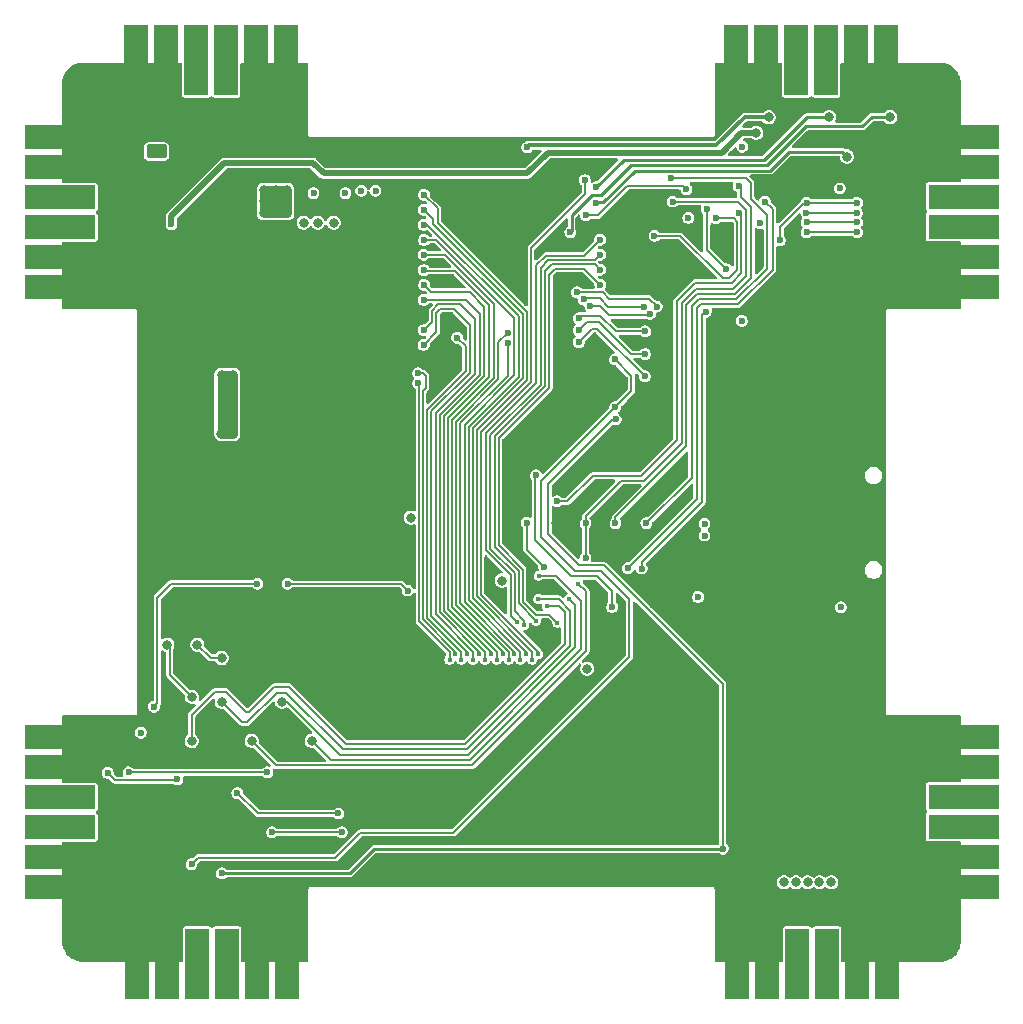
<source format=gbl>
G04 #@! TF.GenerationSoftware,KiCad,Pcbnew,9.0.7*
G04 #@! TF.CreationDate,2026-02-18T22:11:59-06:00*
G04 #@! TF.ProjectId,grad_cap_display,67726164-5f63-4617-905f-646973706c61,rev?*
G04 #@! TF.SameCoordinates,Original*
G04 #@! TF.FileFunction,Copper,L4,Bot*
G04 #@! TF.FilePolarity,Positive*
%FSLAX46Y46*%
G04 Gerber Fmt 4.6, Leading zero omitted, Abs format (unit mm)*
G04 Created by KiCad (PCBNEW 9.0.7) date 2026-02-18 22:11:59*
%MOMM*%
%LPD*%
G01*
G04 APERTURE LIST*
G04 Aperture macros list*
%AMRoundRect*
0 Rectangle with rounded corners*
0 $1 Rounding radius*
0 $2 $3 $4 $5 $6 $7 $8 $9 X,Y pos of 4 corners*
0 Add a 4 corners polygon primitive as box body*
4,1,4,$2,$3,$4,$5,$6,$7,$8,$9,$2,$3,0*
0 Add four circle primitives for the rounded corners*
1,1,$1+$1,$2,$3*
1,1,$1+$1,$4,$5*
1,1,$1+$1,$6,$7*
1,1,$1+$1,$8,$9*
0 Add four rect primitives between the rounded corners*
20,1,$1+$1,$2,$3,$4,$5,0*
20,1,$1+$1,$4,$5,$6,$7,0*
20,1,$1+$1,$6,$7,$8,$9,0*
20,1,$1+$1,$8,$9,$2,$3,0*%
G04 Aperture macros list end*
G04 #@! TA.AperFunction,HeatsinkPad*
%ADD10C,0.600000*%
G04 #@! TD*
G04 #@! TA.AperFunction,ComponentPad*
%ADD11O,1.750000X1.200000*%
G04 #@! TD*
G04 #@! TA.AperFunction,ComponentPad*
%ADD12RoundRect,0.250000X0.625000X-0.350000X0.625000X0.350000X-0.625000X0.350000X-0.625000X-0.350000X0*%
G04 #@! TD*
G04 #@! TA.AperFunction,SMDPad,CuDef*
%ADD13R,2.000000X6.000000*%
G04 #@! TD*
G04 #@! TA.AperFunction,ComponentPad*
%ADD14C,1.000000*%
G04 #@! TD*
G04 #@! TA.AperFunction,SMDPad,CuDef*
%ADD15R,6.000000X2.000000*%
G04 #@! TD*
G04 #@! TA.AperFunction,ViaPad*
%ADD16C,0.600000*%
G04 #@! TD*
G04 #@! TA.AperFunction,ViaPad*
%ADD17C,0.800000*%
G04 #@! TD*
G04 #@! TA.AperFunction,ViaPad*
%ADD18C,0.450000*%
G04 #@! TD*
G04 #@! TA.AperFunction,Conductor*
%ADD19C,0.200000*%
G04 #@! TD*
G04 #@! TA.AperFunction,Conductor*
%ADD20C,0.150000*%
G04 #@! TD*
G04 #@! TA.AperFunction,Conductor*
%ADD21C,0.500000*%
G04 #@! TD*
G04 #@! TA.AperFunction,Conductor*
%ADD22C,0.250000*%
G04 #@! TD*
G04 #@! TA.AperFunction,Conductor*
%ADD23C,0.300000*%
G04 #@! TD*
G04 #@! TA.AperFunction,Conductor*
%ADD24C,0.800000*%
G04 #@! TD*
G04 APERTURE END LIST*
D10*
X38192500Y-16050000D03*
X38192500Y-14650000D03*
X37492500Y-16750000D03*
X37492500Y-15350000D03*
X37492500Y-13950000D03*
X36792500Y-16050000D03*
X36792500Y-14650000D03*
X36092500Y-16750000D03*
X36092500Y-15350000D03*
X36092500Y-13950000D03*
X35392500Y-16050000D03*
X35392500Y-14650000D03*
D11*
X8230076Y-5762468D03*
D12*
X8230076Y-7762469D03*
D13*
X6572498Y-76570000D03*
D14*
X6572499Y-74283999D03*
D13*
X9112499Y-76570000D03*
D14*
X9112499Y-74284000D03*
D13*
X11652499Y-76570000D03*
D14*
X11652499Y-74284000D03*
D13*
X14192499Y-76570000D03*
D14*
X14192499Y-74284000D03*
D13*
X16732499Y-76570000D03*
D14*
X16732499Y-74284000D03*
D13*
X19272500Y-76570000D03*
D14*
X19272499Y-74283999D03*
D13*
X57372499Y-76570000D03*
D14*
X57372499Y-74284000D03*
D13*
X59912499Y-76570000D03*
D14*
X59912499Y-74284000D03*
D13*
X62452498Y-76570000D03*
D14*
X62452498Y-74284000D03*
D13*
X64992500Y-76570000D03*
D14*
X64992500Y-74284000D03*
D13*
X67532499Y-76570000D03*
D14*
X67532499Y-74284000D03*
D13*
X70072499Y-76570000D03*
D14*
X70072499Y-74284000D03*
D13*
X70012502Y0D03*
D14*
X70012501Y-2286001D03*
D13*
X67472501Y0D03*
D14*
X67472501Y-2286000D03*
D13*
X64932501Y0D03*
D14*
X64932501Y-2286000D03*
D13*
X62392501Y0D03*
D14*
X62392501Y-2286000D03*
D13*
X59852501Y0D03*
D14*
X59852501Y-2286000D03*
D13*
X57312500Y0D03*
D14*
X57312501Y-2286001D03*
D13*
X19212501Y0D03*
D14*
X19212501Y-2286000D03*
D13*
X16672501Y0D03*
D14*
X16672501Y-2286000D03*
D13*
X14132502Y0D03*
D14*
X14132502Y-2286000D03*
D13*
X11592500Y0D03*
D14*
X11592500Y-2286000D03*
D13*
X9052501Y0D03*
D14*
X9052501Y-2286000D03*
D13*
X6512501Y0D03*
D14*
X6512501Y-2286000D03*
D15*
X35000Y-6567500D03*
D14*
X2321000Y-6567500D03*
D15*
X35000Y-9107500D03*
D14*
X2321000Y-9107500D03*
D15*
X35000Y-11647500D03*
D14*
X2321000Y-11647500D03*
D15*
X35000Y-14187500D03*
D14*
X2321000Y-14187500D03*
D15*
X35000Y-16727500D03*
D14*
X2321000Y-16727500D03*
D15*
X35000Y-19267500D03*
D14*
X2321000Y-19267500D03*
D15*
X35000Y-57367500D03*
D14*
X2321000Y-57367500D03*
D15*
X35000Y-59907500D03*
D14*
X2321000Y-59907500D03*
D15*
X35000Y-62447500D03*
D14*
X2321000Y-62447500D03*
D15*
X35000Y-64987500D03*
D14*
X2321000Y-64987500D03*
D15*
X35000Y-67527500D03*
D14*
X2321000Y-67527500D03*
D15*
X35000Y-70067500D03*
D14*
X2321000Y-70067500D03*
D15*
X76550000Y-70007500D03*
D14*
X74264000Y-70007500D03*
D15*
X76550000Y-67467500D03*
D14*
X74264000Y-67467500D03*
D15*
X76550000Y-64927500D03*
D14*
X74264000Y-64927500D03*
D15*
X76550000Y-62387500D03*
D14*
X74264000Y-62387500D03*
D15*
X76550000Y-59847500D03*
D14*
X74264000Y-59847500D03*
D15*
X76550000Y-57307500D03*
D14*
X74264000Y-57307500D03*
D15*
X76550000Y-19207500D03*
D14*
X74264000Y-19207500D03*
D15*
X76550000Y-16667500D03*
D14*
X74264000Y-16667500D03*
D15*
X76550000Y-14127500D03*
D14*
X74264000Y-14127500D03*
D15*
X76550000Y-11587500D03*
D14*
X74264000Y-11587500D03*
D15*
X76550000Y-9047500D03*
D14*
X74264000Y-9047500D03*
D15*
X76550000Y-6507500D03*
D14*
X74264000Y-6507500D03*
D16*
X24220076Y-11283091D03*
X21520076Y-11281848D03*
X24210076Y-7920605D03*
X22880076Y-7920605D03*
X25550076Y-8350604D03*
X26770076Y-11073090D03*
X25560076Y-11073090D03*
X26790076Y-8360604D03*
D17*
X49730076Y-37562469D03*
X47050076Y-37562469D03*
X42080076Y-39212469D03*
X42180076Y-22922469D03*
X44130076Y-15862469D03*
X42970076Y-18822469D03*
X44520076Y-37542469D03*
X33010076Y-22362469D03*
X42200076Y-36412469D03*
X47050076Y-34402469D03*
X68530076Y-48012469D03*
X68510076Y-28592469D03*
X59000076Y-28842469D03*
X59230076Y-47602469D03*
X60610076Y-59182468D03*
X60610076Y-58182469D03*
X60610076Y-57182469D03*
D16*
X20710076Y-22452470D03*
X8900076Y-17102470D03*
X8320076Y-12822469D03*
D17*
X15870076Y-9822469D03*
X15870076Y-10822469D03*
X15870076Y-11822469D03*
X20670077Y-17292471D03*
X22020076Y-17298712D03*
X23220076Y-17692470D03*
X23230076Y-13792468D03*
X21880076Y-13786227D03*
X20680076Y-13782469D03*
X33970076Y-7632469D03*
X32970076Y-7632469D03*
X30973464Y-7631477D03*
X31970076Y-7632469D03*
X44630076Y-8962469D03*
X43630076Y-8962469D03*
X42633464Y-8961477D03*
X45630076Y-8962469D03*
X54360076Y-17802469D03*
X51800076Y-19472469D03*
X51810076Y-15992469D03*
X62420076Y-10512469D03*
X64090076Y-10002469D03*
X49070076Y-57002469D03*
X24140076Y-68052469D03*
X25010076Y-56132469D03*
X34600076Y-55932469D03*
X34580076Y-62212469D03*
X25300076Y-62372469D03*
X40180076Y-60002469D03*
X48790076Y-66052469D03*
X45630076Y-54492469D03*
X34470076Y-66002469D03*
X50790076Y-42552469D03*
X38120076Y-34772469D03*
X38150076Y-36102469D03*
X36430076Y-42852469D03*
X29480076Y-43312469D03*
X11190076Y-26641948D03*
X12180076Y-31671948D03*
X11180076Y-31671948D03*
X12190076Y-26641948D03*
X55990076Y-27772469D03*
X57640076Y-26812469D03*
X49550076Y-18992469D03*
X56630076Y-16462469D03*
X56160076Y-14892469D03*
X13720076Y-31682469D03*
X14720076Y-31682469D03*
X14730076Y-26652469D03*
X13730076Y-26652469D03*
X17300076Y-11992469D03*
X19300076Y-10992469D03*
X19300076Y-11992469D03*
X17300076Y-12992469D03*
X18300076Y-11992469D03*
D16*
X18690665Y-17732469D03*
D17*
X18300076Y-10992469D03*
X17300076Y-10992469D03*
X19300076Y-12992469D03*
X18300076Y-12992469D03*
D16*
X20700076Y-26242469D03*
X8880075Y-20182469D03*
X8890075Y-18862469D03*
X4310075Y-20182469D03*
X4320076Y-18862469D03*
X9490076Y-13942469D03*
X18150076Y-24362469D03*
X16575076Y-20464969D03*
X12200076Y-25722469D03*
X13990076Y-25732469D03*
X8680076Y-68662469D03*
X51480076Y-14232469D03*
X8670076Y-63882469D03*
D17*
X30850000Y-50500000D03*
X26000000Y-50050000D03*
D16*
X46380076Y-42212469D03*
X9340076Y-54742469D03*
X53630076Y-39202469D03*
X17350076Y-70172469D03*
X59119999Y-41490000D03*
X62740076Y-16702469D03*
D17*
X45910076Y-51552469D03*
D16*
X59320076Y-16732469D03*
X8660076Y-59062469D03*
X13740076Y-59092469D03*
X58780076Y-22102469D03*
D17*
X29250000Y-50500000D03*
X50550000Y-50050000D03*
D16*
X19880076Y-62092469D03*
X55450076Y-35942469D03*
X50390076Y-13342469D03*
D17*
X36380076Y-44092469D03*
D16*
X56420076Y-5392469D03*
D17*
X53150000Y-59600000D03*
D18*
X41590076Y-44432469D03*
D16*
X56180076Y-21312469D03*
X53622158Y-40203923D03*
X18820076Y-59112469D03*
D17*
X28730076Y-38762457D03*
X53650001Y-57064930D03*
D16*
X5860076Y-60322469D03*
X17601223Y-60332469D03*
X9990076Y-60932469D03*
X4100076Y-60382469D03*
D17*
X58990076Y-6182469D03*
X61354048Y-69638181D03*
X63354047Y-69638181D03*
X62354047Y-69638181D03*
X65354048Y-69638181D03*
X64354047Y-69638181D03*
D16*
X66080076Y-10892469D03*
X57810076Y-7352469D03*
X53250076Y-13392469D03*
X59310076Y-13832469D03*
D17*
X44680076Y-51552469D03*
D16*
X57790076Y-22102469D03*
X54070076Y-45477469D03*
X54624099Y-39283880D03*
D17*
X29750076Y-38772457D03*
D16*
X6900076Y-56962469D03*
D17*
X37440076Y-44092469D03*
D16*
X54620076Y-40282469D03*
X66160076Y-46362469D03*
D17*
X65160076Y-4852469D03*
D16*
X45470076Y-10782469D03*
D17*
X66670076Y-8192469D03*
D16*
X45420076Y-12082469D03*
D17*
X60060076Y-4862469D03*
D16*
X39610076Y-7412469D03*
X43260076Y-14592469D03*
D17*
X70320076Y-4842469D03*
D16*
X51910076Y-12002469D03*
X44550076Y-42182469D03*
X44550076Y-39232469D03*
X41040076Y-42912469D03*
X39590076Y-39212469D03*
X42134072Y-37388433D03*
X57530076Y-13012469D03*
X47070076Y-29402469D03*
X47050076Y-25352469D03*
X11190076Y-68102469D03*
X57510076Y-10702469D03*
X47080076Y-39232469D03*
X47100076Y-30452469D03*
X13760076Y-68882469D03*
X56170076Y-66792469D03*
X51790076Y-10042469D03*
X49690076Y-39222469D03*
D18*
X40360076Y-47472469D03*
D16*
X45787652Y-17764938D03*
X30880076Y-11427469D03*
D18*
X40030076Y-50777469D03*
X34030152Y-50777545D03*
D16*
X33680076Y-23527469D03*
X30880076Y-15252469D03*
D18*
X38530076Y-50327469D03*
X33030152Y-50777545D03*
D16*
X30380076Y-27402469D03*
X30855076Y-13977469D03*
D18*
X39030076Y-50777469D03*
D16*
X37955076Y-23962469D03*
D18*
X38030076Y-50777469D03*
X37030152Y-50777545D03*
D16*
X30855076Y-16502469D03*
X37955076Y-23092469D03*
D18*
X37530152Y-50327545D03*
X39530076Y-50327469D03*
D16*
X30855076Y-12702469D03*
X30855076Y-20327469D03*
D18*
X35530152Y-50327545D03*
X42160076Y-47642469D03*
D16*
X45780076Y-19032469D03*
D18*
X34530152Y-50327545D03*
D16*
X30844071Y-24139884D03*
X44490076Y-10177469D03*
D18*
X40530076Y-50327469D03*
D16*
X30855076Y-22877469D03*
D18*
X35030152Y-50777545D03*
D16*
X45781529Y-15222726D03*
D18*
X38740076Y-47582469D03*
X33530152Y-50327545D03*
D16*
X30370076Y-26542469D03*
D18*
X39350076Y-47842469D03*
D16*
X45781529Y-16491579D03*
D18*
X36530152Y-50327545D03*
D16*
X30855076Y-17802469D03*
X30880076Y-19052469D03*
D18*
X36030152Y-50777545D03*
X43180076Y-45636010D03*
D17*
X18840076Y-54352469D03*
D18*
X40570076Y-43682469D03*
D17*
X21370076Y-57662469D03*
X11680076Y-49522469D03*
X13750076Y-54362469D03*
X13750076Y-50642469D03*
D18*
X40560076Y-45642469D03*
D17*
X16290076Y-57662469D03*
D18*
X43943803Y-44352469D03*
D16*
X23610076Y-63812469D03*
X15070076Y-62082469D03*
X18010076Y-65412469D03*
X23910076Y-65412469D03*
X19320076Y-44362469D03*
X29490076Y-44932469D03*
D18*
X41270076Y-46282469D03*
D17*
X9130076Y-49522469D03*
X11210076Y-57672469D03*
X11210076Y-53932469D03*
D16*
X16770076Y-44352469D03*
X8000076Y-54772469D03*
X49580076Y-24912469D03*
X43990076Y-22892469D03*
X49590076Y-22992469D03*
X43990076Y-21892469D03*
X43990076Y-23892469D03*
X49580076Y-26802469D03*
X67529720Y-12952469D03*
X63254720Y-12952469D03*
X44960076Y-20862469D03*
X50020076Y-21492469D03*
X43820076Y-19682469D03*
X50570076Y-20892469D03*
X49300076Y-43072469D03*
X44590076Y-13162469D03*
X54740076Y-21322469D03*
X53090076Y-10962469D03*
X59740076Y-12002469D03*
X44380076Y-20282469D03*
X48120076Y-43052469D03*
X54810076Y-12652469D03*
X49480076Y-20892469D03*
X56440076Y-17722469D03*
X63258956Y-14618023D03*
X40360076Y-35172469D03*
X46790076Y-46322469D03*
X67535076Y-14593107D03*
X67534720Y-12112469D03*
X50380076Y-14902469D03*
X61010076Y-15282469D03*
X55570076Y-13422469D03*
X63259720Y-12112469D03*
X63259049Y-13753546D03*
X67534049Y-13753546D03*
D19*
X11720076Y-67572469D02*
X11190076Y-68102469D01*
X23340076Y-67572469D02*
X11720076Y-67572469D01*
X25460076Y-65452469D02*
X23340076Y-67572469D01*
X43630076Y-43252469D02*
X45820076Y-43252469D01*
X40790076Y-40412469D02*
X43630076Y-43252469D01*
X40790076Y-35682469D02*
X40790076Y-40412469D01*
X48260076Y-45692469D02*
X48260076Y-50552469D01*
X48260076Y-50552469D02*
X33360076Y-65452469D01*
X47070076Y-29402469D02*
X40790076Y-35682469D01*
X45820076Y-43252469D02*
X48260076Y-45692469D01*
X33360076Y-65452469D02*
X25460076Y-65452469D01*
X9350076Y-49742469D02*
X9130076Y-49522469D01*
X9350076Y-52072469D02*
X9350076Y-49742469D01*
X11210076Y-53932469D02*
X9350076Y-52072469D01*
X50570076Y-20882469D02*
X50570076Y-20892469D01*
X49940076Y-20252469D02*
X50570076Y-20882469D01*
X46000076Y-19682469D02*
X46570076Y-20252469D01*
X43820076Y-19682469D02*
X46000076Y-19682469D01*
X46570076Y-20252469D02*
X49940076Y-20252469D01*
X45790076Y-20192469D02*
X46490076Y-20892469D01*
X44470076Y-20192469D02*
X45790076Y-20192469D01*
X44380076Y-20282469D02*
X44470076Y-20192469D01*
X46490076Y-20892469D02*
X49480076Y-20892469D01*
X11210076Y-55442469D02*
X11210076Y-57672469D01*
X13140076Y-53512469D02*
X11210076Y-55442469D01*
X14070076Y-53512469D02*
X13140076Y-53512469D01*
X16050076Y-55242469D02*
X15800076Y-55242469D01*
X24240076Y-57922469D02*
X19410076Y-53092469D01*
X15800076Y-55242469D02*
X14070076Y-53512469D01*
X42770076Y-46772469D02*
X42770076Y-49492469D01*
X34340076Y-57922469D02*
X24240076Y-57922469D01*
X42280076Y-46282469D02*
X42770076Y-46772469D01*
X18200076Y-53092469D02*
X16050076Y-55242469D01*
X19410076Y-53092469D02*
X18200076Y-53092469D01*
X41270076Y-46282469D02*
X42280076Y-46282469D01*
X42770076Y-49492469D02*
X34340076Y-57922469D01*
X15450076Y-56062469D02*
X13750076Y-54362469D01*
X15910076Y-56062469D02*
X15450076Y-56062469D01*
X19210076Y-53582469D02*
X18390076Y-53582469D01*
X24010076Y-58382469D02*
X19210076Y-53582469D01*
X34480076Y-58382469D02*
X24010076Y-58382469D01*
X43260076Y-49602469D02*
X34480076Y-58382469D01*
X43260076Y-46642469D02*
X43260076Y-49602469D01*
X42260076Y-45642469D02*
X43260076Y-46642469D01*
X40560076Y-45642469D02*
X42260076Y-45642469D01*
X18390076Y-53582469D02*
X15910076Y-56062469D01*
X34610076Y-58832469D02*
X23750076Y-58832469D01*
X19270076Y-54352469D02*
X18840076Y-54352469D01*
X43690076Y-49752469D02*
X34610076Y-58832469D01*
X23750076Y-58832469D02*
X19270076Y-54352469D01*
X43180076Y-45636010D02*
X43690076Y-46146010D01*
X43690076Y-46146010D02*
X43690076Y-49752469D01*
X23000076Y-59292469D02*
X21370076Y-57662469D01*
X34760076Y-59292469D02*
X23000076Y-59292469D01*
X44160076Y-49892469D02*
X34760076Y-59292469D01*
X44160076Y-45822469D02*
X44160076Y-49892469D01*
X42020076Y-43682469D02*
X44160076Y-45822469D01*
X40570076Y-43682469D02*
X42020076Y-43682469D01*
X34910076Y-59742469D02*
X44600076Y-50052469D01*
X44600076Y-50052469D02*
X44600076Y-45008742D01*
X44600076Y-45008742D02*
X43943803Y-44352469D01*
X18370076Y-59742469D02*
X34910076Y-59742469D01*
X16290076Y-57662469D02*
X18370076Y-59742469D01*
D20*
X41490076Y-46972469D02*
X41240076Y-46972469D01*
X42160076Y-47642469D02*
X41490076Y-46972469D01*
X44440076Y-17692469D02*
X45780076Y-19032469D01*
X42000076Y-17692469D02*
X44440076Y-17692469D01*
X41480076Y-18212469D02*
X42000076Y-17692469D01*
X41480076Y-27762469D02*
X41480076Y-18212469D01*
X37220076Y-32022469D02*
X41480076Y-27762469D01*
X39270076Y-43162469D02*
X37220076Y-41112469D01*
X41240076Y-46972469D02*
X40355050Y-46972469D01*
X37220076Y-41112469D02*
X37220076Y-32022469D01*
X40355050Y-46972469D02*
X39270076Y-45887495D01*
X39270076Y-45887495D02*
X39270076Y-43162469D01*
D21*
X9490076Y-13209021D02*
X9490076Y-13942469D01*
X39620076Y-9622469D02*
X22370076Y-9622469D01*
X21480076Y-8732469D02*
X13966628Y-8732469D01*
X41380076Y-7862469D02*
X39620076Y-9622469D01*
X56060076Y-7862469D02*
X41380076Y-7862469D01*
X22370076Y-9622469D02*
X21480076Y-8732469D01*
X57740076Y-6182469D02*
X56060076Y-7862469D01*
X58990076Y-6182469D02*
X57740076Y-6182469D01*
X13966628Y-8732469D02*
X9490076Y-13209021D01*
D22*
X68760076Y-4842469D02*
X70320076Y-4842469D01*
X67960076Y-5642469D02*
X68760076Y-4842469D01*
X63190076Y-5642469D02*
X67960076Y-5642469D01*
X59910076Y-8922469D02*
X63190076Y-5642469D01*
X48360076Y-8922469D02*
X59910076Y-8922469D01*
X45860076Y-11422469D02*
X48360076Y-8922469D01*
X43370076Y-13172469D02*
X45120076Y-11422469D01*
X43370076Y-14482469D02*
X43370076Y-13172469D01*
X43260076Y-14592469D02*
X43370076Y-14482469D01*
X45120076Y-11422469D02*
X45860076Y-11422469D01*
D19*
X45740076Y-20862469D02*
X44960076Y-20862469D01*
X46510076Y-21632469D02*
X45740076Y-20862469D01*
X49880076Y-21632469D02*
X46510076Y-21632469D01*
X50020076Y-21492469D02*
X49880076Y-21632469D01*
X45800076Y-21652469D02*
X44230076Y-21652469D01*
X44230076Y-21652469D02*
X43990076Y-21892469D01*
X47140076Y-22992469D02*
X45800076Y-21652469D01*
X49590076Y-22992469D02*
X47140076Y-22992469D01*
X45670076Y-22212469D02*
X44670076Y-22212469D01*
X44670076Y-22212469D02*
X43990076Y-22892469D01*
X48370076Y-24912469D02*
X45670076Y-22212469D01*
X49580076Y-24912469D02*
X48370076Y-24912469D01*
X45520076Y-22752469D02*
X45130076Y-22752469D01*
X45130076Y-22752469D02*
X43990076Y-23892469D01*
X49570076Y-26802469D02*
X45520076Y-22752469D01*
X49580076Y-26802469D02*
X49570076Y-26802469D01*
X57740076Y-13222469D02*
X57530076Y-13012469D01*
X57740076Y-18082469D02*
X57740076Y-13222469D01*
X56930076Y-18892469D02*
X57740076Y-18082469D01*
X53800078Y-18892469D02*
X56930076Y-18892469D01*
X45140076Y-35232469D02*
X49220076Y-35232469D01*
X42982607Y-37389938D02*
X45140076Y-35232469D01*
X49220076Y-35232469D02*
X52260076Y-32192469D01*
X52260076Y-32192469D02*
X52260076Y-20432471D01*
X42135577Y-37389938D02*
X42982607Y-37389938D01*
X52260076Y-20432471D02*
X53800078Y-18892469D01*
X42134072Y-37388433D02*
X42135577Y-37389938D01*
X57460076Y-12002469D02*
X51910076Y-12002469D01*
X58160076Y-18272469D02*
X58160076Y-12702469D01*
X57047233Y-19385312D02*
X58160076Y-18272469D01*
X53877233Y-19385312D02*
X57047233Y-19385312D01*
X52680076Y-20582469D02*
X53877233Y-19385312D01*
X49480076Y-35632469D02*
X52680076Y-32432469D01*
X47560076Y-35632469D02*
X49480076Y-35632469D01*
X52680076Y-32432469D02*
X52680076Y-20582469D01*
X44550076Y-38642469D02*
X47560076Y-35632469D01*
X58160076Y-12702469D02*
X57460076Y-12002469D01*
X44550076Y-39232469D02*
X44550076Y-38642469D01*
X47080076Y-38742469D02*
X47080076Y-39232469D01*
X53090076Y-32732469D02*
X47080076Y-38742469D01*
X53985762Y-19842469D02*
X53090076Y-20738155D01*
X58560076Y-18462469D02*
X57180076Y-19842469D01*
X57700076Y-11612469D02*
X58560076Y-12472469D01*
X57700076Y-10892469D02*
X57700076Y-11612469D01*
X58560076Y-12472469D02*
X58560076Y-18462469D01*
X57180076Y-19842469D02*
X53985762Y-19842469D01*
X57510076Y-10702469D02*
X57700076Y-10892469D01*
X53090076Y-20738155D02*
X53090076Y-32732469D01*
X48090076Y-10672469D02*
X45600076Y-13162469D01*
X52800076Y-10672469D02*
X48090076Y-10672469D01*
X53090076Y-10962469D02*
X52800076Y-10672469D01*
X45600076Y-13162469D02*
X44590076Y-13162469D01*
D20*
X38210076Y-47052469D02*
X38740076Y-47582469D01*
X36100076Y-31612545D02*
X36100076Y-41492469D01*
X40350076Y-27362545D02*
X36100076Y-31612545D01*
X40350076Y-17402469D02*
X40350076Y-27362545D01*
X41180076Y-16572469D02*
X40350076Y-17402469D01*
X36100076Y-41492469D02*
X38210076Y-43602469D01*
X44431596Y-16572469D02*
X41180076Y-16572469D01*
X45781339Y-15222726D02*
X44431596Y-16572469D01*
X38210076Y-43602469D02*
X38210076Y-47052469D01*
X45345183Y-17322469D02*
X45787652Y-17764938D01*
X41690076Y-17322469D02*
X45345183Y-17322469D01*
X41120076Y-27622469D02*
X41120076Y-17892469D01*
X36870076Y-31872469D02*
X41120076Y-27622469D01*
X36870076Y-41262469D02*
X36870076Y-31872469D01*
X41120076Y-17892469D02*
X41690076Y-17322469D01*
X38920076Y-43312469D02*
X36870076Y-41262469D01*
X38920076Y-46032469D02*
X38920076Y-43312469D01*
X40360076Y-47472469D02*
X38920076Y-46032469D01*
X45320639Y-16952469D02*
X45781529Y-16491579D01*
X41380076Y-16952469D02*
X45320639Y-16952469D01*
X36480076Y-31762469D02*
X40740076Y-27502469D01*
X36480076Y-41377495D02*
X36480076Y-31762469D01*
X40740076Y-27502469D02*
X40740076Y-17592469D01*
X38570076Y-46705362D02*
X38570076Y-43467495D01*
X39350076Y-47485362D02*
X38570076Y-46705362D01*
X40740076Y-17592469D02*
X41380076Y-16952469D01*
X38570076Y-43467495D02*
X36480076Y-41377495D01*
X39350076Y-47842469D02*
X39350076Y-47485362D01*
D19*
X54410076Y-37442469D02*
X49300076Y-42552469D01*
X54410076Y-21572469D02*
X54410076Y-37442469D01*
X54660076Y-21322469D02*
X54410076Y-21572469D01*
X49300076Y-42552469D02*
X49300076Y-43072469D01*
X54740076Y-21322469D02*
X54660076Y-21322469D01*
X58170076Y-10042469D02*
X51790076Y-10042469D01*
X58550076Y-10422469D02*
X58170076Y-10042469D01*
X59920076Y-13162469D02*
X58550076Y-11792469D01*
X59920076Y-17682469D02*
X59920076Y-13162469D01*
X58550076Y-11792469D02*
X58550076Y-10422469D01*
X57320076Y-20282469D02*
X59920076Y-17682469D01*
X54140074Y-20282469D02*
X57320076Y-20282469D01*
X53540076Y-20882467D02*
X54140074Y-20282469D01*
X49690076Y-39222469D02*
X53540076Y-35372469D01*
X53540076Y-35372469D02*
X53540076Y-20882467D01*
X60410076Y-12672469D02*
X59740076Y-12002469D01*
X60410076Y-17768485D02*
X60410076Y-12672469D01*
X57478084Y-20700477D02*
X60410076Y-17768485D01*
X54322068Y-20700477D02*
X57478084Y-20700477D01*
X53970076Y-37202469D02*
X53970076Y-21052469D01*
X48120076Y-43052469D02*
X53970076Y-37202469D01*
X53970076Y-21052469D02*
X54322068Y-20700477D01*
X56170076Y-52872469D02*
X56170076Y-66792469D01*
X41370076Y-40172469D02*
X44010076Y-42812469D01*
X44010076Y-42812469D02*
X46110076Y-42812469D01*
X41370076Y-35912469D02*
X41370076Y-40172469D01*
X46110076Y-42812469D02*
X56170076Y-52872469D01*
X46830076Y-30452469D02*
X41370076Y-35912469D01*
X47100076Y-30452469D02*
X46830076Y-30452469D01*
X47070076Y-29402469D02*
X48430076Y-28042469D01*
X4710076Y-60992469D02*
X4100076Y-60382469D01*
X9930076Y-60992469D02*
X4710076Y-60992469D01*
X9990076Y-60932469D02*
X9930076Y-60992469D01*
X40280076Y-40672469D02*
X40280076Y-35252469D01*
X43310076Y-43702469D02*
X40280076Y-40672469D01*
X40280076Y-35252469D02*
X40360076Y-35172469D01*
X45540076Y-43702469D02*
X43310076Y-43702469D01*
X46790076Y-44952469D02*
X45540076Y-43702469D01*
X46790076Y-46322469D02*
X46790076Y-44952469D01*
D20*
X39587576Y-27119995D02*
X39587576Y-21334969D01*
X32040076Y-13787469D02*
X32040076Y-12587469D01*
X35350076Y-31357495D02*
X39587576Y-27119995D01*
X40030076Y-50102469D02*
X35350076Y-45422469D01*
X39587576Y-21334969D02*
X32040076Y-13787469D01*
X32040076Y-12587469D02*
X30880076Y-11427469D01*
X40030076Y-50777469D02*
X40030076Y-50102469D01*
X35350076Y-45422469D02*
X35350076Y-31357495D01*
X31630076Y-13927469D02*
X31630076Y-13477469D01*
X31630076Y-13477469D02*
X30855076Y-12702469D01*
X39230076Y-26982523D02*
X39230076Y-21527469D01*
X39230076Y-21527469D02*
X31630076Y-13927469D01*
X35000076Y-31212523D02*
X39230076Y-26982523D01*
X35000076Y-45587495D02*
X35000076Y-31212523D01*
X39530076Y-50117495D02*
X35000076Y-45587495D01*
X39530076Y-50327469D02*
X39530076Y-50117495D01*
X38880076Y-26837547D02*
X38880076Y-21702469D01*
X34650076Y-45732469D02*
X34650076Y-31067547D01*
X31150076Y-13972469D02*
X30860076Y-13972469D01*
X39030076Y-50112469D02*
X34650076Y-45732469D01*
X38880076Y-21702469D02*
X31150076Y-13972469D01*
X30860076Y-13972469D02*
X30855076Y-13977469D01*
X39030076Y-50777469D02*
X39030076Y-50112469D01*
X34650076Y-31067547D02*
X38880076Y-26837547D01*
X34300076Y-30922575D02*
X38530076Y-26692575D01*
X34300076Y-45887495D02*
X34300076Y-30922575D01*
X38530076Y-21877469D02*
X31905076Y-15252469D01*
X38530076Y-50117495D02*
X34300076Y-45887495D01*
X31905076Y-15252469D02*
X30880076Y-15252469D01*
X38530076Y-50327469D02*
X38530076Y-50117495D01*
X38530076Y-26692575D02*
X38530076Y-21877469D01*
X32630076Y-16502469D02*
X30855076Y-16502469D01*
X36780076Y-20652469D02*
X32630076Y-16502469D01*
X36780076Y-26957651D02*
X36780076Y-20652469D01*
X33250076Y-46332469D02*
X33250076Y-30487651D01*
X33250076Y-30487651D02*
X36780076Y-26957651D01*
X37030152Y-50112545D02*
X33250076Y-46332469D01*
X37030152Y-50777545D02*
X37030152Y-50112545D01*
X34390076Y-24237469D02*
X33680076Y-23527469D01*
X31150076Y-29617807D02*
X34390076Y-26377807D01*
X31150076Y-47222469D02*
X31150076Y-29617807D01*
X34390076Y-26377807D02*
X34390076Y-24237469D01*
X34030152Y-50777545D02*
X34030152Y-50102545D01*
X34030152Y-50102545D02*
X31150076Y-47222469D01*
X34530152Y-50107571D02*
X34530152Y-50327545D01*
X31500076Y-47077495D02*
X34530152Y-50107571D01*
X34770076Y-22442469D02*
X34770076Y-26492781D01*
X31925781Y-21416764D02*
X32250076Y-21092469D01*
X34770076Y-26492781D02*
X31500076Y-29762781D01*
X31925781Y-23058174D02*
X31925781Y-21416764D01*
X31500076Y-29762781D02*
X31500076Y-47077495D01*
X30844071Y-24139884D02*
X31925781Y-23058174D01*
X33420076Y-21092469D02*
X34770076Y-22442469D01*
X32250076Y-21092469D02*
X33420076Y-21092469D01*
X35030152Y-50102545D02*
X35030152Y-50777545D01*
X31850076Y-46922469D02*
X35030152Y-50102545D01*
X31850076Y-29907755D02*
X31850076Y-46922469D01*
X35160076Y-21932469D02*
X35160076Y-26597755D01*
X35160076Y-26597755D02*
X31850076Y-29907755D01*
X31530076Y-21252469D02*
X32080076Y-20702469D01*
X33930076Y-20702469D02*
X35160076Y-21932469D01*
X31530076Y-22202469D02*
X31530076Y-21252469D01*
X30855076Y-22877469D02*
X31530076Y-22202469D01*
X32080076Y-20702469D02*
X33930076Y-20702469D01*
X35580076Y-21502469D02*
X34405076Y-20327469D01*
X32200076Y-46772469D02*
X32200076Y-30052731D01*
X35580076Y-26672731D02*
X35580076Y-21502469D01*
X35530152Y-50102545D02*
X32200076Y-46772469D01*
X35530152Y-50327545D02*
X35530152Y-50102545D01*
X32200076Y-30052731D02*
X35580076Y-26672731D01*
X34405076Y-20327469D02*
X30855076Y-20327469D01*
X35990076Y-20887469D02*
X34730076Y-19627469D01*
X34730076Y-19627469D02*
X31455076Y-19627469D01*
X35990076Y-26757703D02*
X35990076Y-20887469D01*
X31455076Y-19627469D02*
X30880076Y-19052469D01*
X36030152Y-50107570D02*
X32550076Y-46627494D01*
X36030152Y-50777545D02*
X36030152Y-50107570D01*
X32550076Y-46627494D02*
X32550076Y-30197703D01*
X32550076Y-30197703D02*
X35990076Y-26757703D01*
X30930076Y-17877469D02*
X30855076Y-17802469D01*
X33505076Y-17877469D02*
X30930076Y-17877469D01*
X36380076Y-26862679D02*
X36380076Y-20752469D01*
X36380076Y-20752469D02*
X33505076Y-17877469D01*
X32900076Y-30342679D02*
X36380076Y-26862679D01*
X36530152Y-50327545D02*
X36530152Y-50112596D01*
X36530152Y-50112596D02*
X32900076Y-46482520D01*
X32900076Y-46482520D02*
X32900076Y-30342679D01*
X37955076Y-23092469D02*
X37170076Y-23877469D01*
X33600076Y-30632627D02*
X37170076Y-27062627D01*
X37170076Y-27062627D02*
X37170076Y-23877469D01*
X33600076Y-46182469D02*
X33600076Y-30632627D01*
X37530152Y-50327545D02*
X37530152Y-50112545D01*
X37530152Y-50112545D02*
X33600076Y-46182469D01*
X33950076Y-30777599D02*
X37955076Y-26772599D01*
X33950076Y-46032469D02*
X33950076Y-30777599D01*
X38030076Y-50112469D02*
X33950076Y-46032469D01*
X38030076Y-50777469D02*
X38030076Y-50112469D01*
X37955076Y-26772599D02*
X37955076Y-23962469D01*
X40530076Y-50102469D02*
X40530076Y-50327469D01*
X39937576Y-27264969D02*
X35700076Y-31502469D01*
X35700076Y-31502469D02*
X35700076Y-45272469D01*
X44490076Y-11402469D02*
X39937576Y-15954969D01*
X35700076Y-45272469D02*
X40530076Y-50102469D01*
X44490076Y-10177469D02*
X44490076Y-11402469D01*
X39937576Y-15954969D02*
X39937576Y-27264969D01*
D23*
X39770076Y-7252469D02*
X55630076Y-7252469D01*
X39610076Y-7412469D02*
X39770076Y-7252469D01*
X55630076Y-7252469D02*
X58020076Y-4862469D01*
X58020076Y-4862469D02*
X60060076Y-4862469D01*
D22*
X24580076Y-68882469D02*
X13760076Y-68882469D01*
X26670076Y-66792469D02*
X24580076Y-68882469D01*
X56170076Y-66792469D02*
X26670076Y-66792469D01*
D19*
X9470076Y-44352469D02*
X16770076Y-44352469D01*
X8290076Y-45532469D02*
X9470076Y-44352469D01*
X8000076Y-54772469D02*
X8000076Y-54742469D01*
X8000076Y-54742469D02*
X8290076Y-54452469D01*
X8290076Y-54452469D02*
X8290076Y-45532469D01*
D22*
X63260076Y-4852469D02*
X65160076Y-4852469D01*
X59650076Y-8462469D02*
X63260076Y-4852469D01*
X47790076Y-8462469D02*
X59650076Y-8462469D01*
X45470076Y-10782469D02*
X47790076Y-8462469D01*
X66255076Y-7777469D02*
X66670076Y-8192469D01*
X48710076Y-9372469D02*
X60150076Y-9372469D01*
X60150076Y-9372469D02*
X61745076Y-7777469D01*
X61745076Y-7777469D02*
X66255076Y-7777469D01*
X46060076Y-12022469D02*
X48710076Y-9372469D01*
X45480076Y-12022469D02*
X46060076Y-12022469D01*
X45420076Y-12082469D02*
X45480076Y-12022469D01*
D24*
X11670076Y-26641948D02*
X12190076Y-26641948D01*
X11750076Y-31671948D02*
X12180076Y-31671948D01*
X11670076Y-31591948D02*
X11750076Y-31671948D01*
X11670076Y-26641948D02*
X11670076Y-31591948D01*
X11190076Y-26641948D02*
X11670076Y-26641948D01*
X12180076Y-31671948D02*
X12180076Y-26651948D01*
X11180076Y-31671948D02*
X11750076Y-31671948D01*
X12180076Y-26651948D02*
X12190076Y-26641948D01*
X11190076Y-31661948D02*
X11180076Y-31671948D01*
X11190076Y-26641948D02*
X11190076Y-31661948D01*
D20*
X52580076Y-14902469D02*
X50380076Y-14902469D01*
X57350076Y-17812469D02*
X56690076Y-18472469D01*
X56690076Y-18472469D02*
X56150076Y-18472469D01*
X57350076Y-13692469D02*
X57350076Y-17812469D01*
X56150076Y-18472469D02*
X52580076Y-14902469D01*
X57080076Y-13422469D02*
X57350076Y-13692469D01*
X55570076Y-13422469D02*
X57080076Y-13422469D01*
D24*
X14290076Y-31682469D02*
X14720076Y-31682469D01*
X14210076Y-31602469D02*
X14290076Y-31682469D01*
X14210076Y-26652469D02*
X14730076Y-26652469D01*
X14210076Y-26652469D02*
X14210076Y-31602469D01*
X14720076Y-31682469D02*
X14720076Y-26662469D01*
X14720076Y-26662469D02*
X14730076Y-26652469D01*
X13730076Y-26652469D02*
X13730076Y-31672469D01*
X13730076Y-31672469D02*
X13720076Y-31682469D01*
X13730076Y-26652469D02*
X14210076Y-26652469D01*
X13720076Y-31682469D02*
X14290076Y-31682469D01*
X17300076Y-11992469D02*
X19300076Y-11992469D01*
X18300076Y-12992469D02*
X18300076Y-10992469D01*
X17300076Y-12992469D02*
X19300076Y-10992469D01*
X17300076Y-10992469D02*
X19300076Y-12992469D01*
X19300076Y-10992469D02*
X17300076Y-10992469D01*
X19300076Y-12992469D02*
X19300076Y-10992469D01*
X17300076Y-12992469D02*
X19300076Y-12992469D01*
X17300076Y-10992469D02*
X17300076Y-12992469D01*
D19*
X5860076Y-60322469D02*
X15100076Y-60322469D01*
X15100076Y-60322469D02*
X15110076Y-60332469D01*
X15110076Y-60332469D02*
X17601223Y-60332469D01*
D20*
X44550076Y-42182469D02*
X44550076Y-39232469D01*
D19*
X41040076Y-42912469D02*
X39590076Y-41462469D01*
X39590076Y-41462469D02*
X39590076Y-39212469D01*
X47050076Y-25352469D02*
X48430076Y-26732469D01*
X48430076Y-26732469D02*
X48430076Y-28042469D01*
D20*
X30380076Y-27402469D02*
X30450076Y-27472469D01*
X30450076Y-27472469D02*
X30450076Y-47532469D01*
X33030152Y-50112545D02*
X33030152Y-50777545D01*
X30450076Y-47532469D02*
X33030152Y-50112545D01*
X30800076Y-47372469D02*
X33530152Y-50102545D01*
X30810076Y-26542469D02*
X31040076Y-26772469D01*
X31040076Y-26772469D02*
X31040076Y-27792469D01*
X33530152Y-50102545D02*
X33530152Y-50327545D01*
X30370076Y-26542469D02*
X30810076Y-26542469D01*
X31040076Y-27792469D02*
X30800076Y-28032469D01*
X30800076Y-28032469D02*
X30800076Y-47372469D01*
D19*
X12800076Y-50642469D02*
X11680076Y-49522469D01*
X13750076Y-50642469D02*
X12800076Y-50642469D01*
X16800076Y-63812469D02*
X15070076Y-62082469D01*
X23610076Y-63812469D02*
X16800076Y-63812469D01*
X23910076Y-65412469D02*
X18010076Y-65412469D01*
D20*
X19320076Y-44362469D02*
X28920076Y-44362469D01*
X28920076Y-44362469D02*
X29490076Y-44932469D01*
D19*
X67529720Y-12952469D02*
X63254720Y-12952469D01*
X54810076Y-12652469D02*
X54810076Y-16092469D01*
X54810076Y-16092469D02*
X56440076Y-17722469D01*
X63283872Y-14593107D02*
X63258956Y-14618023D01*
X67535076Y-14593107D02*
X63283872Y-14593107D01*
X61010076Y-14152469D02*
X63050076Y-12112469D01*
X61010076Y-15282469D02*
X61010076Y-14152469D01*
X67534720Y-12112469D02*
X63259720Y-12112469D01*
X63050076Y-12112469D02*
X63259720Y-12112469D01*
X67534049Y-13753546D02*
X63259049Y-13753546D01*
G04 #@! TA.AperFunction,Conductor*
G36*
X36180779Y-41963233D02*
G01*
X36187257Y-41969265D01*
X37498280Y-43280288D01*
X37531765Y-43341611D01*
X37526781Y-43411303D01*
X37484909Y-43467236D01*
X37419445Y-43491653D01*
X37410599Y-43491969D01*
X37361019Y-43491969D01*
X37208292Y-43532892D01*
X37208285Y-43532895D01*
X37071366Y-43611944D01*
X37071358Y-43611950D01*
X36959557Y-43723751D01*
X36959551Y-43723759D01*
X36880502Y-43860678D01*
X36880499Y-43860685D01*
X36839576Y-44013412D01*
X36839576Y-44171526D01*
X36873084Y-44296577D01*
X36880499Y-44324252D01*
X36880502Y-44324259D01*
X36959551Y-44461178D01*
X36959555Y-44461183D01*
X36959556Y-44461185D01*
X37071360Y-44572989D01*
X37071362Y-44572990D01*
X37071366Y-44572993D01*
X37188818Y-44640803D01*
X37208292Y-44652046D01*
X37361019Y-44692969D01*
X37361021Y-44692969D01*
X37519131Y-44692969D01*
X37519133Y-44692969D01*
X37671860Y-44652046D01*
X37748577Y-44607753D01*
X37816476Y-44591281D01*
X37882503Y-44614134D01*
X37925694Y-44669055D01*
X37934576Y-44715141D01*
X37934576Y-46817991D01*
X37914891Y-46885030D01*
X37862087Y-46930785D01*
X37792929Y-46940729D01*
X37729373Y-46911704D01*
X37722895Y-46905672D01*
X36011895Y-45194672D01*
X35978410Y-45133349D01*
X35975576Y-45106991D01*
X35975576Y-42056946D01*
X35995261Y-41989907D01*
X36048065Y-41944152D01*
X36117223Y-41934208D01*
X36180779Y-41963233D01*
G37*
G04 #@! TD.AperFunction*
G04 #@! TA.AperFunction,Conductor*
G36*
X44341638Y-17987654D02*
G01*
X44362279Y-18004287D01*
X45243258Y-18885267D01*
X45276742Y-18946588D01*
X45279576Y-18972946D01*
X45279576Y-19098361D01*
X45313684Y-19225655D01*
X45313685Y-19225656D01*
X45313744Y-19225875D01*
X45312081Y-19295725D01*
X45272919Y-19353588D01*
X45208690Y-19381092D01*
X45193969Y-19381969D01*
X44278752Y-19381969D01*
X44211713Y-19362284D01*
X44191071Y-19345650D01*
X44127392Y-19281971D01*
X44127390Y-19281969D01*
X44064494Y-19245656D01*
X44013263Y-19216077D01*
X43949615Y-19199023D01*
X43885968Y-19181969D01*
X43754184Y-19181969D01*
X43626888Y-19216077D01*
X43512762Y-19281969D01*
X43512759Y-19281971D01*
X43419578Y-19375152D01*
X43419576Y-19375155D01*
X43353684Y-19489281D01*
X43331345Y-19572654D01*
X43319576Y-19616577D01*
X43319576Y-19748361D01*
X43336630Y-19812008D01*
X43353684Y-19875656D01*
X43376775Y-19915650D01*
X43419576Y-19989783D01*
X43512762Y-20082969D01*
X43626890Y-20148861D01*
X43754184Y-20182969D01*
X43754186Y-20182969D01*
X43755576Y-20182969D01*
X43756706Y-20183300D01*
X43762244Y-20184030D01*
X43762130Y-20184893D01*
X43822615Y-20202654D01*
X43868370Y-20255458D01*
X43879576Y-20306969D01*
X43879576Y-20348361D01*
X43891513Y-20392910D01*
X43913684Y-20475656D01*
X43923103Y-20491969D01*
X43979576Y-20589783D01*
X44072762Y-20682969D01*
X44186890Y-20748861D01*
X44314184Y-20782969D01*
X44314186Y-20782969D01*
X44335576Y-20782969D01*
X44402615Y-20802654D01*
X44448370Y-20855458D01*
X44459576Y-20906969D01*
X44459576Y-20928361D01*
X44470521Y-20969208D01*
X44493684Y-21055656D01*
X44518998Y-21099500D01*
X44557374Y-21165969D01*
X44573847Y-21233869D01*
X44550995Y-21299896D01*
X44496074Y-21343086D01*
X44449987Y-21351969D01*
X44190514Y-21351969D01*
X44114087Y-21372448D01*
X44114084Y-21372449D01*
X44114081Y-21372451D01*
X44109050Y-21375356D01*
X44047051Y-21391969D01*
X43924184Y-21391969D01*
X43796888Y-21426077D01*
X43682762Y-21491969D01*
X43682759Y-21491971D01*
X43589578Y-21585152D01*
X43589576Y-21585155D01*
X43523684Y-21699281D01*
X43517337Y-21722969D01*
X43489576Y-21826577D01*
X43489576Y-21958361D01*
X43505178Y-22016588D01*
X43523684Y-22085656D01*
X43534292Y-22104029D01*
X43589576Y-22199783D01*
X43589578Y-22199785D01*
X43682763Y-22292970D01*
X43684234Y-22294099D01*
X43685159Y-22295366D01*
X43688509Y-22298716D01*
X43687986Y-22299238D01*
X43725432Y-22350529D01*
X43729582Y-22420276D01*
X43695365Y-22481194D01*
X43684234Y-22490839D01*
X43682763Y-22491967D01*
X43589578Y-22585152D01*
X43589576Y-22585155D01*
X43523684Y-22699281D01*
X43489576Y-22826577D01*
X43489576Y-22958360D01*
X43523684Y-23085656D01*
X43547537Y-23126969D01*
X43589576Y-23199783D01*
X43589578Y-23199785D01*
X43682762Y-23292969D01*
X43684234Y-23294099D01*
X43685159Y-23295366D01*
X43688509Y-23298716D01*
X43687986Y-23299238D01*
X43725432Y-23350529D01*
X43729582Y-23420276D01*
X43695365Y-23481194D01*
X43684234Y-23490839D01*
X43682763Y-23491967D01*
X43589578Y-23585152D01*
X43589576Y-23585155D01*
X43523684Y-23699281D01*
X43502947Y-23776675D01*
X43489576Y-23826577D01*
X43489576Y-23958361D01*
X43499088Y-23993860D01*
X43523684Y-24085656D01*
X43556630Y-24142719D01*
X43589576Y-24199783D01*
X43682762Y-24292969D01*
X43796890Y-24358861D01*
X43924184Y-24392969D01*
X43924186Y-24392969D01*
X44055966Y-24392969D01*
X44055968Y-24392969D01*
X44183262Y-24358861D01*
X44297390Y-24292969D01*
X44390576Y-24199783D01*
X44456468Y-24085655D01*
X44490576Y-23958361D01*
X44490576Y-23868301D01*
X44510261Y-23801262D01*
X44526895Y-23780620D01*
X45218228Y-23089288D01*
X45245155Y-23074584D01*
X45270974Y-23057992D01*
X45277174Y-23057100D01*
X45279551Y-23055803D01*
X45305909Y-23052969D01*
X45344243Y-23052969D01*
X45411282Y-23072654D01*
X45431924Y-23089288D01*
X46998269Y-24655633D01*
X47031754Y-24716956D01*
X47026770Y-24786648D01*
X46984898Y-24842581D01*
X46942682Y-24863089D01*
X46856888Y-24886077D01*
X46742762Y-24951969D01*
X46742759Y-24951971D01*
X46649578Y-25045152D01*
X46649576Y-25045155D01*
X46583684Y-25159281D01*
X46564024Y-25232654D01*
X46549576Y-25286577D01*
X46549576Y-25418361D01*
X46566630Y-25482008D01*
X46583684Y-25545656D01*
X46616630Y-25602719D01*
X46649576Y-25659783D01*
X46742762Y-25752969D01*
X46856890Y-25818861D01*
X46984184Y-25852969D01*
X46984186Y-25852969D01*
X47074243Y-25852969D01*
X47141282Y-25872654D01*
X47161924Y-25889288D01*
X48093257Y-26820621D01*
X48126742Y-26881944D01*
X48129576Y-26908302D01*
X48129576Y-27866635D01*
X48109891Y-27933674D01*
X48093257Y-27954316D01*
X47181923Y-28865650D01*
X47120600Y-28899135D01*
X47094242Y-28901969D01*
X47004184Y-28901969D01*
X46876888Y-28936077D01*
X46762762Y-29001969D01*
X46762759Y-29001971D01*
X46669578Y-29095152D01*
X46669576Y-29095155D01*
X46603684Y-29209281D01*
X46569576Y-29336577D01*
X46569576Y-29426635D01*
X46549891Y-29493674D01*
X46533257Y-29514316D01*
X41028520Y-35019053D01*
X40967197Y-35052538D01*
X40897505Y-35047554D01*
X40841572Y-35005682D01*
X40830544Y-34986315D01*
X40830532Y-34986322D01*
X40778182Y-34895650D01*
X40760576Y-34865155D01*
X40667390Y-34771969D01*
X40610326Y-34739023D01*
X40553263Y-34706077D01*
X40489615Y-34689023D01*
X40425968Y-34671969D01*
X40294184Y-34671969D01*
X40166888Y-34706077D01*
X40052762Y-34771969D01*
X40052759Y-34771971D01*
X39959578Y-34865152D01*
X39959576Y-34865155D01*
X39893684Y-34979281D01*
X39859576Y-35106577D01*
X39859576Y-35238361D01*
X39876630Y-35302008D01*
X39893684Y-35365656D01*
X39918656Y-35408907D01*
X39959576Y-35479783D01*
X39959577Y-35479784D01*
X39962963Y-35485648D01*
X39979576Y-35547649D01*
X39979576Y-38644644D01*
X39959891Y-38711683D01*
X39907087Y-38757438D01*
X39837929Y-38767382D01*
X39793577Y-38752032D01*
X39783263Y-38746077D01*
X39700887Y-38724005D01*
X39655968Y-38711969D01*
X39524184Y-38711969D01*
X39396888Y-38746077D01*
X39282762Y-38811969D01*
X39282759Y-38811971D01*
X39189578Y-38905152D01*
X39189576Y-38905155D01*
X39123684Y-39019281D01*
X39093680Y-39131262D01*
X39089576Y-39146577D01*
X39089576Y-39278361D01*
X39094935Y-39298360D01*
X39123684Y-39405656D01*
X39140940Y-39435543D01*
X39189576Y-39519783D01*
X39189578Y-39519785D01*
X39253257Y-39583464D01*
X39286742Y-39644787D01*
X39289576Y-39671145D01*
X39289576Y-41502031D01*
X39303228Y-41552982D01*
X39310055Y-41578459D01*
X39310056Y-41578460D01*
X39328873Y-41611052D01*
X39328874Y-41611053D01*
X39349615Y-41646978D01*
X39349617Y-41646981D01*
X40503257Y-42800621D01*
X40536742Y-42861944D01*
X40539576Y-42888302D01*
X40539576Y-42978361D01*
X40547137Y-43006579D01*
X40575425Y-43112152D01*
X40573762Y-43182002D01*
X40534599Y-43239864D01*
X40487744Y-43264019D01*
X40481634Y-43265657D01*
X40405837Y-43285966D01*
X40405836Y-43285967D01*
X40308816Y-43341982D01*
X40308810Y-43341986D01*
X40229593Y-43421203D01*
X40229589Y-43421209D01*
X40173574Y-43518229D01*
X40173573Y-43518232D01*
X40144576Y-43626451D01*
X40144576Y-43738486D01*
X40173573Y-43846705D01*
X40173574Y-43846708D01*
X40178408Y-43855081D01*
X40229591Y-43943732D01*
X40308813Y-44022954D01*
X40405839Y-44078972D01*
X40514058Y-44107969D01*
X40514060Y-44107969D01*
X40626092Y-44107969D01*
X40626094Y-44107969D01*
X40734313Y-44078972D01*
X40831339Y-44022954D01*
X40835005Y-44019288D01*
X40896328Y-43985803D01*
X40922686Y-43982969D01*
X41844243Y-43982969D01*
X41911282Y-44002654D01*
X41931924Y-44019288D01*
X42987983Y-45075347D01*
X43021468Y-45136670D01*
X43016484Y-45206362D01*
X42974612Y-45262295D01*
X42962305Y-45270414D01*
X42918813Y-45295525D01*
X42918810Y-45295527D01*
X42839593Y-45374744D01*
X42839589Y-45374750D01*
X42783574Y-45471770D01*
X42783572Y-45471776D01*
X42782265Y-45476653D01*
X42780129Y-45480156D01*
X42779964Y-45484256D01*
X42762093Y-45509740D01*
X42745896Y-45536311D01*
X42742205Y-45538103D01*
X42739850Y-45541463D01*
X42711033Y-45553243D01*
X42683047Y-45566836D01*
X42678975Y-45566348D01*
X42675176Y-45567902D01*
X42644564Y-45562232D01*
X42613672Y-45558537D01*
X42609354Y-45555711D01*
X42606475Y-45555178D01*
X42587230Y-45541232D01*
X42577577Y-45534915D01*
X42576183Y-45533605D01*
X42444587Y-45402009D01*
X42435142Y-45396556D01*
X42422697Y-45389370D01*
X42422695Y-45389369D01*
X42376067Y-45362449D01*
X42376066Y-45362448D01*
X42350589Y-45355621D01*
X42299638Y-45341969D01*
X42299636Y-45341969D01*
X40912686Y-45341969D01*
X40845647Y-45322284D01*
X40825005Y-45305650D01*
X40821341Y-45301986D01*
X40821339Y-45301984D01*
X40724313Y-45245966D01*
X40616094Y-45216969D01*
X40504058Y-45216969D01*
X40395839Y-45245966D01*
X40395836Y-45245967D01*
X40298816Y-45301982D01*
X40298810Y-45301986D01*
X40219593Y-45381203D01*
X40219589Y-45381209D01*
X40163574Y-45478229D01*
X40163573Y-45478232D01*
X40134576Y-45586451D01*
X40134576Y-45698487D01*
X40157700Y-45784785D01*
X40163573Y-45806705D01*
X40163574Y-45806708D01*
X40182245Y-45839048D01*
X40219591Y-45903732D01*
X40298813Y-45982954D01*
X40395839Y-46038972D01*
X40504058Y-46067969D01*
X40504060Y-46067969D01*
X40616091Y-46067969D01*
X40616094Y-46067969D01*
X40700546Y-46045340D01*
X40770392Y-46047003D01*
X40828254Y-46086165D01*
X40855759Y-46150393D01*
X40852412Y-46197205D01*
X40844576Y-46226451D01*
X40844576Y-46338487D01*
X40868658Y-46428360D01*
X40873573Y-46446705D01*
X40873574Y-46446708D01*
X40910675Y-46510969D01*
X40927148Y-46578869D01*
X40904295Y-46644896D01*
X40849374Y-46688087D01*
X40803288Y-46696969D01*
X40520527Y-46696969D01*
X40453488Y-46677284D01*
X40432846Y-46660650D01*
X39581895Y-45809699D01*
X39548410Y-45748376D01*
X39545576Y-45722018D01*
X39545576Y-43107669D01*
X39544744Y-43105661D01*
X39544742Y-43105655D01*
X39503634Y-43006411D01*
X37531895Y-41034672D01*
X37498410Y-40973349D01*
X37495576Y-40946991D01*
X37495576Y-32187946D01*
X37515261Y-32120907D01*
X37531895Y-32100265D01*
X39580191Y-30051969D01*
X41713634Y-27918527D01*
X41713634Y-27918525D01*
X41713636Y-27918524D01*
X41737151Y-27861751D01*
X41755576Y-27817269D01*
X41755576Y-27707669D01*
X41755576Y-18377946D01*
X41775261Y-18310907D01*
X41791895Y-18290265D01*
X42077873Y-18004288D01*
X42139196Y-17970803D01*
X42165554Y-17967969D01*
X44274599Y-17967969D01*
X44341638Y-17987654D01*
G37*
G04 #@! TD.AperFunction*
G04 #@! TA.AperFunction,Conductor*
G36*
X47002282Y-35552654D02*
G01*
X47048037Y-35605458D01*
X47057981Y-35674616D01*
X47028956Y-35738172D01*
X47022924Y-35744650D01*
X44309617Y-38457956D01*
X44309611Y-38457964D01*
X44270058Y-38526473D01*
X44270055Y-38526478D01*
X44249576Y-38602908D01*
X44249576Y-38773792D01*
X44229891Y-38840831D01*
X44213258Y-38861473D01*
X44149576Y-38925155D01*
X44083684Y-39039281D01*
X44056385Y-39141166D01*
X44049576Y-39166577D01*
X44049576Y-39298361D01*
X44058598Y-39332032D01*
X44083684Y-39425656D01*
X44113366Y-39477066D01*
X44149576Y-39539783D01*
X44149578Y-39539785D01*
X44238257Y-39628464D01*
X44271742Y-39689787D01*
X44274576Y-39716145D01*
X44274576Y-41698793D01*
X44254891Y-41765832D01*
X44238257Y-41786474D01*
X44149578Y-41875152D01*
X44149576Y-41875155D01*
X44083684Y-41989281D01*
X44049576Y-42116577D01*
X44049576Y-42127636D01*
X44029891Y-42194675D01*
X43977087Y-42240430D01*
X43907929Y-42250374D01*
X43844373Y-42221349D01*
X43837895Y-42215317D01*
X41706895Y-40084317D01*
X41673410Y-40022994D01*
X41670576Y-39996636D01*
X41670576Y-37913535D01*
X41690261Y-37846496D01*
X41743065Y-37800741D01*
X41812223Y-37790797D01*
X41856572Y-37806146D01*
X41940886Y-37854825D01*
X42068180Y-37888933D01*
X42068182Y-37888933D01*
X42199962Y-37888933D01*
X42199964Y-37888933D01*
X42327258Y-37854825D01*
X42441386Y-37788933D01*
X42503563Y-37726756D01*
X42564887Y-37693272D01*
X42591244Y-37690438D01*
X43022167Y-37690438D01*
X43022169Y-37690438D01*
X43098596Y-37669959D01*
X43167118Y-37630398D01*
X43223067Y-37574449D01*
X45228228Y-35569288D01*
X45289551Y-35535803D01*
X45315909Y-35532969D01*
X46935243Y-35532969D01*
X47002282Y-35552654D01*
G37*
G04 #@! TD.AperFunction*
G04 #@! TA.AperFunction,Conductor*
G36*
X56994034Y-10362654D02*
G01*
X57039789Y-10415458D01*
X57049733Y-10484616D01*
X57045164Y-10501264D01*
X57045788Y-10501432D01*
X57043684Y-10509281D01*
X57043684Y-10509283D01*
X57009576Y-10636577D01*
X57009576Y-10768361D01*
X57025175Y-10826577D01*
X57043684Y-10895656D01*
X57044216Y-10896577D01*
X57109576Y-11009783D01*
X57202762Y-11102969D01*
X57267901Y-11140577D01*
X57316893Y-11168863D01*
X57323030Y-11171405D01*
X57377433Y-11215246D01*
X57399497Y-11281541D01*
X57399576Y-11285965D01*
X57399576Y-11577969D01*
X57379891Y-11645008D01*
X57327087Y-11690763D01*
X57275576Y-11701969D01*
X52368752Y-11701969D01*
X52301713Y-11682284D01*
X52281071Y-11665650D01*
X52217392Y-11601971D01*
X52217390Y-11601969D01*
X52145346Y-11560374D01*
X52103263Y-11536077D01*
X52018439Y-11513349D01*
X51975968Y-11501969D01*
X51844184Y-11501969D01*
X51716888Y-11536077D01*
X51602762Y-11601969D01*
X51602759Y-11601971D01*
X51509578Y-11695152D01*
X51509576Y-11695155D01*
X51443684Y-11809281D01*
X51415549Y-11914284D01*
X51409576Y-11936577D01*
X51409576Y-12068361D01*
X51413578Y-12083295D01*
X51443684Y-12195656D01*
X51466034Y-12234367D01*
X51509576Y-12309783D01*
X51602762Y-12402969D01*
X51716890Y-12468861D01*
X51844184Y-12502969D01*
X51844186Y-12502969D01*
X51975966Y-12502969D01*
X51975968Y-12502969D01*
X52103262Y-12468861D01*
X52217390Y-12402969D01*
X52281071Y-12339288D01*
X52342394Y-12305803D01*
X52368752Y-12302969D01*
X54223969Y-12302969D01*
X54291008Y-12322654D01*
X54336763Y-12375458D01*
X54346707Y-12444616D01*
X54343744Y-12459063D01*
X54343685Y-12459279D01*
X54343684Y-12459283D01*
X54309576Y-12586577D01*
X54309576Y-12718361D01*
X54313656Y-12733589D01*
X54343684Y-12845656D01*
X54373713Y-12897666D01*
X54409576Y-12959783D01*
X54409578Y-12959785D01*
X54473257Y-13023464D01*
X54506742Y-13084787D01*
X54509576Y-13111145D01*
X54509576Y-16140159D01*
X54506931Y-16140159D01*
X54498171Y-16196286D01*
X54451784Y-16248536D01*
X54384513Y-16267412D01*
X54317715Y-16246922D01*
X54298324Y-16231102D01*
X52736135Y-14668913D01*
X52736134Y-14668912D01*
X52712202Y-14658999D01*
X52634876Y-14626969D01*
X50863752Y-14626969D01*
X50796713Y-14607284D01*
X50776071Y-14590650D01*
X50687392Y-14501971D01*
X50687390Y-14501969D01*
X50586885Y-14443942D01*
X50573263Y-14436077D01*
X50493007Y-14414573D01*
X50445968Y-14401969D01*
X50314184Y-14401969D01*
X50186888Y-14436077D01*
X50072762Y-14501969D01*
X50072759Y-14501971D01*
X49979578Y-14595152D01*
X49979576Y-14595155D01*
X49913684Y-14709281D01*
X49893470Y-14784724D01*
X49879576Y-14836577D01*
X49879576Y-14968361D01*
X49893017Y-15018523D01*
X49913684Y-15095656D01*
X49926886Y-15118522D01*
X49979576Y-15209783D01*
X50072762Y-15302969D01*
X50186890Y-15368861D01*
X50314184Y-15402969D01*
X50314186Y-15402969D01*
X50445966Y-15402969D01*
X50445968Y-15402969D01*
X50573262Y-15368861D01*
X50687390Y-15302969D01*
X50776071Y-15214288D01*
X50837394Y-15180803D01*
X50863752Y-15177969D01*
X52414599Y-15177969D01*
X52481638Y-15197654D01*
X52502280Y-15214288D01*
X55668279Y-18380288D01*
X55701764Y-18441611D01*
X55696780Y-18511303D01*
X55654908Y-18567236D01*
X55589444Y-18591653D01*
X55580598Y-18591969D01*
X53760516Y-18591969D01*
X53684088Y-18612447D01*
X53615567Y-18652009D01*
X53615564Y-18652011D01*
X52019617Y-20247958D01*
X52019611Y-20247966D01*
X51980058Y-20316475D01*
X51980055Y-20316480D01*
X51959576Y-20392910D01*
X51959576Y-32016636D01*
X51939891Y-32083675D01*
X51923257Y-32104317D01*
X49131924Y-34895650D01*
X49070601Y-34929135D01*
X49044243Y-34931969D01*
X45100514Y-34931969D01*
X45069943Y-34940160D01*
X45024084Y-34952448D01*
X45024083Y-34952449D01*
X44962585Y-34987956D01*
X44962584Y-34987957D01*
X44955561Y-34992011D01*
X42894455Y-37053119D01*
X42867527Y-37067822D01*
X42841709Y-37084415D01*
X42835508Y-37085306D01*
X42833132Y-37086604D01*
X42806774Y-37089438D01*
X42594253Y-37089438D01*
X42527214Y-37069753D01*
X42506572Y-37053119D01*
X42441388Y-36987935D01*
X42441386Y-36987933D01*
X42384322Y-36954987D01*
X42327259Y-36922041D01*
X42263611Y-36904987D01*
X42199964Y-36887933D01*
X42068180Y-36887933D01*
X41940886Y-36922041D01*
X41940885Y-36922041D01*
X41940883Y-36922042D01*
X41940882Y-36922042D01*
X41856576Y-36970717D01*
X41788676Y-36987190D01*
X41722649Y-36964338D01*
X41679458Y-36909416D01*
X41670576Y-36863330D01*
X41670576Y-36088301D01*
X41690261Y-36021262D01*
X41706890Y-36000625D01*
X46764700Y-30942814D01*
X46826021Y-30909331D01*
X46895713Y-30914315D01*
X46899839Y-30915939D01*
X46906882Y-30918856D01*
X46906890Y-30918861D01*
X47034184Y-30952969D01*
X47034186Y-30952969D01*
X47165966Y-30952969D01*
X47165968Y-30952969D01*
X47293262Y-30918861D01*
X47407390Y-30852969D01*
X47500576Y-30759783D01*
X47566468Y-30645655D01*
X47600576Y-30518361D01*
X47600576Y-30386577D01*
X47566468Y-30259283D01*
X47500576Y-30145155D01*
X47407390Y-30051969D01*
X47362747Y-30026194D01*
X47314533Y-29975627D01*
X47301311Y-29907020D01*
X47327279Y-29842156D01*
X47362750Y-29811421D01*
X47377390Y-29802969D01*
X47470576Y-29709783D01*
X47536468Y-29595655D01*
X47570576Y-29468361D01*
X47570576Y-29378301D01*
X47590261Y-29311262D01*
X47606895Y-29290620D01*
X48031865Y-28865650D01*
X48670536Y-28226980D01*
X48710097Y-28158458D01*
X48730576Y-28082031D01*
X48730576Y-26692907D01*
X48730576Y-26687302D01*
X48736814Y-26666056D01*
X48738394Y-26643968D01*
X48746466Y-26633184D01*
X48750261Y-26620263D01*
X48766994Y-26605763D01*
X48780266Y-26588035D01*
X48792886Y-26583327D01*
X48803065Y-26574508D01*
X48824982Y-26571356D01*
X48845730Y-26563618D01*
X48858890Y-26566480D01*
X48872223Y-26564564D01*
X48892366Y-26573763D01*
X48914003Y-26578470D01*
X48931728Y-26591738D01*
X48935779Y-26593589D01*
X48942257Y-26599621D01*
X49043257Y-26700621D01*
X49076742Y-26761944D01*
X49079576Y-26788302D01*
X49079576Y-26868361D01*
X49090278Y-26908302D01*
X49113684Y-26995656D01*
X49146630Y-27052719D01*
X49179576Y-27109783D01*
X49272762Y-27202969D01*
X49386890Y-27268861D01*
X49514184Y-27302969D01*
X49514186Y-27302969D01*
X49645966Y-27302969D01*
X49645968Y-27302969D01*
X49773262Y-27268861D01*
X49887390Y-27202969D01*
X49980576Y-27109783D01*
X50046468Y-26995655D01*
X50080576Y-26868361D01*
X50080576Y-26736577D01*
X50046468Y-26609283D01*
X49980576Y-26495155D01*
X49887390Y-26401969D01*
X49829560Y-26368581D01*
X49773263Y-26336077D01*
X49709615Y-26319023D01*
X49645968Y-26301969D01*
X49545909Y-26301969D01*
X49478870Y-26282284D01*
X49458228Y-26265650D01*
X48617228Y-25424650D01*
X48583743Y-25363327D01*
X48588727Y-25293635D01*
X48630599Y-25237702D01*
X48696063Y-25213285D01*
X48704909Y-25212969D01*
X49121400Y-25212969D01*
X49188439Y-25232654D01*
X49209081Y-25249288D01*
X49272762Y-25312969D01*
X49386890Y-25378861D01*
X49514184Y-25412969D01*
X49514186Y-25412969D01*
X49645966Y-25412969D01*
X49645968Y-25412969D01*
X49773262Y-25378861D01*
X49887390Y-25312969D01*
X49980576Y-25219783D01*
X50046468Y-25105655D01*
X50080576Y-24978361D01*
X50080576Y-24846577D01*
X50046468Y-24719283D01*
X49980576Y-24605155D01*
X49887390Y-24511969D01*
X49830326Y-24479023D01*
X49773263Y-24446077D01*
X49709615Y-24429023D01*
X49645968Y-24411969D01*
X49514184Y-24411969D01*
X49386888Y-24446077D01*
X49272762Y-24511969D01*
X49272759Y-24511971D01*
X49209081Y-24575650D01*
X49147758Y-24609135D01*
X49121400Y-24611969D01*
X48545909Y-24611969D01*
X48478870Y-24592284D01*
X48458228Y-24575650D01*
X47387228Y-23504650D01*
X47353743Y-23443327D01*
X47358727Y-23373635D01*
X47400599Y-23317702D01*
X47466063Y-23293285D01*
X47474909Y-23292969D01*
X49131400Y-23292969D01*
X49198439Y-23312654D01*
X49219081Y-23329288D01*
X49282762Y-23392969D01*
X49396890Y-23458861D01*
X49524184Y-23492969D01*
X49524186Y-23492969D01*
X49655966Y-23492969D01*
X49655968Y-23492969D01*
X49783262Y-23458861D01*
X49897390Y-23392969D01*
X49990576Y-23299783D01*
X50056468Y-23185655D01*
X50090576Y-23058361D01*
X50090576Y-22926577D01*
X50056468Y-22799283D01*
X49990576Y-22685155D01*
X49897390Y-22591969D01*
X49836102Y-22556584D01*
X49783263Y-22526077D01*
X49697017Y-22502968D01*
X49655968Y-22491969D01*
X49524184Y-22491969D01*
X49396888Y-22526077D01*
X49282762Y-22591969D01*
X49282759Y-22591971D01*
X49219081Y-22655650D01*
X49157758Y-22689135D01*
X49131400Y-22691969D01*
X47315909Y-22691969D01*
X47248870Y-22672284D01*
X47228228Y-22655650D01*
X46717228Y-22144650D01*
X46683743Y-22083327D01*
X46688727Y-22013635D01*
X46730599Y-21957702D01*
X46796063Y-21933285D01*
X46804909Y-21932969D01*
X49748818Y-21932969D01*
X49810820Y-21949583D01*
X49826887Y-21958860D01*
X49826889Y-21958860D01*
X49826890Y-21958861D01*
X49954184Y-21992969D01*
X49954186Y-21992969D01*
X50085966Y-21992969D01*
X50085968Y-21992969D01*
X50213262Y-21958861D01*
X50327390Y-21892969D01*
X50420576Y-21799783D01*
X50486468Y-21685655D01*
X50520576Y-21558361D01*
X50520576Y-21516905D01*
X50540261Y-21449866D01*
X50593065Y-21404111D01*
X50628394Y-21393965D01*
X50635957Y-21392969D01*
X50635968Y-21392969D01*
X50763262Y-21358861D01*
X50877390Y-21292969D01*
X50970576Y-21199783D01*
X51036468Y-21085655D01*
X51070576Y-20958361D01*
X51070576Y-20826577D01*
X51036468Y-20699283D01*
X50970576Y-20585155D01*
X50877390Y-20491969D01*
X50820326Y-20459023D01*
X50763263Y-20426077D01*
X50699615Y-20409023D01*
X50635968Y-20391969D01*
X50635967Y-20391969D01*
X50555909Y-20391969D01*
X50488870Y-20372284D01*
X50468228Y-20355650D01*
X50124590Y-20012011D01*
X50117568Y-20007957D01*
X50117567Y-20007956D01*
X50056068Y-19972449D01*
X50056067Y-19972448D01*
X50017851Y-19962208D01*
X49979638Y-19951969D01*
X49979636Y-19951969D01*
X46745909Y-19951969D01*
X46678870Y-19932284D01*
X46658228Y-19915650D01*
X46211907Y-19469329D01*
X46178422Y-19408006D01*
X46183406Y-19338314D01*
X46192198Y-19319652D01*
X46246468Y-19225655D01*
X46280576Y-19098361D01*
X46280576Y-18966577D01*
X46246468Y-18839283D01*
X46180576Y-18725155D01*
X46087390Y-18631969D01*
X46007903Y-18586077D01*
X45973263Y-18566077D01*
X45881449Y-18541476D01*
X45845968Y-18531969D01*
X45720554Y-18531969D01*
X45691113Y-18523324D01*
X45661127Y-18516801D01*
X45656111Y-18513046D01*
X45653515Y-18512284D01*
X45632873Y-18495650D01*
X45612581Y-18475358D01*
X45579096Y-18414035D01*
X45584080Y-18344343D01*
X45625952Y-18288410D01*
X45691416Y-18263993D01*
X45716453Y-18264739D01*
X45721760Y-18265438D01*
X45853542Y-18265438D01*
X45853544Y-18265438D01*
X45980838Y-18231330D01*
X46094966Y-18165438D01*
X46188152Y-18072252D01*
X46254044Y-17958124D01*
X46288152Y-17830830D01*
X46288152Y-17699046D01*
X46254044Y-17571752D01*
X46188152Y-17457624D01*
X46094966Y-17364438D01*
X46021408Y-17321969D01*
X45980839Y-17298546D01*
X45889025Y-17273945D01*
X45853544Y-17264438D01*
X45728130Y-17264438D01*
X45698689Y-17255793D01*
X45668703Y-17249270D01*
X45663687Y-17245515D01*
X45661091Y-17244753D01*
X45640449Y-17228119D01*
X45625207Y-17212877D01*
X45591722Y-17151554D01*
X45596706Y-17081862D01*
X45625212Y-17037510D01*
X45634330Y-17028393D01*
X45638394Y-17026173D01*
X45638578Y-17025929D01*
X45639414Y-17025617D01*
X45695655Y-16994911D01*
X45722006Y-16992079D01*
X45847419Y-16992079D01*
X45847421Y-16992079D01*
X45974715Y-16957971D01*
X46088843Y-16892079D01*
X46182029Y-16798893D01*
X46247921Y-16684765D01*
X46282029Y-16557471D01*
X46282029Y-16425687D01*
X46247921Y-16298393D01*
X46182029Y-16184265D01*
X46088843Y-16091079D01*
X46023593Y-16053407D01*
X45974716Y-16025187D01*
X45888063Y-16001969D01*
X45847421Y-15991079D01*
X45715637Y-15991079D01*
X45707510Y-15991079D01*
X45707510Y-15989332D01*
X45687684Y-15986240D01*
X45657784Y-15984101D01*
X45653523Y-15980911D01*
X45648265Y-15980091D01*
X45625848Y-15960193D01*
X45601851Y-15942228D01*
X45599991Y-15937241D01*
X45596012Y-15933709D01*
X45587910Y-15904847D01*
X45577436Y-15876763D01*
X45578567Y-15871562D01*
X45577129Y-15866439D01*
X45585916Y-15837780D01*
X45592289Y-15808490D01*
X45596708Y-15802587D01*
X45597612Y-15799640D01*
X45613436Y-15780242D01*
X45634136Y-15759542D01*
X45695460Y-15726059D01*
X45721815Y-15723226D01*
X45847419Y-15723226D01*
X45847421Y-15723226D01*
X45974715Y-15689118D01*
X46088843Y-15623226D01*
X46182029Y-15530040D01*
X46247921Y-15415912D01*
X46282029Y-15288618D01*
X46282029Y-15156834D01*
X46247921Y-15029540D01*
X46182029Y-14915412D01*
X46088843Y-14822226D01*
X45990224Y-14765288D01*
X45974716Y-14756334D01*
X45911068Y-14739280D01*
X45847421Y-14722226D01*
X45715637Y-14722226D01*
X45588341Y-14756334D01*
X45474215Y-14822226D01*
X45474212Y-14822228D01*
X45381031Y-14915409D01*
X45381029Y-14915412D01*
X45315137Y-15029538D01*
X45281029Y-15156834D01*
X45281029Y-15282058D01*
X45261344Y-15349097D01*
X45244710Y-15369739D01*
X44353800Y-16260650D01*
X44292477Y-16294135D01*
X44266119Y-16296969D01*
X41125275Y-16296969D01*
X41075245Y-16317693D01*
X41075243Y-16317693D01*
X41024019Y-16338909D01*
X41024017Y-16338911D01*
X40424757Y-16938172D01*
X40363434Y-16971657D01*
X40293742Y-16966673D01*
X40237809Y-16924801D01*
X40213392Y-16859337D01*
X40213076Y-16850491D01*
X40213076Y-16120446D01*
X40232761Y-16053407D01*
X40249395Y-16032765D01*
X42832895Y-13449265D01*
X42894218Y-13415780D01*
X42963910Y-13420764D01*
X43019843Y-13462636D01*
X43044260Y-13528100D01*
X43044576Y-13536946D01*
X43044576Y-14067368D01*
X43024891Y-14134407D01*
X42982578Y-14174754D01*
X42952765Y-14191967D01*
X42952759Y-14191971D01*
X42859578Y-14285152D01*
X42859576Y-14285155D01*
X42793684Y-14399281D01*
X42772600Y-14477969D01*
X42759576Y-14526577D01*
X42759576Y-14658361D01*
X42766423Y-14683914D01*
X42793684Y-14785656D01*
X42814798Y-14822226D01*
X42859576Y-14899783D01*
X42952762Y-14992969D01*
X43066890Y-15058861D01*
X43194184Y-15092969D01*
X43194186Y-15092969D01*
X43325966Y-15092969D01*
X43325968Y-15092969D01*
X43453262Y-15058861D01*
X43567390Y-14992969D01*
X43660576Y-14899783D01*
X43726468Y-14785655D01*
X43760576Y-14658361D01*
X43760576Y-14526577D01*
X43726468Y-14399283D01*
X43712188Y-14374549D01*
X43695576Y-14312550D01*
X43695576Y-13358657D01*
X43704220Y-13329216D01*
X43710744Y-13299230D01*
X43714498Y-13294214D01*
X43715261Y-13291618D01*
X43731895Y-13270976D01*
X43877895Y-13124976D01*
X43939218Y-13091491D01*
X44008910Y-13096475D01*
X44064843Y-13138347D01*
X44089260Y-13203811D01*
X44089576Y-13212657D01*
X44089576Y-13228361D01*
X44100995Y-13270976D01*
X44123684Y-13355656D01*
X44150978Y-13402929D01*
X44189576Y-13469783D01*
X44282762Y-13562969D01*
X44396890Y-13628861D01*
X44524184Y-13662969D01*
X44524186Y-13662969D01*
X44655966Y-13662969D01*
X44655968Y-13662969D01*
X44783262Y-13628861D01*
X44897390Y-13562969D01*
X44961071Y-13499288D01*
X45022394Y-13465803D01*
X45048752Y-13462969D01*
X45639636Y-13462969D01*
X45639638Y-13462969D01*
X45716065Y-13442490D01*
X45784587Y-13402929D01*
X45840536Y-13346980D01*
X45860939Y-13326577D01*
X52749576Y-13326577D01*
X52749576Y-13458361D01*
X52764981Y-13515853D01*
X52783684Y-13585656D01*
X52804663Y-13621992D01*
X52849576Y-13699783D01*
X52942762Y-13792969D01*
X53056890Y-13858861D01*
X53184184Y-13892969D01*
X53184186Y-13892969D01*
X53315966Y-13892969D01*
X53315968Y-13892969D01*
X53443262Y-13858861D01*
X53557390Y-13792969D01*
X53650576Y-13699783D01*
X53716468Y-13585655D01*
X53750576Y-13458361D01*
X53750576Y-13326577D01*
X53716468Y-13199283D01*
X53650576Y-13085155D01*
X53557390Y-12991969D01*
X53478769Y-12946577D01*
X53443263Y-12926077D01*
X53367583Y-12905799D01*
X53315968Y-12891969D01*
X53184184Y-12891969D01*
X53056888Y-12926077D01*
X52942762Y-12991969D01*
X52942759Y-12991971D01*
X52849578Y-13085152D01*
X52849576Y-13085155D01*
X52783684Y-13199281D01*
X52749576Y-13326577D01*
X45860939Y-13326577D01*
X48178228Y-11009288D01*
X48239551Y-10975803D01*
X48265909Y-10972969D01*
X52479585Y-10972969D01*
X52546624Y-10992654D01*
X52592379Y-11045458D01*
X52599359Y-11064872D01*
X52623684Y-11155655D01*
X52689576Y-11269783D01*
X52782762Y-11362969D01*
X52896890Y-11428861D01*
X53024184Y-11462969D01*
X53155968Y-11462969D01*
X53283262Y-11428861D01*
X53397390Y-11362969D01*
X53490576Y-11269783D01*
X53556468Y-11155655D01*
X53590576Y-11028361D01*
X53590576Y-10896577D01*
X53556468Y-10769283D01*
X53554441Y-10765773D01*
X53526038Y-10716577D01*
X53490576Y-10655155D01*
X53397390Y-10561969D01*
X53391643Y-10556222D01*
X53393657Y-10554207D01*
X53360589Y-10508926D01*
X53356429Y-10439180D01*
X53390636Y-10378257D01*
X53452351Y-10345500D01*
X53477275Y-10342969D01*
X56926995Y-10342969D01*
X56994034Y-10362654D01*
G37*
G04 #@! TD.AperFunction*
G04 #@! TA.AperFunction,Conductor*
G36*
X59046574Y-14258264D02*
G01*
X59116890Y-14298861D01*
X59244184Y-14332969D01*
X59244186Y-14332969D01*
X59375965Y-14332969D01*
X59375968Y-14332969D01*
X59463485Y-14309519D01*
X59533332Y-14311182D01*
X59591195Y-14350344D01*
X59618699Y-14414573D01*
X59619576Y-14429294D01*
X59619576Y-17506636D01*
X59599891Y-17573675D01*
X59583257Y-17594317D01*
X59072257Y-18105317D01*
X59010934Y-18138802D01*
X58941242Y-18133818D01*
X58885309Y-18091946D01*
X58860892Y-18026482D01*
X58860576Y-18017636D01*
X58860576Y-14365652D01*
X58880261Y-14298613D01*
X58933065Y-14252858D01*
X59002223Y-14242914D01*
X59046574Y-14258264D01*
G37*
G04 #@! TD.AperFunction*
G04 #@! TA.AperFunction,Conductor*
G36*
X56981638Y-13717654D02*
G01*
X57002280Y-13734288D01*
X57038257Y-13770265D01*
X57071742Y-13831588D01*
X57074576Y-13857946D01*
X57074576Y-17357680D01*
X57054891Y-17424719D01*
X57002087Y-17470474D01*
X56932929Y-17480418D01*
X56869373Y-17451393D01*
X56843191Y-17419684D01*
X56842689Y-17418815D01*
X56840576Y-17415155D01*
X56747390Y-17321969D01*
X56690326Y-17289023D01*
X56633263Y-17256077D01*
X56528920Y-17228119D01*
X56505968Y-17221969D01*
X56415909Y-17221969D01*
X56348870Y-17202284D01*
X56328228Y-17185650D01*
X55146895Y-16004317D01*
X55113410Y-15942994D01*
X55110576Y-15916636D01*
X55110576Y-13949878D01*
X55130261Y-13882839D01*
X55183065Y-13837084D01*
X55252223Y-13827140D01*
X55296577Y-13842492D01*
X55376884Y-13888858D01*
X55376885Y-13888858D01*
X55376890Y-13888861D01*
X55504184Y-13922969D01*
X55504186Y-13922969D01*
X55635966Y-13922969D01*
X55635968Y-13922969D01*
X55763262Y-13888861D01*
X55877390Y-13822969D01*
X55966071Y-13734288D01*
X56027394Y-13700803D01*
X56053752Y-13697969D01*
X56914599Y-13697969D01*
X56981638Y-13717654D01*
G37*
G04 #@! TD.AperFunction*
G04 #@! TA.AperFunction,Conductor*
G36*
X10335039Y-250185D02*
G01*
X10380794Y-302989D01*
X10392000Y-354500D01*
X10392000Y-3019752D01*
X10403631Y-3078229D01*
X10403632Y-3078230D01*
X10447947Y-3144552D01*
X10514269Y-3188867D01*
X10514270Y-3188868D01*
X10572747Y-3200499D01*
X10572750Y-3200500D01*
X10572752Y-3200500D01*
X12612250Y-3200500D01*
X12612251Y-3200499D01*
X12627068Y-3197552D01*
X12670729Y-3188868D01*
X12670729Y-3188867D01*
X12670731Y-3188867D01*
X12737052Y-3144552D01*
X12759399Y-3111108D01*
X12813011Y-3066303D01*
X12882336Y-3057596D01*
X12945364Y-3087750D01*
X12965603Y-3111108D01*
X12987949Y-3144552D01*
X13054271Y-3188867D01*
X13054272Y-3188868D01*
X13112749Y-3200499D01*
X13112752Y-3200500D01*
X13112754Y-3200500D01*
X15152252Y-3200500D01*
X15152253Y-3200499D01*
X15167070Y-3197552D01*
X15210731Y-3188868D01*
X15210731Y-3188867D01*
X15210733Y-3188867D01*
X15277054Y-3144552D01*
X15321369Y-3078231D01*
X15321369Y-3078229D01*
X15321370Y-3078229D01*
X15333001Y-3019752D01*
X15333002Y-3019750D01*
X15333002Y-354500D01*
X15352687Y-287461D01*
X15405491Y-241706D01*
X15457002Y-230500D01*
X20955500Y-230500D01*
X21022539Y-250185D01*
X21068294Y-302989D01*
X21079500Y-354500D01*
X21079500Y-6399883D01*
X21085455Y-6414259D01*
X21110024Y-6473574D01*
X21166426Y-6529976D01*
X21240118Y-6560500D01*
X21240120Y-6560500D01*
X55319880Y-6560500D01*
X55319882Y-6560500D01*
X55393574Y-6529976D01*
X55449976Y-6473574D01*
X55480500Y-6399882D01*
X55480500Y-354500D01*
X55500185Y-287461D01*
X55552989Y-241706D01*
X55604500Y-230500D01*
X61068001Y-230500D01*
X61135040Y-250185D01*
X61180795Y-302989D01*
X61192001Y-354500D01*
X61192001Y-3019752D01*
X61203632Y-3078229D01*
X61203633Y-3078230D01*
X61247948Y-3144552D01*
X61314270Y-3188867D01*
X61314271Y-3188868D01*
X61372748Y-3200499D01*
X61372751Y-3200500D01*
X61372753Y-3200500D01*
X63412251Y-3200500D01*
X63412252Y-3200499D01*
X63427069Y-3197552D01*
X63470730Y-3188868D01*
X63470730Y-3188867D01*
X63470732Y-3188867D01*
X63537053Y-3144552D01*
X63559399Y-3111108D01*
X63613011Y-3066304D01*
X63682335Y-3057597D01*
X63745363Y-3087751D01*
X63765601Y-3111106D01*
X63787949Y-3144552D01*
X63854270Y-3188867D01*
X63854271Y-3188868D01*
X63912748Y-3200499D01*
X63912751Y-3200500D01*
X63912753Y-3200500D01*
X65952251Y-3200500D01*
X65952252Y-3200499D01*
X65967069Y-3197552D01*
X66010730Y-3188868D01*
X66010730Y-3188867D01*
X66010732Y-3188867D01*
X66077053Y-3144552D01*
X66121368Y-3078231D01*
X66121368Y-3078229D01*
X66121369Y-3078229D01*
X66133000Y-3019752D01*
X66133001Y-3019750D01*
X66133001Y-354500D01*
X66152686Y-287461D01*
X66205490Y-241706D01*
X66257001Y-230500D01*
X74510118Y-230500D01*
X74545933Y-230500D01*
X74554043Y-230765D01*
X74776790Y-245364D01*
X74792848Y-247479D01*
X74978875Y-284482D01*
X75007771Y-290230D01*
X75023438Y-294428D01*
X75176569Y-346409D01*
X75230944Y-364867D01*
X75245921Y-371070D01*
X75436791Y-465196D01*
X75442460Y-467992D01*
X75456508Y-476102D01*
X75638712Y-597848D01*
X75651573Y-607716D01*
X75756495Y-699730D01*
X75816328Y-752202D01*
X75827797Y-763671D01*
X75938160Y-889517D01*
X75972280Y-928423D01*
X75982154Y-941291D01*
X76103897Y-1123492D01*
X76112007Y-1137539D01*
X76208926Y-1334071D01*
X76215133Y-1349057D01*
X76285571Y-1556561D01*
X76289769Y-1572228D01*
X76332518Y-1787140D01*
X76334636Y-1803221D01*
X76349235Y-2025956D01*
X76349500Y-2034066D01*
X76349500Y-10263000D01*
X76329815Y-10330039D01*
X76277011Y-10375794D01*
X76225500Y-10387000D01*
X73530247Y-10387000D01*
X73471770Y-10398631D01*
X73471769Y-10398632D01*
X73405447Y-10442947D01*
X73361132Y-10509269D01*
X73361131Y-10509270D01*
X73349500Y-10567747D01*
X73349500Y-12607252D01*
X73361131Y-12665729D01*
X73361132Y-12665730D01*
X73405447Y-12732052D01*
X73438890Y-12754398D01*
X73483695Y-12808011D01*
X73492402Y-12877336D01*
X73462247Y-12940363D01*
X73438890Y-12960602D01*
X73405447Y-12982947D01*
X73361132Y-13049269D01*
X73361131Y-13049270D01*
X73349500Y-13107747D01*
X73349500Y-15147252D01*
X73361131Y-15205729D01*
X73361132Y-15205730D01*
X73405447Y-15272052D01*
X73471769Y-15316367D01*
X73471770Y-15316368D01*
X73530247Y-15327999D01*
X73530250Y-15328000D01*
X73530252Y-15328000D01*
X76225500Y-15328000D01*
X76292539Y-15347685D01*
X76338294Y-15400489D01*
X76349500Y-15452000D01*
X76349500Y-20975500D01*
X76329815Y-21042539D01*
X76277011Y-21088294D01*
X76225500Y-21099500D01*
X70155116Y-21099500D01*
X70081425Y-21130024D01*
X70025024Y-21186425D01*
X69994500Y-21260116D01*
X69994500Y-21260118D01*
X69994500Y-55260118D01*
X69994500Y-55339882D01*
X70025024Y-55413574D01*
X70081426Y-55469976D01*
X70155118Y-55500500D01*
X76225500Y-55500500D01*
X76292539Y-55520185D01*
X76338294Y-55572989D01*
X76349500Y-55624500D01*
X76349500Y-61063000D01*
X76329815Y-61130039D01*
X76277011Y-61175794D01*
X76225500Y-61187000D01*
X73530247Y-61187000D01*
X73471770Y-61198631D01*
X73471769Y-61198632D01*
X73405447Y-61242947D01*
X73361132Y-61309269D01*
X73361131Y-61309270D01*
X73349500Y-61367747D01*
X73349500Y-63407252D01*
X73361131Y-63465729D01*
X73361132Y-63465730D01*
X73405447Y-63532052D01*
X73438890Y-63554398D01*
X73483695Y-63608011D01*
X73492402Y-63677336D01*
X73462247Y-63740363D01*
X73438890Y-63760602D01*
X73405447Y-63782947D01*
X73361132Y-63849269D01*
X73361131Y-63849270D01*
X73349500Y-63907747D01*
X73349500Y-65947252D01*
X73361131Y-66005729D01*
X73361132Y-66005730D01*
X73405447Y-66072052D01*
X73471769Y-66116367D01*
X73471770Y-66116368D01*
X73530247Y-66127999D01*
X73530250Y-66128000D01*
X73530252Y-66128000D01*
X76225500Y-66128000D01*
X76292539Y-66147685D01*
X76338294Y-66200489D01*
X76349500Y-66252000D01*
X76349500Y-74565933D01*
X76349235Y-74574043D01*
X76334636Y-74796778D01*
X76332518Y-74812859D01*
X76289769Y-75027771D01*
X76285571Y-75043438D01*
X76215133Y-75250942D01*
X76208926Y-75265928D01*
X76112007Y-75462460D01*
X76103897Y-75476507D01*
X75982154Y-75658708D01*
X75972280Y-75671576D01*
X75827797Y-75836328D01*
X75816328Y-75847797D01*
X75651576Y-75992280D01*
X75638708Y-76002154D01*
X75456507Y-76123897D01*
X75442460Y-76132007D01*
X75245928Y-76228926D01*
X75230942Y-76235133D01*
X75023438Y-76305571D01*
X75007771Y-76309769D01*
X74792859Y-76352518D01*
X74776778Y-76354636D01*
X74554043Y-76369235D01*
X74545933Y-76369500D01*
X66317000Y-76369500D01*
X66249961Y-76349815D01*
X66204206Y-76297011D01*
X66193000Y-76245500D01*
X66193000Y-73550249D01*
X66192999Y-73550247D01*
X66181368Y-73491770D01*
X66181367Y-73491769D01*
X66137052Y-73425447D01*
X66070730Y-73381132D01*
X66070729Y-73381131D01*
X66012252Y-73369500D01*
X66012248Y-73369500D01*
X63972752Y-73369500D01*
X63972747Y-73369500D01*
X63914270Y-73381131D01*
X63914269Y-73381132D01*
X63847946Y-73425448D01*
X63825600Y-73458892D01*
X63771988Y-73503696D01*
X63702663Y-73512403D01*
X63639635Y-73482248D01*
X63619398Y-73458892D01*
X63597051Y-73425448D01*
X63530728Y-73381132D01*
X63530727Y-73381131D01*
X63472250Y-73369500D01*
X63472246Y-73369500D01*
X61432750Y-73369500D01*
X61432745Y-73369500D01*
X61374268Y-73381131D01*
X61374267Y-73381132D01*
X61307945Y-73425447D01*
X61263630Y-73491769D01*
X61263629Y-73491770D01*
X61251998Y-73550247D01*
X61251998Y-76245500D01*
X61232313Y-76312539D01*
X61179509Y-76358294D01*
X61127998Y-76369500D01*
X55604500Y-76369500D01*
X55537461Y-76349815D01*
X55491706Y-76297011D01*
X55480500Y-76245500D01*
X55480500Y-70175119D01*
X55480499Y-70175116D01*
X55457131Y-70118700D01*
X55449976Y-70101426D01*
X55393574Y-70045024D01*
X55385337Y-70041612D01*
X55319883Y-70014500D01*
X55319882Y-70014500D01*
X21319882Y-70014500D01*
X21240118Y-70014500D01*
X21240116Y-70014500D01*
X21166425Y-70045024D01*
X21110024Y-70101425D01*
X21079500Y-70175116D01*
X21079500Y-76245500D01*
X21059815Y-76312539D01*
X21007011Y-76358294D01*
X20955500Y-76369500D01*
X15516999Y-76369500D01*
X15449960Y-76349815D01*
X15404205Y-76297011D01*
X15392999Y-76245500D01*
X15392999Y-73550249D01*
X15392998Y-73550247D01*
X15381367Y-73491770D01*
X15381366Y-73491769D01*
X15337051Y-73425447D01*
X15270729Y-73381132D01*
X15270728Y-73381131D01*
X15212251Y-73369500D01*
X15212247Y-73369500D01*
X13172751Y-73369500D01*
X13172746Y-73369500D01*
X13114269Y-73381131D01*
X13114268Y-73381132D01*
X13047946Y-73425447D01*
X13025601Y-73458890D01*
X12971988Y-73503695D01*
X12902663Y-73512402D01*
X12839636Y-73482247D01*
X12819397Y-73458890D01*
X12797051Y-73425447D01*
X12730729Y-73381132D01*
X12730728Y-73381131D01*
X12672251Y-73369500D01*
X12672247Y-73369500D01*
X10632751Y-73369500D01*
X10632746Y-73369500D01*
X10574269Y-73381131D01*
X10574268Y-73381132D01*
X10507946Y-73425447D01*
X10463631Y-73491769D01*
X10463630Y-73491770D01*
X10451999Y-73550247D01*
X10451999Y-76245500D01*
X10432314Y-76312539D01*
X10379510Y-76358294D01*
X10327999Y-76369500D01*
X2014067Y-76369500D01*
X2005957Y-76369235D01*
X1783221Y-76354636D01*
X1767140Y-76352518D01*
X1552228Y-76309769D01*
X1536561Y-76305571D01*
X1329057Y-76235133D01*
X1314071Y-76228926D01*
X1117539Y-76132007D01*
X1103492Y-76123897D01*
X921291Y-76002154D01*
X908423Y-75992280D01*
X743671Y-75847797D01*
X732202Y-75836328D01*
X679730Y-75776495D01*
X587716Y-75671573D01*
X577845Y-75658708D01*
X456102Y-75476507D01*
X447992Y-75462460D01*
X445196Y-75456791D01*
X351070Y-75265921D01*
X344866Y-75250942D01*
X274428Y-75043438D01*
X270230Y-75027771D01*
X258217Y-74967376D01*
X227479Y-74812848D01*
X225364Y-74796790D01*
X210765Y-74574043D01*
X210500Y-74565933D01*
X210500Y-69559124D01*
X60753548Y-69559124D01*
X60753548Y-69717237D01*
X60794471Y-69869964D01*
X60794474Y-69869971D01*
X60873523Y-70006890D01*
X60873527Y-70006895D01*
X60873528Y-70006897D01*
X60985332Y-70118701D01*
X60985334Y-70118702D01*
X60985338Y-70118705D01*
X61122257Y-70197754D01*
X61122264Y-70197758D01*
X61274991Y-70238681D01*
X61274993Y-70238681D01*
X61433103Y-70238681D01*
X61433105Y-70238681D01*
X61585832Y-70197758D01*
X61722764Y-70118701D01*
X61766367Y-70075097D01*
X61827688Y-70041613D01*
X61897379Y-70046597D01*
X61941728Y-70075098D01*
X61985331Y-70118701D01*
X61985333Y-70118702D01*
X61985337Y-70118705D01*
X62122256Y-70197754D01*
X62122263Y-70197758D01*
X62274990Y-70238681D01*
X62274992Y-70238681D01*
X62433102Y-70238681D01*
X62433104Y-70238681D01*
X62585831Y-70197758D01*
X62722763Y-70118701D01*
X62766366Y-70075098D01*
X62827689Y-70041613D01*
X62897381Y-70046597D01*
X62941728Y-70075098D01*
X62985331Y-70118701D01*
X62985333Y-70118702D01*
X62985337Y-70118705D01*
X63122256Y-70197754D01*
X63122263Y-70197758D01*
X63274990Y-70238681D01*
X63274992Y-70238681D01*
X63433102Y-70238681D01*
X63433104Y-70238681D01*
X63585831Y-70197758D01*
X63722763Y-70118701D01*
X63766366Y-70075098D01*
X63827689Y-70041613D01*
X63897381Y-70046597D01*
X63941728Y-70075098D01*
X63985331Y-70118701D01*
X63985333Y-70118702D01*
X63985337Y-70118705D01*
X64122256Y-70197754D01*
X64122263Y-70197758D01*
X64274990Y-70238681D01*
X64274992Y-70238681D01*
X64433102Y-70238681D01*
X64433104Y-70238681D01*
X64585831Y-70197758D01*
X64722763Y-70118701D01*
X64766367Y-70075096D01*
X64827688Y-70041612D01*
X64897379Y-70046596D01*
X64941728Y-70075097D01*
X64985332Y-70118701D01*
X64985334Y-70118702D01*
X64985338Y-70118705D01*
X65122257Y-70197754D01*
X65122264Y-70197758D01*
X65274991Y-70238681D01*
X65274993Y-70238681D01*
X65433103Y-70238681D01*
X65433105Y-70238681D01*
X65585832Y-70197758D01*
X65722764Y-70118701D01*
X65834568Y-70006897D01*
X65913625Y-69869965D01*
X65954548Y-69717238D01*
X65954548Y-69559124D01*
X65913625Y-69406397D01*
X65900099Y-69382969D01*
X65834572Y-69269471D01*
X65834566Y-69269463D01*
X65722765Y-69157662D01*
X65722757Y-69157656D01*
X65585838Y-69078607D01*
X65585834Y-69078605D01*
X65585832Y-69078604D01*
X65433105Y-69037681D01*
X65274991Y-69037681D01*
X65122264Y-69078604D01*
X65122257Y-69078607D01*
X64985338Y-69157656D01*
X64985330Y-69157662D01*
X64941727Y-69201265D01*
X64880404Y-69234749D01*
X64810712Y-69229764D01*
X64766366Y-69201264D01*
X64722764Y-69157662D01*
X64722756Y-69157656D01*
X64585837Y-69078607D01*
X64585833Y-69078605D01*
X64585831Y-69078604D01*
X64433104Y-69037681D01*
X64274990Y-69037681D01*
X64122263Y-69078604D01*
X64122256Y-69078607D01*
X63985337Y-69157656D01*
X63985329Y-69157662D01*
X63941728Y-69201264D01*
X63880405Y-69234749D01*
X63810713Y-69229765D01*
X63766366Y-69201264D01*
X63722764Y-69157662D01*
X63722756Y-69157656D01*
X63585837Y-69078607D01*
X63585833Y-69078605D01*
X63585831Y-69078604D01*
X63433104Y-69037681D01*
X63274990Y-69037681D01*
X63122263Y-69078604D01*
X63122256Y-69078607D01*
X62985337Y-69157656D01*
X62985329Y-69157662D01*
X62941728Y-69201264D01*
X62880405Y-69234749D01*
X62810713Y-69229765D01*
X62766366Y-69201264D01*
X62722764Y-69157662D01*
X62722756Y-69157656D01*
X62585837Y-69078607D01*
X62585833Y-69078605D01*
X62585831Y-69078604D01*
X62433104Y-69037681D01*
X62274990Y-69037681D01*
X62122263Y-69078604D01*
X62122256Y-69078607D01*
X61985337Y-69157656D01*
X61985329Y-69157662D01*
X61941727Y-69201264D01*
X61880404Y-69234748D01*
X61810712Y-69229763D01*
X61766366Y-69201263D01*
X61722765Y-69157662D01*
X61722757Y-69157656D01*
X61585838Y-69078607D01*
X61585834Y-69078605D01*
X61585832Y-69078604D01*
X61433105Y-69037681D01*
X61274991Y-69037681D01*
X61122264Y-69078604D01*
X61122257Y-69078607D01*
X60985338Y-69157656D01*
X60985330Y-69157662D01*
X60873529Y-69269463D01*
X60873523Y-69269471D01*
X60794474Y-69406390D01*
X60794471Y-69406397D01*
X60753548Y-69559124D01*
X210500Y-69559124D01*
X210500Y-66312000D01*
X230185Y-66244961D01*
X282989Y-66199206D01*
X334500Y-66188000D01*
X3054750Y-66188000D01*
X3054751Y-66187999D01*
X3069568Y-66185052D01*
X3113229Y-66176368D01*
X3113229Y-66176367D01*
X3113231Y-66176367D01*
X3179552Y-66132052D01*
X3223867Y-66065731D01*
X3223867Y-66065729D01*
X3223868Y-66065729D01*
X3235499Y-66007252D01*
X3235500Y-66007250D01*
X3235500Y-65346577D01*
X17509576Y-65346577D01*
X17509576Y-65478360D01*
X17543684Y-65605656D01*
X17576630Y-65662719D01*
X17609576Y-65719783D01*
X17702762Y-65812969D01*
X17816890Y-65878861D01*
X17944184Y-65912969D01*
X17944186Y-65912969D01*
X18075966Y-65912969D01*
X18075968Y-65912969D01*
X18203262Y-65878861D01*
X18317390Y-65812969D01*
X18381071Y-65749288D01*
X18442394Y-65715803D01*
X18468752Y-65712969D01*
X23451400Y-65712969D01*
X23518439Y-65732654D01*
X23539081Y-65749288D01*
X23602762Y-65812969D01*
X23716890Y-65878861D01*
X23844184Y-65912969D01*
X23844186Y-65912969D01*
X23975966Y-65912969D01*
X23975968Y-65912969D01*
X24103262Y-65878861D01*
X24217390Y-65812969D01*
X24310576Y-65719783D01*
X24376468Y-65605655D01*
X24410576Y-65478361D01*
X24410576Y-65346577D01*
X24376468Y-65219283D01*
X24372269Y-65212011D01*
X24337604Y-65151969D01*
X24310576Y-65105155D01*
X24217390Y-65011969D01*
X24160326Y-64979023D01*
X24103263Y-64946077D01*
X24039615Y-64929023D01*
X23975968Y-64911969D01*
X23844184Y-64911969D01*
X23716888Y-64946077D01*
X23602762Y-65011969D01*
X23602759Y-65011971D01*
X23539081Y-65075650D01*
X23477758Y-65109135D01*
X23451400Y-65111969D01*
X18468752Y-65111969D01*
X18401713Y-65092284D01*
X18381071Y-65075650D01*
X18317392Y-65011971D01*
X18317390Y-65011969D01*
X18260326Y-64979023D01*
X18203263Y-64946077D01*
X18139615Y-64929023D01*
X18075968Y-64911969D01*
X17944184Y-64911969D01*
X17816888Y-64946077D01*
X17702762Y-65011969D01*
X17702759Y-65011971D01*
X17609578Y-65105152D01*
X17609576Y-65105155D01*
X17543684Y-65219281D01*
X17509576Y-65346577D01*
X3235500Y-65346577D01*
X3235500Y-63967749D01*
X3235499Y-63967747D01*
X3223868Y-63909270D01*
X3223867Y-63909269D01*
X3179552Y-63842948D01*
X3146108Y-63820601D01*
X3101304Y-63766990D01*
X3092597Y-63697666D01*
X3122751Y-63634638D01*
X3146106Y-63614399D01*
X3179552Y-63592052D01*
X3223867Y-63525731D01*
X3223867Y-63525729D01*
X3223868Y-63525729D01*
X3235499Y-63467252D01*
X3235500Y-63467250D01*
X3235500Y-62016577D01*
X14569576Y-62016577D01*
X14569576Y-62148361D01*
X14581890Y-62194317D01*
X14603684Y-62275656D01*
X14636630Y-62332719D01*
X14669576Y-62389783D01*
X14762762Y-62482969D01*
X14876890Y-62548861D01*
X15004184Y-62582969D01*
X15004186Y-62582969D01*
X15094243Y-62582969D01*
X15161282Y-62602654D01*
X15181924Y-62619288D01*
X16559616Y-63996980D01*
X16615565Y-64052929D01*
X16615567Y-64052930D01*
X16615571Y-64052933D01*
X16684080Y-64092486D01*
X16684087Y-64092490D01*
X16760514Y-64112969D01*
X23151400Y-64112969D01*
X23218439Y-64132654D01*
X23239081Y-64149288D01*
X23302762Y-64212969D01*
X23416890Y-64278861D01*
X23544184Y-64312969D01*
X23544186Y-64312969D01*
X23675966Y-64312969D01*
X23675968Y-64312969D01*
X23803262Y-64278861D01*
X23917390Y-64212969D01*
X24010576Y-64119783D01*
X24076468Y-64005655D01*
X24110576Y-63878361D01*
X24110576Y-63746577D01*
X24076468Y-63619283D01*
X24010576Y-63505155D01*
X23917390Y-63411969D01*
X23860326Y-63379023D01*
X23803263Y-63346077D01*
X23739615Y-63329023D01*
X23675968Y-63311969D01*
X23544184Y-63311969D01*
X23416888Y-63346077D01*
X23302762Y-63411969D01*
X23302759Y-63411971D01*
X23239081Y-63475650D01*
X23177758Y-63509135D01*
X23151400Y-63511969D01*
X16975909Y-63511969D01*
X16908870Y-63492284D01*
X16888228Y-63475650D01*
X15606895Y-62194317D01*
X15573410Y-62132994D01*
X15570576Y-62106636D01*
X15570576Y-62016579D01*
X15570576Y-62016577D01*
X15536468Y-61889283D01*
X15470576Y-61775155D01*
X15377390Y-61681969D01*
X15320326Y-61649023D01*
X15263263Y-61616077D01*
X15199615Y-61599023D01*
X15135968Y-61581969D01*
X15004184Y-61581969D01*
X14876888Y-61616077D01*
X14762762Y-61681969D01*
X14762759Y-61681971D01*
X14669578Y-61775152D01*
X14669576Y-61775155D01*
X14603684Y-61889281D01*
X14569576Y-62016577D01*
X3235500Y-62016577D01*
X3235500Y-61427749D01*
X3235499Y-61427747D01*
X3223868Y-61369270D01*
X3223867Y-61369269D01*
X3179552Y-61302947D01*
X3113230Y-61258632D01*
X3113229Y-61258631D01*
X3054752Y-61247000D01*
X3054748Y-61247000D01*
X334500Y-61247000D01*
X267461Y-61227315D01*
X221706Y-61174511D01*
X210500Y-61123000D01*
X210500Y-60316577D01*
X3599576Y-60316577D01*
X3599576Y-60448361D01*
X3611890Y-60494317D01*
X3633684Y-60575656D01*
X3641962Y-60589993D01*
X3699576Y-60689783D01*
X3792762Y-60782969D01*
X3906890Y-60848861D01*
X4034184Y-60882969D01*
X4034186Y-60882969D01*
X4124243Y-60882969D01*
X4191282Y-60902654D01*
X4211924Y-60919288D01*
X4469616Y-61176980D01*
X4525565Y-61232929D01*
X4525567Y-61232930D01*
X4525571Y-61232933D01*
X4594080Y-61272486D01*
X4594087Y-61272490D01*
X4670514Y-61292969D01*
X9591400Y-61292969D01*
X9658439Y-61312654D01*
X9679081Y-61329288D01*
X9682762Y-61332969D01*
X9796890Y-61398861D01*
X9924184Y-61432969D01*
X9924186Y-61432969D01*
X10055966Y-61432969D01*
X10055968Y-61432969D01*
X10183262Y-61398861D01*
X10297390Y-61332969D01*
X10390576Y-61239783D01*
X10456468Y-61125655D01*
X10490576Y-60998361D01*
X10490576Y-60866577D01*
X10467126Y-60779059D01*
X10468789Y-60709213D01*
X10507951Y-60651350D01*
X10572180Y-60623846D01*
X10586901Y-60622969D01*
X15016869Y-60622969D01*
X15048961Y-60627193D01*
X15070514Y-60632969D01*
X17142547Y-60632969D01*
X17209586Y-60652654D01*
X17230228Y-60669288D01*
X17293909Y-60732969D01*
X17408037Y-60798861D01*
X17535331Y-60832969D01*
X17535333Y-60832969D01*
X17667113Y-60832969D01*
X17667115Y-60832969D01*
X17794409Y-60798861D01*
X17908537Y-60732969D01*
X18001723Y-60639783D01*
X18067615Y-60525655D01*
X18101723Y-60398361D01*
X18101723Y-60266577D01*
X18073946Y-60162911D01*
X18075609Y-60093064D01*
X18114771Y-60035201D01*
X18179000Y-60007697D01*
X18247902Y-60019283D01*
X18253435Y-60022219D01*
X18254085Y-60022489D01*
X18254087Y-60022490D01*
X18330514Y-60042969D01*
X18330516Y-60042969D01*
X34949636Y-60042969D01*
X34949638Y-60042969D01*
X35026065Y-60022490D01*
X35094587Y-59982929D01*
X35150536Y-59926980D01*
X43951275Y-51126240D01*
X44012596Y-51092757D01*
X44082288Y-51097741D01*
X44138221Y-51139613D01*
X44162638Y-51205077D01*
X44147786Y-51273350D01*
X44146342Y-51275921D01*
X44120501Y-51320680D01*
X44120499Y-51320685D01*
X44079576Y-51473412D01*
X44079576Y-51631525D01*
X44120499Y-51784252D01*
X44120502Y-51784259D01*
X44199551Y-51921178D01*
X44199555Y-51921183D01*
X44199556Y-51921185D01*
X44311360Y-52032989D01*
X44311362Y-52032990D01*
X44311366Y-52032993D01*
X44448266Y-52112031D01*
X44448292Y-52112046D01*
X44601019Y-52152969D01*
X44601021Y-52152969D01*
X44759131Y-52152969D01*
X44759133Y-52152969D01*
X44911860Y-52112046D01*
X45048792Y-52032989D01*
X45160596Y-51921185D01*
X45239653Y-51784253D01*
X45280576Y-51631526D01*
X45280576Y-51473412D01*
X45239653Y-51320685D01*
X45213809Y-51275921D01*
X45160600Y-51183759D01*
X45160594Y-51183751D01*
X45048793Y-51071950D01*
X45048785Y-51071944D01*
X44911866Y-50992895D01*
X44911862Y-50992893D01*
X44911860Y-50992892D01*
X44759133Y-50951969D01*
X44601019Y-50951969D01*
X44448292Y-50992892D01*
X44448287Y-50992894D01*
X44403528Y-51018735D01*
X44335627Y-51035206D01*
X44269601Y-51012353D01*
X44226411Y-50957431D01*
X44219771Y-50887878D01*
X44251789Y-50825775D01*
X44253806Y-50823709D01*
X44840536Y-50236980D01*
X44848798Y-50222670D01*
X44880097Y-50168458D01*
X44900576Y-50092031D01*
X44900576Y-44969180D01*
X44880097Y-44892753D01*
X44875128Y-44884146D01*
X44840540Y-44824237D01*
X44840534Y-44824229D01*
X44405622Y-44389317D01*
X44373255Y-44332691D01*
X44369303Y-44317413D01*
X44369303Y-44296451D01*
X44340306Y-44188232D01*
X44332296Y-44174359D01*
X44328071Y-44158024D01*
X44328679Y-44139283D01*
X44324260Y-44121062D01*
X44329789Y-44105088D01*
X44330338Y-44088191D01*
X44340982Y-44072753D01*
X44347116Y-44055036D01*
X44360404Y-44044586D01*
X44370001Y-44030670D01*
X44387299Y-44023438D01*
X44402039Y-44011849D01*
X44426133Y-44007205D01*
X44434465Y-44003723D01*
X44439541Y-44004621D01*
X44448119Y-44002969D01*
X45364243Y-44002969D01*
X45431282Y-44022654D01*
X45451924Y-44039288D01*
X46453257Y-45040621D01*
X46486742Y-45101944D01*
X46489576Y-45128302D01*
X46489576Y-45863792D01*
X46469891Y-45930831D01*
X46453258Y-45951473D01*
X46389576Y-46015155D01*
X46323684Y-46129281D01*
X46289576Y-46256577D01*
X46289576Y-46388360D01*
X46323684Y-46515656D01*
X46356630Y-46572719D01*
X46389576Y-46629783D01*
X46482762Y-46722969D01*
X46596890Y-46788861D01*
X46724184Y-46822969D01*
X46724186Y-46822969D01*
X46855966Y-46822969D01*
X46855968Y-46822969D01*
X46983262Y-46788861D01*
X47097390Y-46722969D01*
X47190576Y-46629783D01*
X47256468Y-46515655D01*
X47290576Y-46388361D01*
X47290576Y-46256577D01*
X47256468Y-46129283D01*
X47190576Y-46015155D01*
X47126894Y-45951473D01*
X47093410Y-45890149D01*
X47090576Y-45863792D01*
X47090576Y-45247302D01*
X47110261Y-45180263D01*
X47163065Y-45134508D01*
X47232223Y-45124564D01*
X47295779Y-45153589D01*
X47302257Y-45159621D01*
X47923257Y-45780621D01*
X47956742Y-45841944D01*
X47959576Y-45868302D01*
X47959576Y-50376636D01*
X47939891Y-50443675D01*
X47923257Y-50464317D01*
X33271924Y-65115650D01*
X33210601Y-65149135D01*
X33184243Y-65151969D01*
X25420514Y-65151969D01*
X25344086Y-65172447D01*
X25275565Y-65212009D01*
X25275562Y-65212011D01*
X23251924Y-67235650D01*
X23190601Y-67269135D01*
X23164243Y-67271969D01*
X11680514Y-67271969D01*
X11642300Y-67282208D01*
X11604085Y-67292448D01*
X11604080Y-67292451D01*
X11535571Y-67332004D01*
X11535563Y-67332010D01*
X11301923Y-67565650D01*
X11240600Y-67599135D01*
X11214242Y-67601969D01*
X11124184Y-67601969D01*
X10996888Y-67636077D01*
X10882762Y-67701969D01*
X10882759Y-67701971D01*
X10789578Y-67795152D01*
X10789576Y-67795155D01*
X10723684Y-67909281D01*
X10689576Y-68036577D01*
X10689576Y-68168360D01*
X10723684Y-68295656D01*
X10756630Y-68352719D01*
X10789576Y-68409783D01*
X10882762Y-68502969D01*
X10996890Y-68568861D01*
X11124184Y-68602969D01*
X11124186Y-68602969D01*
X11255966Y-68602969D01*
X11255968Y-68602969D01*
X11383262Y-68568861D01*
X11497390Y-68502969D01*
X11590576Y-68409783D01*
X11656468Y-68295655D01*
X11690576Y-68168361D01*
X11690576Y-68078302D01*
X11699220Y-68048864D01*
X11705744Y-68018874D01*
X11709499Y-68013857D01*
X11710261Y-68011263D01*
X11726895Y-67990620D01*
X11808229Y-67909287D01*
X11869553Y-67875803D01*
X11895910Y-67872969D01*
X23379636Y-67872969D01*
X23379638Y-67872969D01*
X23456065Y-67852490D01*
X23524587Y-67812929D01*
X23580536Y-67756980D01*
X25548228Y-65789288D01*
X25609551Y-65755803D01*
X25635909Y-65752969D01*
X33399636Y-65752969D01*
X33399638Y-65752969D01*
X33476065Y-65732490D01*
X33544587Y-65692929D01*
X33600536Y-65636980D01*
X48500536Y-50736980D01*
X48507558Y-50724818D01*
X48508047Y-50723972D01*
X48511916Y-50717269D01*
X48540097Y-50668458D01*
X48560576Y-50592031D01*
X48560576Y-45987302D01*
X48580261Y-45920263D01*
X48633065Y-45874508D01*
X48702223Y-45864564D01*
X48765779Y-45893589D01*
X48772257Y-45899621D01*
X55833257Y-52960621D01*
X55866742Y-53021944D01*
X55869576Y-53048302D01*
X55869576Y-66333792D01*
X55860932Y-66363229D01*
X55854411Y-66393213D01*
X55850654Y-66398232D01*
X55849891Y-66400831D01*
X55833262Y-66421468D01*
X55824086Y-66430645D01*
X55762765Y-66464134D01*
X55736400Y-66466969D01*
X26627223Y-66466969D01*
X26544438Y-66489151D01*
X26544431Y-66489154D01*
X26470220Y-66531999D01*
X26470212Y-66532005D01*
X24481568Y-68520650D01*
X24420245Y-68554135D01*
X24393887Y-68556969D01*
X14193752Y-68556969D01*
X14126713Y-68537284D01*
X14106071Y-68520650D01*
X14067392Y-68481971D01*
X14067390Y-68481969D01*
X14010326Y-68449023D01*
X13953263Y-68416077D01*
X13889615Y-68399023D01*
X13825968Y-68381969D01*
X13694184Y-68381969D01*
X13566888Y-68416077D01*
X13452762Y-68481969D01*
X13452759Y-68481971D01*
X13359578Y-68575152D01*
X13359576Y-68575155D01*
X13293684Y-68689281D01*
X13259576Y-68816577D01*
X13259576Y-68948360D01*
X13293684Y-69075656D01*
X13295388Y-69078607D01*
X13359576Y-69189783D01*
X13452762Y-69282969D01*
X13566890Y-69348861D01*
X13694184Y-69382969D01*
X13694186Y-69382969D01*
X13825966Y-69382969D01*
X13825968Y-69382969D01*
X13953262Y-69348861D01*
X14067390Y-69282969D01*
X14106071Y-69244288D01*
X14167394Y-69210803D01*
X14193752Y-69207969D01*
X24622927Y-69207969D01*
X24622929Y-69207969D01*
X24705715Y-69185787D01*
X24779938Y-69142934D01*
X26768584Y-67154288D01*
X26829907Y-67120803D01*
X26856265Y-67117969D01*
X55736400Y-67117969D01*
X55803439Y-67137654D01*
X55824081Y-67154288D01*
X55862762Y-67192969D01*
X55976890Y-67258861D01*
X56104184Y-67292969D01*
X56104186Y-67292969D01*
X56235966Y-67292969D01*
X56235968Y-67292969D01*
X56363262Y-67258861D01*
X56477390Y-67192969D01*
X56570576Y-67099783D01*
X56636468Y-66985655D01*
X56670576Y-66858361D01*
X56670576Y-66726577D01*
X56636468Y-66599283D01*
X56570576Y-66485155D01*
X56506894Y-66421473D01*
X56473410Y-66360149D01*
X56470576Y-66333792D01*
X56470576Y-52832908D01*
X56470576Y-52832907D01*
X56450097Y-52756480D01*
X56450093Y-52756473D01*
X56410540Y-52687964D01*
X56410534Y-52687956D01*
X50019155Y-46296577D01*
X65659576Y-46296577D01*
X65659576Y-46428361D01*
X65664492Y-46446708D01*
X65693684Y-46555656D01*
X65720819Y-46602654D01*
X65759576Y-46669783D01*
X65852762Y-46762969D01*
X65966890Y-46828861D01*
X66094184Y-46862969D01*
X66094186Y-46862969D01*
X66225966Y-46862969D01*
X66225968Y-46862969D01*
X66353262Y-46828861D01*
X66467390Y-46762969D01*
X66560576Y-46669783D01*
X66626468Y-46555655D01*
X66660576Y-46428361D01*
X66660576Y-46296577D01*
X66626468Y-46169283D01*
X66560576Y-46055155D01*
X66467390Y-45961969D01*
X66398108Y-45921969D01*
X66353263Y-45896077D01*
X66285670Y-45877966D01*
X66225968Y-45861969D01*
X66094184Y-45861969D01*
X65966888Y-45896077D01*
X65852762Y-45961969D01*
X65852759Y-45961971D01*
X65759578Y-46055152D01*
X65759576Y-46055155D01*
X65693684Y-46169281D01*
X65686202Y-46197205D01*
X65659576Y-46296577D01*
X50019155Y-46296577D01*
X49134155Y-45411577D01*
X53569576Y-45411577D01*
X53569576Y-45543361D01*
X53575735Y-45566348D01*
X53603684Y-45670656D01*
X53636630Y-45727719D01*
X53669576Y-45784783D01*
X53762762Y-45877969D01*
X53876890Y-45943861D01*
X54004184Y-45977969D01*
X54004186Y-45977969D01*
X54135966Y-45977969D01*
X54135968Y-45977969D01*
X54263262Y-45943861D01*
X54377390Y-45877969D01*
X54470576Y-45784783D01*
X54536468Y-45670655D01*
X54570576Y-45543361D01*
X54570576Y-45411577D01*
X54536468Y-45284283D01*
X54470576Y-45170155D01*
X54377390Y-45076969D01*
X54314434Y-45040621D01*
X54263263Y-45011077D01*
X54199615Y-44994023D01*
X54135968Y-44976969D01*
X54004184Y-44976969D01*
X53876888Y-45011077D01*
X53762762Y-45076969D01*
X53762759Y-45076971D01*
X53669578Y-45170152D01*
X53669576Y-45170155D01*
X53603684Y-45284281D01*
X53573601Y-45396556D01*
X53569576Y-45411577D01*
X49134155Y-45411577D01*
X46294589Y-42572011D01*
X46294587Y-42572009D01*
X46294518Y-42571969D01*
X46294425Y-42571915D01*
X46226067Y-42532449D01*
X46226066Y-42532448D01*
X46197971Y-42524920D01*
X46149638Y-42511969D01*
X46149636Y-42511969D01*
X45141542Y-42511969D01*
X45074503Y-42492284D01*
X45028748Y-42439480D01*
X45018804Y-42370322D01*
X45021763Y-42355890D01*
X45050576Y-42248361D01*
X45050576Y-42116577D01*
X45016468Y-41989283D01*
X44950576Y-41875155D01*
X44861895Y-41786474D01*
X44828410Y-41725151D01*
X44825576Y-41698793D01*
X44825576Y-39716145D01*
X44845261Y-39649106D01*
X44861895Y-39628464D01*
X44899166Y-39591193D01*
X44950576Y-39539783D01*
X45016468Y-39425655D01*
X45050576Y-39298361D01*
X45050576Y-39166577D01*
X45016468Y-39039283D01*
X45010694Y-39029283D01*
X44980256Y-38976563D01*
X44950576Y-38925155D01*
X44909149Y-38883728D01*
X44875664Y-38822405D01*
X44880648Y-38752713D01*
X44909147Y-38708368D01*
X47648228Y-35969288D01*
X47709551Y-35935803D01*
X47735909Y-35932969D01*
X49165243Y-35932969D01*
X49232282Y-35952654D01*
X49278037Y-36005458D01*
X49287981Y-36074616D01*
X49258956Y-36138172D01*
X49252924Y-36144650D01*
X46839617Y-38557956D01*
X46839611Y-38557964D01*
X46800058Y-38626473D01*
X46800055Y-38626478D01*
X46795188Y-38644644D01*
X46782124Y-38693400D01*
X46779576Y-38702908D01*
X46779576Y-38773792D01*
X46759891Y-38840831D01*
X46743258Y-38861473D01*
X46679576Y-38925155D01*
X46613684Y-39039281D01*
X46586385Y-39141166D01*
X46579576Y-39166577D01*
X46579576Y-39298361D01*
X46588598Y-39332032D01*
X46613684Y-39425656D01*
X46643366Y-39477066D01*
X46679576Y-39539783D01*
X46772762Y-39632969D01*
X46886890Y-39698861D01*
X47014184Y-39732969D01*
X47014186Y-39732969D01*
X47145966Y-39732969D01*
X47145968Y-39732969D01*
X47273262Y-39698861D01*
X47387390Y-39632969D01*
X47480576Y-39539783D01*
X47546468Y-39425655D01*
X47580576Y-39298361D01*
X47580576Y-39166577D01*
X47546468Y-39039283D01*
X47540694Y-39029283D01*
X47510256Y-38976563D01*
X47480576Y-38925155D01*
X47480571Y-38925150D01*
X47478083Y-38921907D01*
X47476832Y-38918671D01*
X47476512Y-38918117D01*
X47476598Y-38918067D01*
X47452888Y-38856738D01*
X47466925Y-38788293D01*
X47488777Y-38758738D01*
X50314546Y-35932969D01*
X53027897Y-33219618D01*
X53089218Y-33186135D01*
X53158910Y-33191119D01*
X53214843Y-33232991D01*
X53239260Y-33298455D01*
X53239576Y-33307301D01*
X53239576Y-35196635D01*
X53219891Y-35263674D01*
X53203257Y-35284316D01*
X49801923Y-38685650D01*
X49740600Y-38719135D01*
X49714242Y-38721969D01*
X49624184Y-38721969D01*
X49496888Y-38756077D01*
X49382762Y-38821969D01*
X49382759Y-38821971D01*
X49289578Y-38915152D01*
X49289576Y-38915155D01*
X49223684Y-39029281D01*
X49207229Y-39090694D01*
X49189576Y-39156577D01*
X49189576Y-39288361D01*
X49201278Y-39332033D01*
X49223684Y-39415656D01*
X49229458Y-39425656D01*
X49289576Y-39529783D01*
X49382762Y-39622969D01*
X49496890Y-39688861D01*
X49624184Y-39722969D01*
X49624186Y-39722969D01*
X49755966Y-39722969D01*
X49755968Y-39722969D01*
X49883262Y-39688861D01*
X49997390Y-39622969D01*
X50090576Y-39529783D01*
X50156468Y-39415655D01*
X50190576Y-39288361D01*
X50190576Y-39198301D01*
X50210261Y-39131262D01*
X50226895Y-39110620D01*
X51855486Y-37482029D01*
X53457897Y-35879618D01*
X53519218Y-35846135D01*
X53588910Y-35851119D01*
X53644843Y-35892991D01*
X53669260Y-35958455D01*
X53669576Y-35967301D01*
X53669576Y-37026635D01*
X53649891Y-37093674D01*
X53633257Y-37114316D01*
X48231923Y-42515650D01*
X48170600Y-42549135D01*
X48144242Y-42551969D01*
X48054184Y-42551969D01*
X47926888Y-42586077D01*
X47812762Y-42651969D01*
X47812759Y-42651971D01*
X47719578Y-42745152D01*
X47719576Y-42745155D01*
X47653684Y-42859281D01*
X47648325Y-42879283D01*
X47619576Y-42986577D01*
X47619576Y-43118361D01*
X47624935Y-43138360D01*
X47653684Y-43245656D01*
X47676958Y-43285967D01*
X47719576Y-43359783D01*
X47812762Y-43452969D01*
X47880312Y-43491969D01*
X47925800Y-43518232D01*
X47926890Y-43518861D01*
X48054184Y-43552969D01*
X48054186Y-43552969D01*
X48185966Y-43552969D01*
X48185968Y-43552969D01*
X48313262Y-43518861D01*
X48427390Y-43452969D01*
X48520576Y-43359783D01*
X48586468Y-43245655D01*
X48587621Y-43241349D01*
X48623981Y-43181692D01*
X48686826Y-43151159D01*
X48756202Y-43159450D01*
X48810083Y-43203932D01*
X48827169Y-43241343D01*
X48833684Y-43265655D01*
X48899576Y-43379783D01*
X48992762Y-43472969D01*
X49106890Y-43538861D01*
X49234184Y-43572969D01*
X49234186Y-43572969D01*
X49365966Y-43572969D01*
X49365968Y-43572969D01*
X49493262Y-43538861D01*
X49607390Y-43472969D01*
X49700576Y-43379783D01*
X49766468Y-43265655D01*
X49766933Y-43263921D01*
X68169499Y-43263921D01*
X68198340Y-43408908D01*
X68198343Y-43408918D01*
X68254912Y-43545489D01*
X68254919Y-43545502D01*
X68337048Y-43668416D01*
X68337051Y-43668420D01*
X68441580Y-43772949D01*
X68441584Y-43772952D01*
X68564498Y-43855081D01*
X68564511Y-43855088D01*
X68701082Y-43911657D01*
X68701087Y-43911659D01*
X68701091Y-43911659D01*
X68701092Y-43911660D01*
X68846079Y-43940501D01*
X68846082Y-43940501D01*
X68993920Y-43940501D01*
X69091462Y-43921097D01*
X69138913Y-43911659D01*
X69258876Y-43861969D01*
X69275488Y-43855088D01*
X69275488Y-43855087D01*
X69275495Y-43855085D01*
X69398416Y-43772952D01*
X69502951Y-43668417D01*
X69585084Y-43545496D01*
X69590304Y-43532895D01*
X69597902Y-43514548D01*
X69641658Y-43408914D01*
X69661437Y-43309480D01*
X69670500Y-43263921D01*
X69670500Y-43116080D01*
X69641659Y-42971093D01*
X69641658Y-42971092D01*
X69641658Y-42971088D01*
X69607367Y-42888302D01*
X69585087Y-42834512D01*
X69585080Y-42834499D01*
X69502951Y-42711585D01*
X69502948Y-42711581D01*
X69398419Y-42607052D01*
X69398415Y-42607049D01*
X69275501Y-42524920D01*
X69275488Y-42524913D01*
X69138917Y-42468344D01*
X69138907Y-42468341D01*
X68993920Y-42439501D01*
X68993918Y-42439501D01*
X68846082Y-42439501D01*
X68846080Y-42439501D01*
X68701092Y-42468341D01*
X68701082Y-42468344D01*
X68564511Y-42524913D01*
X68564498Y-42524920D01*
X68441584Y-42607049D01*
X68441580Y-42607052D01*
X68337051Y-42711581D01*
X68337048Y-42711585D01*
X68254919Y-42834499D01*
X68254912Y-42834512D01*
X68198343Y-42971083D01*
X68198340Y-42971093D01*
X68169500Y-43116080D01*
X68169500Y-43116083D01*
X68169500Y-43263919D01*
X68169500Y-43263921D01*
X68169499Y-43263921D01*
X49766933Y-43263921D01*
X49800576Y-43138361D01*
X49800576Y-43006577D01*
X49766468Y-42879283D01*
X49700576Y-42765155D01*
X49694149Y-42758728D01*
X49660664Y-42697405D01*
X49665648Y-42627713D01*
X49694149Y-42583366D01*
X52060938Y-40216577D01*
X54119576Y-40216577D01*
X54119576Y-40348360D01*
X54153684Y-40475656D01*
X54186630Y-40532719D01*
X54219576Y-40589783D01*
X54312762Y-40682969D01*
X54426890Y-40748861D01*
X54554184Y-40782969D01*
X54554186Y-40782969D01*
X54685966Y-40782969D01*
X54685968Y-40782969D01*
X54813262Y-40748861D01*
X54927390Y-40682969D01*
X55020576Y-40589783D01*
X55086468Y-40475655D01*
X55120576Y-40348361D01*
X55120576Y-40216577D01*
X55086468Y-40089283D01*
X55020576Y-39975155D01*
X54927390Y-39881969D01*
X54921643Y-39876222D01*
X54922912Y-39874952D01*
X54887655Y-39826675D01*
X54883495Y-39756929D01*
X54917703Y-39696006D01*
X54928858Y-39686339D01*
X54931401Y-39684386D01*
X54931413Y-39684380D01*
X55024599Y-39591194D01*
X55090491Y-39477066D01*
X55124599Y-39349772D01*
X55124599Y-39217988D01*
X55090491Y-39090694D01*
X55024599Y-38976566D01*
X54931413Y-38883380D01*
X54842367Y-38831969D01*
X54817286Y-38817488D01*
X54753638Y-38800434D01*
X54689991Y-38783380D01*
X54558207Y-38783380D01*
X54430911Y-38817488D01*
X54316785Y-38883380D01*
X54316782Y-38883382D01*
X54223601Y-38976563D01*
X54223599Y-38976566D01*
X54157707Y-39090692D01*
X54140054Y-39156577D01*
X54123599Y-39217988D01*
X54123599Y-39349772D01*
X54134231Y-39389453D01*
X54157707Y-39477067D01*
X54182369Y-39519782D01*
X54223599Y-39591194D01*
X54223601Y-39591196D01*
X54322532Y-39690127D01*
X54321262Y-39691396D01*
X54356518Y-39739670D01*
X54360680Y-39809416D01*
X54326474Y-39870339D01*
X54315328Y-39879999D01*
X54312764Y-39881966D01*
X54219578Y-39975152D01*
X54219576Y-39975155D01*
X54153684Y-40089281D01*
X54119576Y-40216577D01*
X52060938Y-40216577D01*
X54650536Y-37626980D01*
X54676725Y-37581619D01*
X54690097Y-37558458D01*
X54710576Y-37482031D01*
X54710576Y-35263920D01*
X68169499Y-35263920D01*
X68198340Y-35408907D01*
X68198343Y-35408917D01*
X68254912Y-35545488D01*
X68254919Y-35545501D01*
X68337048Y-35668415D01*
X68337051Y-35668419D01*
X68441580Y-35772948D01*
X68441584Y-35772951D01*
X68564498Y-35855080D01*
X68564511Y-35855087D01*
X68701082Y-35911656D01*
X68701087Y-35911658D01*
X68701091Y-35911658D01*
X68701092Y-35911659D01*
X68846079Y-35940500D01*
X68846082Y-35940500D01*
X68993920Y-35940500D01*
X69091462Y-35921096D01*
X69138913Y-35911658D01*
X69275495Y-35855084D01*
X69398416Y-35772951D01*
X69502951Y-35668416D01*
X69585084Y-35545495D01*
X69641658Y-35408913D01*
X69651096Y-35361462D01*
X69670500Y-35263920D01*
X69670500Y-35116079D01*
X69641659Y-34971092D01*
X69641658Y-34971091D01*
X69641658Y-34971087D01*
X69633938Y-34952449D01*
X69585087Y-34834511D01*
X69585080Y-34834498D01*
X69502951Y-34711584D01*
X69502948Y-34711580D01*
X69398419Y-34607051D01*
X69398415Y-34607048D01*
X69275501Y-34524919D01*
X69275488Y-34524912D01*
X69138917Y-34468343D01*
X69138907Y-34468340D01*
X68993920Y-34439500D01*
X68993918Y-34439500D01*
X68846082Y-34439500D01*
X68846080Y-34439500D01*
X68701092Y-34468340D01*
X68701082Y-34468343D01*
X68564511Y-34524912D01*
X68564498Y-34524919D01*
X68441584Y-34607048D01*
X68441580Y-34607051D01*
X68337051Y-34711580D01*
X68337048Y-34711584D01*
X68254919Y-34834498D01*
X68254912Y-34834511D01*
X68198343Y-34971082D01*
X68198340Y-34971092D01*
X68169500Y-35116079D01*
X68169500Y-35116082D01*
X68169500Y-35263918D01*
X68169500Y-35263920D01*
X68169499Y-35263920D01*
X54710576Y-35263920D01*
X54710576Y-22036577D01*
X57289576Y-22036577D01*
X57289576Y-22168361D01*
X57297996Y-22199785D01*
X57323684Y-22295656D01*
X57349662Y-22340650D01*
X57389576Y-22409783D01*
X57482762Y-22502969D01*
X57596890Y-22568861D01*
X57724184Y-22602969D01*
X57724186Y-22602969D01*
X57855966Y-22602969D01*
X57855968Y-22602969D01*
X57983262Y-22568861D01*
X58097390Y-22502969D01*
X58190576Y-22409783D01*
X58256468Y-22295655D01*
X58290576Y-22168361D01*
X58290576Y-22036577D01*
X58256468Y-21909283D01*
X58190576Y-21795155D01*
X58097390Y-21701969D01*
X58040326Y-21669023D01*
X57983263Y-21636077D01*
X57910512Y-21616584D01*
X57855968Y-21601969D01*
X57724184Y-21601969D01*
X57596888Y-21636077D01*
X57482762Y-21701969D01*
X57482759Y-21701971D01*
X57389578Y-21795152D01*
X57389576Y-21795155D01*
X57323684Y-21909281D01*
X57295723Y-22013635D01*
X57289576Y-22036577D01*
X54710576Y-22036577D01*
X54710576Y-21943677D01*
X54730261Y-21876638D01*
X54783065Y-21830883D01*
X54802483Y-21823902D01*
X54805965Y-21822969D01*
X54805968Y-21822969D01*
X54933262Y-21788861D01*
X55047390Y-21722969D01*
X55140576Y-21629783D01*
X55206468Y-21515655D01*
X55240576Y-21388361D01*
X55240576Y-21256577D01*
X55213913Y-21157068D01*
X55215576Y-21087220D01*
X55254739Y-21029358D01*
X55318967Y-21001854D01*
X55333688Y-21000977D01*
X57517644Y-21000977D01*
X57517646Y-21000977D01*
X57594073Y-20980498D01*
X57662595Y-20940937D01*
X57718544Y-20884988D01*
X60650536Y-17952996D01*
X60667895Y-17922929D01*
X60690097Y-17884474D01*
X60710576Y-17808047D01*
X60710576Y-15881973D01*
X60730261Y-15814934D01*
X60783065Y-15769179D01*
X60852223Y-15759235D01*
X60866647Y-15762193D01*
X60944184Y-15782969D01*
X60944187Y-15782969D01*
X61075966Y-15782969D01*
X61075968Y-15782969D01*
X61203262Y-15748861D01*
X61317390Y-15682969D01*
X61410576Y-15589783D01*
X61476468Y-15475655D01*
X61510576Y-15348361D01*
X61510576Y-15216577D01*
X61476468Y-15089283D01*
X61473657Y-15084415D01*
X61459272Y-15059499D01*
X61410576Y-14975155D01*
X61346894Y-14911473D01*
X61313410Y-14850149D01*
X61310576Y-14823792D01*
X61310576Y-14328301D01*
X61330261Y-14261262D01*
X61346890Y-14240625D01*
X62563244Y-13024270D01*
X62624565Y-12990787D01*
X62694257Y-12995771D01*
X62750190Y-13037643D01*
X62770698Y-13079859D01*
X62788328Y-13145656D01*
X62815067Y-13191968D01*
X62854220Y-13259783D01*
X62854222Y-13259785D01*
X62861927Y-13267490D01*
X62895412Y-13328813D01*
X62890428Y-13398505D01*
X62861937Y-13442843D01*
X62858551Y-13446228D01*
X62792657Y-13560359D01*
X62765163Y-13662969D01*
X62758549Y-13687654D01*
X62758549Y-13819438D01*
X62759495Y-13822968D01*
X62792657Y-13946733D01*
X62804912Y-13967958D01*
X62858549Y-14060860D01*
X62858551Y-14060862D01*
X62895745Y-14098056D01*
X62929230Y-14159379D01*
X62924246Y-14229071D01*
X62895747Y-14273416D01*
X62858459Y-14310705D01*
X62858456Y-14310709D01*
X62792564Y-14424835D01*
X62758456Y-14552131D01*
X62758456Y-14683914D01*
X62792564Y-14811210D01*
X62801456Y-14826611D01*
X62858456Y-14925337D01*
X62951642Y-15018523D01*
X63065770Y-15084415D01*
X63193064Y-15118523D01*
X63193066Y-15118523D01*
X63324846Y-15118523D01*
X63324848Y-15118523D01*
X63452142Y-15084415D01*
X63566270Y-15018523D01*
X63654867Y-14929926D01*
X63716190Y-14896441D01*
X63742548Y-14893607D01*
X67076400Y-14893607D01*
X67143439Y-14913292D01*
X67164081Y-14929926D01*
X67227762Y-14993607D01*
X67341890Y-15059499D01*
X67469184Y-15093607D01*
X67469186Y-15093607D01*
X67600966Y-15093607D01*
X67600968Y-15093607D01*
X67728262Y-15059499D01*
X67842390Y-14993607D01*
X67935576Y-14900421D01*
X68001468Y-14786293D01*
X68035576Y-14658999D01*
X68035576Y-14527215D01*
X68001468Y-14399921D01*
X68001098Y-14399281D01*
X67981683Y-14365652D01*
X67935576Y-14285793D01*
X67910277Y-14260494D01*
X67876792Y-14199171D01*
X67881776Y-14129479D01*
X67910277Y-14085132D01*
X67911505Y-14083904D01*
X67934549Y-14060860D01*
X68000441Y-13946732D01*
X68034549Y-13819438D01*
X68034549Y-13687654D01*
X68000441Y-13560360D01*
X67934549Y-13446232D01*
X67926841Y-13438524D01*
X67893356Y-13377201D01*
X67898340Y-13307509D01*
X67926846Y-13263157D01*
X67930218Y-13259785D01*
X67930218Y-13259784D01*
X67930220Y-13259783D01*
X67996112Y-13145655D01*
X68030220Y-13018361D01*
X68030220Y-12886577D01*
X67996112Y-12759283D01*
X67930220Y-12645155D01*
X67907713Y-12622648D01*
X67874229Y-12561324D01*
X67879215Y-12491632D01*
X67907712Y-12447290D01*
X67935220Y-12419783D01*
X68001112Y-12305655D01*
X68035220Y-12178361D01*
X68035220Y-12046577D01*
X68001112Y-11919283D01*
X67935220Y-11805155D01*
X67842034Y-11711969D01*
X67784970Y-11679023D01*
X67727907Y-11646077D01*
X67664259Y-11629023D01*
X67600612Y-11611969D01*
X67468828Y-11611969D01*
X67341532Y-11646077D01*
X67227406Y-11711969D01*
X67227403Y-11711971D01*
X67163725Y-11775650D01*
X67102402Y-11809135D01*
X67076044Y-11811969D01*
X63718396Y-11811969D01*
X63651357Y-11792284D01*
X63630715Y-11775650D01*
X63567036Y-11711971D01*
X63567034Y-11711969D01*
X63509970Y-11679023D01*
X63452907Y-11646077D01*
X63389259Y-11629023D01*
X63325612Y-11611969D01*
X63193828Y-11611969D01*
X63066532Y-11646077D01*
X62952406Y-11711969D01*
X62952403Y-11711971D01*
X62859222Y-11805152D01*
X62859220Y-11805155D01*
X62793327Y-11919283D01*
X62793325Y-11919289D01*
X62792787Y-11921298D01*
X62791748Y-11923097D01*
X62790219Y-11926789D01*
X62789732Y-11926587D01*
X62760696Y-11976876D01*
X60922257Y-13815316D01*
X60860934Y-13848801D01*
X60791242Y-13843817D01*
X60735309Y-13801945D01*
X60710892Y-13736481D01*
X60710576Y-13727635D01*
X60710576Y-12632908D01*
X60710576Y-12632907D01*
X60690097Y-12556480D01*
X60681738Y-12542001D01*
X60650540Y-12487964D01*
X60650534Y-12487956D01*
X60276895Y-12114317D01*
X60243410Y-12052994D01*
X60240576Y-12026636D01*
X60240576Y-11936579D01*
X60240576Y-11936577D01*
X60206468Y-11809283D01*
X60140576Y-11695155D01*
X60047390Y-11601969D01*
X59975346Y-11560374D01*
X59933263Y-11536077D01*
X59848439Y-11513349D01*
X59805968Y-11501969D01*
X59674184Y-11501969D01*
X59546888Y-11536077D01*
X59432762Y-11601969D01*
X59432759Y-11601971D01*
X59339578Y-11695152D01*
X59339576Y-11695155D01*
X59273683Y-11809283D01*
X59273682Y-11809285D01*
X59269713Y-11824099D01*
X59266554Y-11829279D01*
X59266122Y-11835334D01*
X59248579Y-11858767D01*
X59233346Y-11883757D01*
X59227887Y-11886408D01*
X59224250Y-11891267D01*
X59196826Y-11901495D01*
X59170498Y-11914284D01*
X59164471Y-11913563D01*
X59158786Y-11915684D01*
X59130184Y-11909462D01*
X59101123Y-11905986D01*
X59094926Y-11901792D01*
X59090513Y-11900832D01*
X59062259Y-11879681D01*
X58886895Y-11704317D01*
X58853410Y-11642994D01*
X58850576Y-11616636D01*
X58850576Y-10826577D01*
X65579576Y-10826577D01*
X65579576Y-10958361D01*
X65584250Y-10975803D01*
X65613684Y-11085656D01*
X65642940Y-11136327D01*
X65679576Y-11199783D01*
X65772762Y-11292969D01*
X65886890Y-11358861D01*
X66014184Y-11392969D01*
X66014186Y-11392969D01*
X66145966Y-11392969D01*
X66145968Y-11392969D01*
X66273262Y-11358861D01*
X66387390Y-11292969D01*
X66480576Y-11199783D01*
X66546468Y-11085655D01*
X66580576Y-10958361D01*
X66580576Y-10826577D01*
X66546468Y-10699283D01*
X66480576Y-10585155D01*
X66387390Y-10491969D01*
X66309502Y-10447000D01*
X66273263Y-10426077D01*
X66209615Y-10409023D01*
X66145968Y-10391969D01*
X66014184Y-10391969D01*
X65886888Y-10426077D01*
X65772762Y-10491969D01*
X65772759Y-10491971D01*
X65679578Y-10585152D01*
X65679576Y-10585155D01*
X65613684Y-10699281D01*
X65591695Y-10781348D01*
X65579576Y-10826577D01*
X58850576Y-10826577D01*
X58850576Y-10382908D01*
X58850576Y-10382907D01*
X58830097Y-10306480D01*
X58815946Y-10281969D01*
X58790540Y-10237964D01*
X58790534Y-10237956D01*
X58462228Y-9909650D01*
X58428743Y-9848327D01*
X58433727Y-9778635D01*
X58475599Y-9722702D01*
X58541063Y-9698285D01*
X58549909Y-9697969D01*
X60192927Y-9697969D01*
X60192929Y-9697969D01*
X60275715Y-9675787D01*
X60349938Y-9632934D01*
X61843583Y-8139287D01*
X61904906Y-8105803D01*
X61931264Y-8102969D01*
X65945576Y-8102969D01*
X66012615Y-8122654D01*
X66058370Y-8175458D01*
X66069576Y-8226969D01*
X66069576Y-8271526D01*
X66096493Y-8371979D01*
X66110499Y-8424252D01*
X66110502Y-8424259D01*
X66189551Y-8561178D01*
X66189555Y-8561183D01*
X66189556Y-8561185D01*
X66301360Y-8672989D01*
X66301362Y-8672990D01*
X66301366Y-8672993D01*
X66438285Y-8752042D01*
X66438292Y-8752046D01*
X66591019Y-8792969D01*
X66591021Y-8792969D01*
X66749131Y-8792969D01*
X66749133Y-8792969D01*
X66901860Y-8752046D01*
X67038792Y-8672989D01*
X67150596Y-8561185D01*
X67229653Y-8424253D01*
X67270576Y-8271526D01*
X67270576Y-8113412D01*
X67229653Y-7960685D01*
X67209217Y-7925288D01*
X67150600Y-7823759D01*
X67150594Y-7823751D01*
X67038793Y-7711950D01*
X67038785Y-7711944D01*
X66901866Y-7632895D01*
X66901862Y-7632893D01*
X66901860Y-7632892D01*
X66749133Y-7591969D01*
X66591019Y-7591969D01*
X66582892Y-7591969D01*
X66582892Y-7588801D01*
X66528580Y-7580320D01*
X66493773Y-7555839D01*
X66454940Y-7517006D01*
X66454938Y-7517004D01*
X66413520Y-7493091D01*
X66380716Y-7474151D01*
X66339322Y-7463060D01*
X66297929Y-7451969D01*
X66297928Y-7451969D01*
X62140265Y-7451969D01*
X62073226Y-7432284D01*
X62027471Y-7379480D01*
X62017527Y-7310322D01*
X62046552Y-7246766D01*
X62052584Y-7240288D01*
X63288584Y-6004288D01*
X63349907Y-5970803D01*
X63376265Y-5967969D01*
X68002927Y-5967969D01*
X68002929Y-5967969D01*
X68085715Y-5945787D01*
X68159938Y-5902934D01*
X68858584Y-5204288D01*
X68919907Y-5170803D01*
X68946265Y-5167969D01*
X69745246Y-5167969D01*
X69812285Y-5187654D01*
X69832755Y-5206491D01*
X69833809Y-5205438D01*
X69839556Y-5211185D01*
X69951360Y-5322989D01*
X69951362Y-5322990D01*
X69951366Y-5322993D01*
X69986001Y-5342989D01*
X70088292Y-5402046D01*
X70241019Y-5442969D01*
X70241021Y-5442969D01*
X70399131Y-5442969D01*
X70399133Y-5442969D01*
X70551860Y-5402046D01*
X70688792Y-5322989D01*
X70800596Y-5211185D01*
X70879653Y-5074253D01*
X70920576Y-4921526D01*
X70920576Y-4763412D01*
X70879653Y-4610685D01*
X70844127Y-4549151D01*
X70800600Y-4473759D01*
X70800594Y-4473751D01*
X70688793Y-4361950D01*
X70688785Y-4361944D01*
X70551866Y-4282895D01*
X70551862Y-4282893D01*
X70551860Y-4282892D01*
X70399133Y-4241969D01*
X70241019Y-4241969D01*
X70088292Y-4282892D01*
X70088285Y-4282895D01*
X69951366Y-4361944D01*
X69951358Y-4361950D01*
X69833809Y-4479500D01*
X69831563Y-4477254D01*
X69787221Y-4509648D01*
X69745246Y-4516969D01*
X68717223Y-4516969D01*
X68634435Y-4539151D01*
X68560214Y-4582004D01*
X68560211Y-4582006D01*
X67861568Y-5280650D01*
X67800245Y-5314135D01*
X67773887Y-5316969D01*
X65800069Y-5316969D01*
X65733030Y-5297284D01*
X65687275Y-5244480D01*
X65677331Y-5175322D01*
X65692681Y-5130970D01*
X65719653Y-5084253D01*
X65760576Y-4931526D01*
X65760576Y-4773412D01*
X65719653Y-4620685D01*
X65697320Y-4582002D01*
X65640600Y-4483759D01*
X65640594Y-4483751D01*
X65528793Y-4371950D01*
X65528785Y-4371944D01*
X65391866Y-4292895D01*
X65391862Y-4292893D01*
X65391860Y-4292892D01*
X65239133Y-4251969D01*
X65081019Y-4251969D01*
X64928292Y-4292892D01*
X64928285Y-4292895D01*
X64791366Y-4371944D01*
X64791358Y-4371950D01*
X64673809Y-4489500D01*
X64671563Y-4487254D01*
X64627221Y-4519648D01*
X64585246Y-4526969D01*
X63217223Y-4526969D01*
X63134435Y-4549151D01*
X63060214Y-4592004D01*
X63060211Y-4592006D01*
X59551568Y-8100650D01*
X59490245Y-8134135D01*
X59463887Y-8136969D01*
X56722041Y-8136969D01*
X56655002Y-8117284D01*
X56609247Y-8064480D01*
X56599303Y-7995322D01*
X56628328Y-7931766D01*
X56634360Y-7925288D01*
X56847704Y-7711944D01*
X57122146Y-7437501D01*
X57183467Y-7404018D01*
X57253158Y-7409002D01*
X57309092Y-7450873D01*
X57329600Y-7493091D01*
X57343684Y-7545656D01*
X57363698Y-7580320D01*
X57409576Y-7659783D01*
X57502762Y-7752969D01*
X57598376Y-7808172D01*
X57606679Y-7812966D01*
X57616890Y-7818861D01*
X57744184Y-7852969D01*
X57744186Y-7852969D01*
X57875966Y-7852969D01*
X57875968Y-7852969D01*
X58003262Y-7818861D01*
X58117390Y-7752969D01*
X58210576Y-7659783D01*
X58276468Y-7545655D01*
X58310576Y-7418361D01*
X58310576Y-7286577D01*
X58276468Y-7159283D01*
X58210576Y-7045155D01*
X58117390Y-6951969D01*
X58030788Y-6901969D01*
X58003263Y-6886077D01*
X57988977Y-6882249D01*
X57968427Y-6876743D01*
X57908768Y-6840379D01*
X57878239Y-6777532D01*
X57886534Y-6708157D01*
X57931019Y-6654279D01*
X57997571Y-6633004D01*
X58000522Y-6632969D01*
X58540145Y-6632969D01*
X58607184Y-6652654D01*
X58615633Y-6658594D01*
X58621357Y-6662986D01*
X58621360Y-6662989D01*
X58621363Y-6662990D01*
X58621366Y-6662993D01*
X58699594Y-6708157D01*
X58758292Y-6742046D01*
X58911019Y-6782969D01*
X58911021Y-6782969D01*
X59069131Y-6782969D01*
X59069133Y-6782969D01*
X59221860Y-6742046D01*
X59358792Y-6662989D01*
X59470596Y-6551185D01*
X59549653Y-6414253D01*
X59590576Y-6261526D01*
X59590576Y-6103412D01*
X59549653Y-5950685D01*
X59522084Y-5902933D01*
X59470600Y-5813759D01*
X59470594Y-5813751D01*
X59358793Y-5701950D01*
X59358785Y-5701944D01*
X59221866Y-5622895D01*
X59221862Y-5622893D01*
X59221860Y-5622892D01*
X59069133Y-5581969D01*
X58911019Y-5581969D01*
X58758292Y-5622892D01*
X58758285Y-5622895D01*
X58621366Y-5701944D01*
X58615633Y-5706344D01*
X58550464Y-5731539D01*
X58540145Y-5731969D01*
X57945618Y-5731969D01*
X57878579Y-5712284D01*
X57832824Y-5659480D01*
X57822880Y-5590322D01*
X57851905Y-5526766D01*
X57857937Y-5520288D01*
X57915257Y-5462969D01*
X58128938Y-5249288D01*
X58190261Y-5215803D01*
X58216619Y-5212969D01*
X59509978Y-5212969D01*
X59577017Y-5232654D01*
X59597659Y-5249288D01*
X59691360Y-5342989D01*
X59691362Y-5342990D01*
X59691366Y-5342993D01*
X59828285Y-5422042D01*
X59828292Y-5422046D01*
X59981019Y-5462969D01*
X59981021Y-5462969D01*
X60139131Y-5462969D01*
X60139133Y-5462969D01*
X60291860Y-5422046D01*
X60428792Y-5342989D01*
X60540596Y-5231185D01*
X60619653Y-5094253D01*
X60660576Y-4941526D01*
X60660576Y-4783412D01*
X60619653Y-4630685D01*
X60597321Y-4592004D01*
X60540600Y-4493759D01*
X60540594Y-4493751D01*
X60428793Y-4381950D01*
X60428785Y-4381944D01*
X60291866Y-4302895D01*
X60291862Y-4302893D01*
X60291860Y-4302892D01*
X60139133Y-4261969D01*
X59981019Y-4261969D01*
X59828292Y-4302892D01*
X59828285Y-4302895D01*
X59691366Y-4381944D01*
X59691358Y-4381950D01*
X59597659Y-4475650D01*
X59536336Y-4509135D01*
X59509978Y-4511969D01*
X57973932Y-4511969D01*
X57884788Y-4535855D01*
X57884787Y-4535855D01*
X57884785Y-4535856D01*
X57884782Y-4535857D01*
X57804870Y-4581995D01*
X57804861Y-4582002D01*
X55521213Y-6865650D01*
X55459890Y-6899135D01*
X55433532Y-6901969D01*
X39723929Y-6901969D01*
X39702373Y-6907745D01*
X39670283Y-6911969D01*
X39544184Y-6911969D01*
X39416888Y-6946077D01*
X39302762Y-7011969D01*
X39302759Y-7011971D01*
X39209578Y-7105152D01*
X39209576Y-7105155D01*
X39143684Y-7219281D01*
X39109576Y-7346577D01*
X39109576Y-7478360D01*
X39143684Y-7605656D01*
X39150091Y-7616753D01*
X39209576Y-7719783D01*
X39302762Y-7812969D01*
X39416890Y-7878861D01*
X39544184Y-7912969D01*
X39544186Y-7912969D01*
X39675966Y-7912969D01*
X39675968Y-7912969D01*
X39803262Y-7878861D01*
X39917390Y-7812969D01*
X40010576Y-7719783D01*
X40042223Y-7664969D01*
X40092790Y-7616753D01*
X40149610Y-7602969D01*
X40703111Y-7602969D01*
X40770150Y-7622654D01*
X40815905Y-7675458D01*
X40825849Y-7744616D01*
X40796824Y-7808172D01*
X40790792Y-7814650D01*
X39469792Y-9135650D01*
X39408469Y-9169135D01*
X39382111Y-9171969D01*
X22608041Y-9171969D01*
X22541002Y-9152284D01*
X22520360Y-9135650D01*
X21756692Y-8371982D01*
X21756690Y-8371980D01*
X21688576Y-8332654D01*
X21653964Y-8312670D01*
X21641856Y-8309426D01*
X21629749Y-8306182D01*
X21629746Y-8306181D01*
X21591554Y-8295947D01*
X21539385Y-8281969D01*
X13907319Y-8281969D01*
X13838572Y-8300389D01*
X13792740Y-8312670D01*
X13792735Y-8312673D01*
X13690021Y-8371974D01*
X13690013Y-8371980D01*
X9129589Y-12932404D01*
X9129585Y-12932410D01*
X9070276Y-13035135D01*
X9070275Y-13035136D01*
X9067237Y-13046478D01*
X9067237Y-13046479D01*
X9039576Y-13149712D01*
X9039576Y-13688531D01*
X9025459Y-13741220D01*
X9026795Y-13741773D01*
X9023684Y-13749283D01*
X8989576Y-13876577D01*
X8989576Y-14008361D01*
X9005387Y-14067368D01*
X9023684Y-14135656D01*
X9045604Y-14173622D01*
X9089576Y-14249783D01*
X9182762Y-14342969D01*
X9296890Y-14408861D01*
X9424184Y-14442969D01*
X9424186Y-14442969D01*
X9555966Y-14442969D01*
X9555968Y-14442969D01*
X9683262Y-14408861D01*
X9797390Y-14342969D01*
X9890576Y-14249783D01*
X9956468Y-14135655D01*
X9990576Y-14008361D01*
X9990576Y-13876577D01*
X9956468Y-13749283D01*
X9956464Y-13749276D01*
X9953357Y-13741773D01*
X9954692Y-13741220D01*
X9953035Y-13735038D01*
X9945599Y-13723466D01*
X9942716Y-13703412D01*
X20079576Y-13703412D01*
X20079576Y-13861526D01*
X20118921Y-14008361D01*
X20120499Y-14014252D01*
X20120502Y-14014259D01*
X20199551Y-14151178D01*
X20199555Y-14151183D01*
X20199556Y-14151185D01*
X20311360Y-14262989D01*
X20311362Y-14262990D01*
X20311366Y-14262993D01*
X20391953Y-14309519D01*
X20448292Y-14342046D01*
X20601019Y-14382969D01*
X20601021Y-14382969D01*
X20759131Y-14382969D01*
X20759133Y-14382969D01*
X20911860Y-14342046D01*
X21048792Y-14262989D01*
X21160596Y-14151185D01*
X21171603Y-14132119D01*
X21222169Y-14083904D01*
X21290775Y-14070679D01*
X21355641Y-14096646D01*
X21386378Y-14132117D01*
X21399556Y-14154943D01*
X21511360Y-14266747D01*
X21511362Y-14266748D01*
X21511366Y-14266751D01*
X21648285Y-14345800D01*
X21648292Y-14345804D01*
X21801019Y-14386727D01*
X21801021Y-14386727D01*
X21959131Y-14386727D01*
X21959133Y-14386727D01*
X22111860Y-14345804D01*
X22248792Y-14266747D01*
X22360596Y-14154943D01*
X22387020Y-14109175D01*
X22443717Y-14010973D01*
X22445093Y-14011767D01*
X22483050Y-13964655D01*
X22549341Y-13942582D01*
X22617043Y-13959852D01*
X22664660Y-14010983D01*
X22668344Y-14019050D01*
X22670499Y-14024254D01*
X22749551Y-14161177D01*
X22749555Y-14161182D01*
X22749556Y-14161184D01*
X22861360Y-14272988D01*
X22861362Y-14272989D01*
X22861366Y-14272992D01*
X22982570Y-14342968D01*
X22998292Y-14352045D01*
X23151019Y-14392968D01*
X23151021Y-14392968D01*
X23309131Y-14392968D01*
X23309133Y-14392968D01*
X23461860Y-14352045D01*
X23598792Y-14272988D01*
X23710596Y-14161184D01*
X23789653Y-14024252D01*
X23830576Y-13871525D01*
X23830576Y-13713411D01*
X23789653Y-13560684D01*
X23761013Y-13511077D01*
X23710600Y-13423758D01*
X23710594Y-13423750D01*
X23598793Y-13311949D01*
X23598785Y-13311943D01*
X23461866Y-13232894D01*
X23461862Y-13232892D01*
X23461860Y-13232891D01*
X23309133Y-13191968D01*
X23151019Y-13191968D01*
X22998292Y-13232891D01*
X22998285Y-13232894D01*
X22861366Y-13311943D01*
X22861358Y-13311949D01*
X22749557Y-13423750D01*
X22749551Y-13423758D01*
X22666435Y-13567722D01*
X22665061Y-13566928D01*
X22627082Y-13614052D01*
X22560786Y-13636113D01*
X22493088Y-13618830D01*
X22445481Y-13567690D01*
X22441805Y-13559640D01*
X22439655Y-13554450D01*
X22439653Y-13554443D01*
X22417375Y-13515856D01*
X22360600Y-13417517D01*
X22360594Y-13417509D01*
X22248793Y-13305708D01*
X22248785Y-13305702D01*
X22111866Y-13226653D01*
X22111862Y-13226651D01*
X22111860Y-13226650D01*
X21959133Y-13185727D01*
X21801019Y-13185727D01*
X21648292Y-13226650D01*
X21648285Y-13226653D01*
X21511366Y-13305702D01*
X21511358Y-13305708D01*
X21399555Y-13417511D01*
X21388546Y-13436580D01*
X21337977Y-13484794D01*
X21269370Y-13498015D01*
X21204506Y-13472046D01*
X21173772Y-13436575D01*
X21160598Y-13413756D01*
X21160594Y-13413751D01*
X21048793Y-13301950D01*
X21048785Y-13301944D01*
X20911866Y-13222895D01*
X20911862Y-13222893D01*
X20911860Y-13222892D01*
X20759133Y-13181969D01*
X20601019Y-13181969D01*
X20448292Y-13222892D01*
X20448285Y-13222895D01*
X20311366Y-13301944D01*
X20311358Y-13301950D01*
X20199557Y-13413751D01*
X20199551Y-13413759D01*
X20120502Y-13550678D01*
X20120499Y-13550685D01*
X20079576Y-13703412D01*
X9942716Y-13703412D01*
X9940576Y-13688531D01*
X9940576Y-13446986D01*
X9960261Y-13379947D01*
X9976895Y-13359305D01*
X10264677Y-13071523D01*
X16699574Y-13071523D01*
X16712641Y-13120288D01*
X16740070Y-13222654D01*
X16740499Y-13224253D01*
X16740500Y-13224256D01*
X16745487Y-13232893D01*
X16745488Y-13232895D01*
X16819553Y-13361181D01*
X16819555Y-13361184D01*
X16819556Y-13361185D01*
X16931360Y-13472989D01*
X16931361Y-13472990D01*
X16931363Y-13472991D01*
X16940727Y-13478397D01*
X17005607Y-13515855D01*
X17005608Y-13515856D01*
X17068285Y-13552043D01*
X17068288Y-13552045D01*
X17068290Y-13552045D01*
X17068291Y-13552046D01*
X17221019Y-13592970D01*
X17221022Y-13592970D01*
X17386729Y-13592970D01*
X17386745Y-13592969D01*
X19379131Y-13592969D01*
X19379133Y-13592969D01*
X19531861Y-13552046D01*
X19594545Y-13515855D01*
X19668792Y-13472989D01*
X19780596Y-13361185D01*
X19832678Y-13270976D01*
X19854664Y-13232895D01*
X19854665Y-13232893D01*
X19855891Y-13230769D01*
X19859653Y-13224254D01*
X19900576Y-13071526D01*
X19900576Y-12913412D01*
X19900576Y-11215956D01*
X21019576Y-11215956D01*
X21019576Y-11347739D01*
X21053684Y-11475035D01*
X21064265Y-11493361D01*
X21119576Y-11589162D01*
X21212762Y-11682348D01*
X21326890Y-11748240D01*
X21454184Y-11782348D01*
X21454186Y-11782348D01*
X21585966Y-11782348D01*
X21585968Y-11782348D01*
X21713262Y-11748240D01*
X21827390Y-11682348D01*
X21920576Y-11589162D01*
X21986468Y-11475034D01*
X22020576Y-11347740D01*
X22020576Y-11217199D01*
X23719576Y-11217199D01*
X23719576Y-11348982D01*
X23753684Y-11476278D01*
X23778451Y-11519174D01*
X23819576Y-11590405D01*
X23912762Y-11683591D01*
X24026890Y-11749483D01*
X24154184Y-11783591D01*
X24154186Y-11783591D01*
X24285966Y-11783591D01*
X24285968Y-11783591D01*
X24413262Y-11749483D01*
X24527390Y-11683591D01*
X24620576Y-11590405D01*
X24686468Y-11476277D01*
X24720576Y-11348983D01*
X24720576Y-11217199D01*
X24686468Y-11089905D01*
X24653086Y-11032086D01*
X24638717Y-11007198D01*
X25059576Y-11007198D01*
X25059576Y-11138982D01*
X25064044Y-11155656D01*
X25093684Y-11266277D01*
X25109095Y-11292969D01*
X25159576Y-11380404D01*
X25252762Y-11473590D01*
X25331716Y-11519174D01*
X25356007Y-11533199D01*
X25366890Y-11539482D01*
X25494184Y-11573590D01*
X25494186Y-11573590D01*
X25625966Y-11573590D01*
X25625968Y-11573590D01*
X25753262Y-11539482D01*
X25867390Y-11473590D01*
X25960576Y-11380404D01*
X26026468Y-11266276D01*
X26045301Y-11195986D01*
X26081666Y-11136327D01*
X26144513Y-11105798D01*
X26213888Y-11114093D01*
X26267766Y-11158578D01*
X26284849Y-11195985D01*
X26290534Y-11217199D01*
X26303684Y-11266277D01*
X26319095Y-11292969D01*
X26369576Y-11380404D01*
X26462762Y-11473590D01*
X26541716Y-11519174D01*
X26566007Y-11533199D01*
X26576890Y-11539482D01*
X26704184Y-11573590D01*
X26704186Y-11573590D01*
X26835966Y-11573590D01*
X26835968Y-11573590D01*
X26963262Y-11539482D01*
X27077390Y-11473590D01*
X27170576Y-11380404D01*
X27236468Y-11266276D01*
X27270576Y-11138982D01*
X27270576Y-11007198D01*
X27236468Y-10879904D01*
X27170576Y-10765776D01*
X27077390Y-10672590D01*
X27015014Y-10636577D01*
X26963263Y-10606698D01*
X26898268Y-10589283D01*
X26835968Y-10572590D01*
X26704184Y-10572590D01*
X26576888Y-10606698D01*
X26462762Y-10672590D01*
X26462759Y-10672592D01*
X26369578Y-10765773D01*
X26369576Y-10765776D01*
X26340176Y-10816699D01*
X26303684Y-10879904D01*
X26284851Y-10950192D01*
X26248486Y-11009852D01*
X26185639Y-11040381D01*
X26116263Y-11032086D01*
X26062386Y-10987601D01*
X26045301Y-10950192D01*
X26026468Y-10879904D01*
X25960576Y-10765776D01*
X25867390Y-10672590D01*
X25805014Y-10636577D01*
X25753263Y-10606698D01*
X25688268Y-10589283D01*
X25625968Y-10572590D01*
X25494184Y-10572590D01*
X25366888Y-10606698D01*
X25252762Y-10672590D01*
X25252759Y-10672592D01*
X25159578Y-10765773D01*
X25159576Y-10765776D01*
X25093684Y-10879902D01*
X25068329Y-10974531D01*
X25059576Y-11007198D01*
X24638717Y-11007198D01*
X24620578Y-10975780D01*
X24620573Y-10975774D01*
X24527392Y-10882593D01*
X24527390Y-10882591D01*
X24463486Y-10845696D01*
X24413263Y-10816699D01*
X24299336Y-10786173D01*
X24285968Y-10782591D01*
X24154184Y-10782591D01*
X24026888Y-10816699D01*
X23912762Y-10882591D01*
X23912759Y-10882593D01*
X23819578Y-10975774D01*
X23819576Y-10975777D01*
X23753684Y-11089903D01*
X23719576Y-11217199D01*
X22020576Y-11217199D01*
X22020576Y-11215956D01*
X21986468Y-11088662D01*
X21984732Y-11085656D01*
X21976576Y-11071529D01*
X21920576Y-10974534D01*
X21827390Y-10881348D01*
X21765639Y-10845696D01*
X21713263Y-10815456D01*
X21603975Y-10786173D01*
X21585968Y-10781348D01*
X21454184Y-10781348D01*
X21326888Y-10815456D01*
X21212762Y-10881348D01*
X21212759Y-10881350D01*
X21119578Y-10974531D01*
X21119576Y-10974534D01*
X21053684Y-11088660D01*
X21019576Y-11215956D01*
X19900576Y-11215956D01*
X19900576Y-10913412D01*
X19892318Y-10882591D01*
X19859653Y-10760684D01*
X19811897Y-10677969D01*
X19780596Y-10623753D01*
X19668792Y-10511949D01*
X19576445Y-10458633D01*
X19576442Y-10458631D01*
X19531862Y-10432892D01*
X19455497Y-10412430D01*
X19379133Y-10391969D01*
X19379132Y-10391969D01*
X17386745Y-10391969D01*
X17386729Y-10391968D01*
X17379133Y-10391968D01*
X17221019Y-10391968D01*
X17133355Y-10415458D01*
X17068290Y-10432892D01*
X17023707Y-10458633D01*
X17023706Y-10458633D01*
X16931363Y-10511946D01*
X16931358Y-10511950D01*
X16819555Y-10623753D01*
X16812152Y-10636577D01*
X16788255Y-10677969D01*
X16740499Y-10760684D01*
X16699575Y-10913412D01*
X16699575Y-11071526D01*
X16699575Y-11071528D01*
X16699576Y-11081527D01*
X16699576Y-12905799D01*
X16699575Y-12905817D01*
X16699575Y-13071523D01*
X16699574Y-13071523D01*
X10264677Y-13071523D01*
X14116912Y-9219288D01*
X14178235Y-9185803D01*
X14204593Y-9182969D01*
X21242111Y-9182969D01*
X21309150Y-9202654D01*
X21329792Y-9219288D01*
X22093462Y-9982958D01*
X22196189Y-10042268D01*
X22220397Y-10048753D01*
X22220400Y-10048755D01*
X22220401Y-10048755D01*
X22250523Y-10056826D01*
X22310767Y-10072969D01*
X22310769Y-10072969D01*
X39679384Y-10072969D01*
X39679385Y-10072969D01*
X39769749Y-10048755D01*
X39793963Y-10042268D01*
X39896690Y-9982958D01*
X41530360Y-8349288D01*
X41591683Y-8315803D01*
X41618041Y-8312969D01*
X47179887Y-8312969D01*
X47246926Y-8332654D01*
X47292681Y-8385458D01*
X47302625Y-8454616D01*
X47273600Y-8518172D01*
X47267568Y-8524650D01*
X45546568Y-10245650D01*
X45485245Y-10279135D01*
X45458887Y-10281969D01*
X45404184Y-10281969D01*
X45276890Y-10316077D01*
X45276889Y-10316077D01*
X45276887Y-10316078D01*
X45276886Y-10316078D01*
X45174381Y-10375260D01*
X45106481Y-10391733D01*
X45040454Y-10368880D01*
X44997263Y-10313959D01*
X44991314Y-10251653D01*
X44989515Y-10251417D01*
X44990576Y-10243359D01*
X44990576Y-10111579D01*
X44990576Y-10111577D01*
X44956468Y-9984283D01*
X44890576Y-9870155D01*
X44797390Y-9776969D01*
X44723465Y-9734288D01*
X44683263Y-9711077D01*
X44619615Y-9694023D01*
X44555968Y-9676969D01*
X44424184Y-9676969D01*
X44296888Y-9711077D01*
X44182762Y-9776969D01*
X44182759Y-9776971D01*
X44089578Y-9870152D01*
X44089576Y-9870155D01*
X44023684Y-9984281D01*
X44008147Y-10042267D01*
X43989576Y-10111577D01*
X43989576Y-10243361D01*
X43991735Y-10251417D01*
X44023684Y-10370656D01*
X44039837Y-10398633D01*
X44089576Y-10484783D01*
X44089578Y-10484785D01*
X44178257Y-10573464D01*
X44211742Y-10634787D01*
X44214576Y-10661145D01*
X44214576Y-11236991D01*
X44194891Y-11304030D01*
X44178257Y-11324672D01*
X39781518Y-15721412D01*
X39704020Y-15798909D01*
X39662076Y-15900168D01*
X39662076Y-20720492D01*
X39642391Y-20787531D01*
X39589587Y-20833286D01*
X39520429Y-20843230D01*
X39456873Y-20814205D01*
X39450395Y-20808173D01*
X32351895Y-13709673D01*
X32318410Y-13648350D01*
X32315576Y-13621992D01*
X32315576Y-12532671D01*
X32315576Y-12532669D01*
X32313884Y-12528583D01*
X32273634Y-12431411D01*
X31842872Y-12000649D01*
X31416895Y-11574672D01*
X31383410Y-11513349D01*
X31380576Y-11486991D01*
X31380576Y-11361579D01*
X31380576Y-11361577D01*
X31346468Y-11234283D01*
X31280576Y-11120155D01*
X31187390Y-11026969D01*
X31119203Y-10987601D01*
X31073263Y-10961077D01*
X31009615Y-10944023D01*
X30945968Y-10926969D01*
X30814184Y-10926969D01*
X30686888Y-10961077D01*
X30572762Y-11026969D01*
X30572759Y-11026971D01*
X30479578Y-11120152D01*
X30479576Y-11120155D01*
X30413684Y-11234281D01*
X30380304Y-11358860D01*
X30379576Y-11361577D01*
X30379576Y-11493361D01*
X30391022Y-11536077D01*
X30413684Y-11620656D01*
X30446630Y-11677719D01*
X30479576Y-11734783D01*
X30572762Y-11827969D01*
X30686890Y-11893861D01*
X30814184Y-11927969D01*
X30814186Y-11927969D01*
X30939599Y-11927969D01*
X31006638Y-11947654D01*
X31027280Y-11964288D01*
X31063641Y-12000649D01*
X31097126Y-12061972D01*
X31092142Y-12131664D01*
X31050270Y-12187597D01*
X30984806Y-12212014D01*
X30943868Y-12208105D01*
X30920968Y-12201969D01*
X30789184Y-12201969D01*
X30661888Y-12236077D01*
X30547762Y-12301969D01*
X30547759Y-12301971D01*
X30454578Y-12395152D01*
X30454576Y-12395155D01*
X30388684Y-12509281D01*
X30354576Y-12636577D01*
X30354576Y-12768360D01*
X30388684Y-12895656D01*
X30413497Y-12938633D01*
X30454576Y-13009783D01*
X30547762Y-13102969D01*
X30621698Y-13145656D01*
X30659960Y-13167747D01*
X30661890Y-13168861D01*
X30789184Y-13202969D01*
X30789186Y-13202969D01*
X30914598Y-13202969D01*
X30944038Y-13211613D01*
X30974025Y-13218137D01*
X30979040Y-13221891D01*
X30981637Y-13222654D01*
X31002279Y-13239288D01*
X31030023Y-13267032D01*
X31063508Y-13328355D01*
X31058524Y-13398047D01*
X31016652Y-13453980D01*
X30951188Y-13478397D01*
X30926157Y-13477652D01*
X30920969Y-13476969D01*
X30920968Y-13476969D01*
X30789184Y-13476969D01*
X30661888Y-13511077D01*
X30547762Y-13576969D01*
X30547759Y-13576971D01*
X30454578Y-13670152D01*
X30454576Y-13670155D01*
X30388684Y-13784281D01*
X30362276Y-13882839D01*
X30354576Y-13911577D01*
X30354576Y-14043361D01*
X30361009Y-14067368D01*
X30388684Y-14170656D01*
X30415743Y-14217523D01*
X30454576Y-14284783D01*
X30547762Y-14377969D01*
X30661890Y-14443861D01*
X30789184Y-14477969D01*
X30789186Y-14477969D01*
X30920966Y-14477969D01*
X30920968Y-14477969D01*
X31048262Y-14443861D01*
X31082252Y-14424236D01*
X31150151Y-14407763D01*
X31216178Y-14430614D01*
X31231934Y-14443942D01*
X31553280Y-14765288D01*
X31563892Y-14784724D01*
X31578393Y-14801458D01*
X31580309Y-14814789D01*
X31586765Y-14826611D01*
X31585185Y-14848697D01*
X31588337Y-14870616D01*
X31582741Y-14882867D01*
X31581781Y-14896303D01*
X31568510Y-14914029D01*
X31559312Y-14934172D01*
X31547980Y-14941454D01*
X31539909Y-14952236D01*
X31519163Y-14959973D01*
X31500534Y-14971946D01*
X31478615Y-14975097D01*
X31474445Y-14976653D01*
X31465599Y-14976969D01*
X31363752Y-14976969D01*
X31296713Y-14957284D01*
X31276071Y-14940650D01*
X31187392Y-14851971D01*
X31187390Y-14851969D01*
X31099903Y-14801458D01*
X31073263Y-14786077D01*
X31009615Y-14769023D01*
X30945968Y-14751969D01*
X30814184Y-14751969D01*
X30686888Y-14786077D01*
X30572762Y-14851969D01*
X30572759Y-14851971D01*
X30479578Y-14945152D01*
X30479576Y-14945155D01*
X30413684Y-15059281D01*
X30387545Y-15156836D01*
X30379576Y-15186577D01*
X30379576Y-15318361D01*
X30387812Y-15349097D01*
X30413684Y-15445656D01*
X30431005Y-15475656D01*
X30479576Y-15559783D01*
X30572762Y-15652969D01*
X30686890Y-15718861D01*
X30814184Y-15752969D01*
X30814186Y-15752969D01*
X30945966Y-15752969D01*
X30945968Y-15752969D01*
X31073262Y-15718861D01*
X31187390Y-15652969D01*
X31276071Y-15564288D01*
X31337394Y-15530803D01*
X31363752Y-15527969D01*
X31739599Y-15527969D01*
X31806638Y-15547654D01*
X31827280Y-15564288D01*
X32278280Y-16015288D01*
X32311765Y-16076611D01*
X32306781Y-16146303D01*
X32264909Y-16202236D01*
X32199445Y-16226653D01*
X32190599Y-16226969D01*
X31338752Y-16226969D01*
X31271713Y-16207284D01*
X31251071Y-16190650D01*
X31162392Y-16101971D01*
X31162390Y-16101969D01*
X31105326Y-16069023D01*
X31048263Y-16036077D01*
X30984615Y-16019023D01*
X30920968Y-16001969D01*
X30789184Y-16001969D01*
X30661888Y-16036077D01*
X30547762Y-16101969D01*
X30547759Y-16101971D01*
X30454578Y-16195152D01*
X30454576Y-16195155D01*
X30388684Y-16309281D01*
X30354576Y-16436577D01*
X30354576Y-16568360D01*
X30388684Y-16695656D01*
X30421630Y-16752719D01*
X30454576Y-16809783D01*
X30547762Y-16902969D01*
X30661890Y-16968861D01*
X30789184Y-17002969D01*
X30789186Y-17002969D01*
X30920966Y-17002969D01*
X30920968Y-17002969D01*
X31048262Y-16968861D01*
X31162390Y-16902969D01*
X31251071Y-16814288D01*
X31312394Y-16780803D01*
X31338752Y-16777969D01*
X32464599Y-16777969D01*
X32531638Y-16797654D01*
X32552280Y-16814288D01*
X33128280Y-17390288D01*
X33161765Y-17451611D01*
X33156781Y-17521303D01*
X33114909Y-17577236D01*
X33049445Y-17601653D01*
X33040599Y-17601969D01*
X31388836Y-17601969D01*
X31321797Y-17582284D01*
X31281449Y-17539969D01*
X31255576Y-17495155D01*
X31162390Y-17401969D01*
X31097385Y-17364438D01*
X31048263Y-17336077D01*
X30984615Y-17319023D01*
X30920968Y-17301969D01*
X30789184Y-17301969D01*
X30661888Y-17336077D01*
X30547762Y-17401969D01*
X30547759Y-17401971D01*
X30454578Y-17495152D01*
X30454576Y-17495155D01*
X30388684Y-17609281D01*
X30374140Y-17663561D01*
X30354576Y-17736577D01*
X30354576Y-17868361D01*
X30358894Y-17884475D01*
X30388684Y-17995656D01*
X30406482Y-18026482D01*
X30454576Y-18109783D01*
X30547762Y-18202969D01*
X30596885Y-18231330D01*
X30654750Y-18264739D01*
X30661890Y-18268861D01*
X30789184Y-18302969D01*
X30789186Y-18302969D01*
X30920966Y-18302969D01*
X30920968Y-18302969D01*
X31048262Y-18268861D01*
X31162390Y-18202969D01*
X31176071Y-18189288D01*
X31237394Y-18155803D01*
X31263752Y-18152969D01*
X33339599Y-18152969D01*
X33406638Y-18172654D01*
X33427280Y-18189288D01*
X34378280Y-19140288D01*
X34411765Y-19201611D01*
X34406781Y-19271303D01*
X34364909Y-19327236D01*
X34299445Y-19351653D01*
X34290599Y-19351969D01*
X31620554Y-19351969D01*
X31591113Y-19343324D01*
X31561127Y-19336801D01*
X31556111Y-19333046D01*
X31553515Y-19332284D01*
X31532873Y-19315650D01*
X31416895Y-19199672D01*
X31383410Y-19138349D01*
X31380576Y-19111991D01*
X31380576Y-18986579D01*
X31380576Y-18986577D01*
X31346468Y-18859283D01*
X31280576Y-18745155D01*
X31187390Y-18651969D01*
X31118936Y-18612447D01*
X31073263Y-18586077D01*
X30998620Y-18566077D01*
X30945968Y-18551969D01*
X30814184Y-18551969D01*
X30686888Y-18586077D01*
X30572762Y-18651969D01*
X30572759Y-18651971D01*
X30479578Y-18745152D01*
X30479576Y-18745155D01*
X30413684Y-18859281D01*
X30379576Y-18986577D01*
X30379576Y-19118360D01*
X30413684Y-19245656D01*
X30428492Y-19271303D01*
X30479576Y-19359783D01*
X30572762Y-19452969D01*
X30686890Y-19518861D01*
X30814184Y-19552969D01*
X30814186Y-19552969D01*
X30939598Y-19552969D01*
X31006637Y-19572654D01*
X31027279Y-19589288D01*
X31063639Y-19625648D01*
X31097124Y-19686971D01*
X31092140Y-19756663D01*
X31050268Y-19812596D01*
X30984804Y-19837013D01*
X30943867Y-19833104D01*
X30920972Y-19826969D01*
X30920968Y-19826969D01*
X30789184Y-19826969D01*
X30661888Y-19861077D01*
X30547762Y-19926969D01*
X30547759Y-19926971D01*
X30454578Y-20020152D01*
X30454576Y-20020155D01*
X30388684Y-20134281D01*
X30354576Y-20261577D01*
X30354576Y-20393360D01*
X30388684Y-20520656D01*
X30412537Y-20561969D01*
X30454576Y-20634783D01*
X30547762Y-20727969D01*
X30661890Y-20793861D01*
X30789184Y-20827969D01*
X30789186Y-20827969D01*
X30920966Y-20827969D01*
X30920968Y-20827969D01*
X31048262Y-20793861D01*
X31162390Y-20727969D01*
X31251071Y-20639288D01*
X31277998Y-20624584D01*
X31303817Y-20607992D01*
X31310017Y-20607100D01*
X31312394Y-20605803D01*
X31338752Y-20602969D01*
X31490599Y-20602969D01*
X31557638Y-20622654D01*
X31603393Y-20675458D01*
X31613337Y-20744616D01*
X31584312Y-20808172D01*
X31578280Y-20814650D01*
X31296520Y-21096409D01*
X31296519Y-21096410D01*
X31296519Y-21096411D01*
X31284235Y-21126065D01*
X31254576Y-21197668D01*
X31254576Y-22036990D01*
X31234891Y-22104029D01*
X31218257Y-22124671D01*
X31002278Y-22340650D01*
X30940955Y-22374135D01*
X30914597Y-22376969D01*
X30789184Y-22376969D01*
X30661888Y-22411077D01*
X30547762Y-22476969D01*
X30547759Y-22476971D01*
X30454578Y-22570152D01*
X30454576Y-22570155D01*
X30388684Y-22684281D01*
X30364084Y-22776092D01*
X30354576Y-22811577D01*
X30354576Y-22943361D01*
X30371630Y-23007008D01*
X30388684Y-23070656D01*
X30413116Y-23112972D01*
X30454576Y-23184783D01*
X30547762Y-23277969D01*
X30661890Y-23343861D01*
X30789184Y-23377969D01*
X30789186Y-23377969D01*
X30917008Y-23377969D01*
X30938253Y-23384207D01*
X30960342Y-23385787D01*
X30971125Y-23393859D01*
X30984047Y-23397654D01*
X30998546Y-23414387D01*
X31016275Y-23427659D01*
X31020982Y-23440279D01*
X31029802Y-23450458D01*
X31032953Y-23472375D01*
X31040692Y-23493123D01*
X31037829Y-23506283D01*
X31039746Y-23519616D01*
X31030546Y-23539759D01*
X31025840Y-23561396D01*
X31012571Y-23579121D01*
X31010721Y-23583172D01*
X31004689Y-23589650D01*
X30991274Y-23603065D01*
X30929951Y-23636550D01*
X30903593Y-23639384D01*
X30778179Y-23639384D01*
X30650883Y-23673492D01*
X30536757Y-23739384D01*
X30536754Y-23739386D01*
X30443573Y-23832567D01*
X30443571Y-23832570D01*
X30377679Y-23946696D01*
X30343571Y-24073992D01*
X30343571Y-24205775D01*
X30377679Y-24333071D01*
X30402804Y-24376588D01*
X30443571Y-24447198D01*
X30536757Y-24540384D01*
X30650885Y-24606276D01*
X30778179Y-24640384D01*
X30778181Y-24640384D01*
X30909961Y-24640384D01*
X30909963Y-24640384D01*
X31037257Y-24606276D01*
X31151385Y-24540384D01*
X31244571Y-24447198D01*
X31310463Y-24333070D01*
X31344571Y-24205776D01*
X31344571Y-24080360D01*
X31364256Y-24013321D01*
X31380890Y-23992679D01*
X31744724Y-23628845D01*
X32159338Y-23214232D01*
X32165323Y-23199783D01*
X32201281Y-23112974D01*
X32201281Y-21582242D01*
X32209925Y-21552802D01*
X32216449Y-21522815D01*
X32220203Y-21517799D01*
X32220966Y-21515203D01*
X32237600Y-21494560D01*
X32327874Y-21404287D01*
X32389198Y-21370803D01*
X32415555Y-21367969D01*
X33254599Y-21367969D01*
X33321638Y-21387654D01*
X33342280Y-21404288D01*
X34458257Y-22520265D01*
X34491742Y-22581588D01*
X34494576Y-22607946D01*
X34494576Y-23652991D01*
X34488337Y-23674236D01*
X34486758Y-23696325D01*
X34478685Y-23707108D01*
X34474891Y-23720030D01*
X34458157Y-23734529D01*
X34444886Y-23752258D01*
X34432265Y-23756965D01*
X34422087Y-23765785D01*
X34400169Y-23768936D01*
X34379422Y-23776675D01*
X34366261Y-23773812D01*
X34352929Y-23775729D01*
X34332785Y-23766529D01*
X34311149Y-23761823D01*
X34293423Y-23748554D01*
X34289373Y-23746704D01*
X34282895Y-23740672D01*
X34216895Y-23674672D01*
X34183410Y-23613349D01*
X34180576Y-23586991D01*
X34180576Y-23461579D01*
X34180576Y-23461577D01*
X34146468Y-23334283D01*
X34080576Y-23220155D01*
X33987390Y-23126969D01*
X33896657Y-23074584D01*
X33873263Y-23061077D01*
X33809615Y-23044023D01*
X33745968Y-23026969D01*
X33614184Y-23026969D01*
X33486888Y-23061077D01*
X33372762Y-23126969D01*
X33372759Y-23126971D01*
X33279578Y-23220152D01*
X33279576Y-23220155D01*
X33213684Y-23334281D01*
X33196704Y-23397654D01*
X33179576Y-23461577D01*
X33179576Y-23593361D01*
X33182176Y-23603065D01*
X33213684Y-23720656D01*
X33237452Y-23761823D01*
X33279576Y-23834783D01*
X33372762Y-23927969D01*
X33467358Y-23982584D01*
X33484842Y-23992679D01*
X33486890Y-23993861D01*
X33614184Y-24027969D01*
X33614186Y-24027969D01*
X33739598Y-24027969D01*
X33806637Y-24047654D01*
X33827279Y-24064288D01*
X34078257Y-24315265D01*
X34111742Y-24376588D01*
X34114576Y-24402946D01*
X34114576Y-26212330D01*
X34094891Y-26279369D01*
X34078257Y-26300011D01*
X31287257Y-29091011D01*
X31225934Y-29124496D01*
X31156242Y-29119512D01*
X31100309Y-29077640D01*
X31075892Y-29012176D01*
X31075576Y-29003330D01*
X31075576Y-28197946D01*
X31095261Y-28130907D01*
X31111895Y-28110265D01*
X31140131Y-28082029D01*
X31273633Y-27948528D01*
X31294575Y-27897969D01*
X31315576Y-27847269D01*
X31315576Y-26717669D01*
X31273633Y-26616411D01*
X31273633Y-26616410D01*
X30966134Y-26308912D01*
X30929537Y-26293753D01*
X30864876Y-26266969D01*
X30835907Y-26266969D01*
X30818784Y-26261936D01*
X30803802Y-26252301D01*
X30786713Y-26247284D01*
X30766071Y-26230650D01*
X30677392Y-26141971D01*
X30677390Y-26141969D01*
X30592392Y-26092895D01*
X30563263Y-26076077D01*
X30499615Y-26059023D01*
X30435968Y-26041969D01*
X30304184Y-26041969D01*
X30176888Y-26076077D01*
X30062762Y-26141969D01*
X30062759Y-26141971D01*
X29969578Y-26235152D01*
X29969576Y-26235155D01*
X29903684Y-26349281D01*
X29869576Y-26476577D01*
X29869576Y-26608360D01*
X29903684Y-26735656D01*
X29913743Y-26753078D01*
X29969576Y-26849783D01*
X29969578Y-26849785D01*
X30009580Y-26889787D01*
X30043065Y-26951110D01*
X30038081Y-27020802D01*
X30009583Y-27065147D01*
X29979576Y-27095155D01*
X29913684Y-27209281D01*
X29879576Y-27336577D01*
X29879576Y-27468360D01*
X29913684Y-27595656D01*
X29946630Y-27652719D01*
X29979576Y-27709783D01*
X30072762Y-27802969D01*
X30112574Y-27825954D01*
X30160791Y-27876520D01*
X30174576Y-27933342D01*
X30174576Y-38109370D01*
X30154891Y-38176409D01*
X30102087Y-38222164D01*
X30032929Y-38232108D01*
X29988579Y-38216759D01*
X29981862Y-38212881D01*
X29981861Y-38212880D01*
X29981860Y-38212880D01*
X29829133Y-38171957D01*
X29671019Y-38171957D01*
X29518292Y-38212880D01*
X29518285Y-38212883D01*
X29381366Y-38291932D01*
X29381358Y-38291938D01*
X29269557Y-38403739D01*
X29269551Y-38403747D01*
X29190502Y-38540666D01*
X29190499Y-38540673D01*
X29149576Y-38693400D01*
X29149576Y-38851514D01*
X29158115Y-38883380D01*
X29190499Y-39004240D01*
X29190502Y-39004247D01*
X29269551Y-39141166D01*
X29269555Y-39141171D01*
X29269556Y-39141173D01*
X29381360Y-39252977D01*
X29381362Y-39252978D01*
X29381366Y-39252981D01*
X29518285Y-39332030D01*
X29518292Y-39332034D01*
X29671019Y-39372957D01*
X29671021Y-39372957D01*
X29829131Y-39372957D01*
X29829133Y-39372957D01*
X29981860Y-39332034D01*
X29988573Y-39328157D01*
X30056472Y-39311683D01*
X30122500Y-39334533D01*
X30165692Y-39389453D01*
X30174576Y-39435543D01*
X30174576Y-44654282D01*
X30154891Y-44721321D01*
X30102087Y-44767076D01*
X30032929Y-44777020D01*
X29969373Y-44747995D01*
X29943189Y-44716283D01*
X29938838Y-44708747D01*
X29890576Y-44625155D01*
X29797390Y-44531969D01*
X29740326Y-44499023D01*
X29683263Y-44466077D01*
X29591449Y-44441476D01*
X29555968Y-44431969D01*
X29430554Y-44431969D01*
X29363515Y-44412284D01*
X29342873Y-44395650D01*
X29076135Y-44128913D01*
X29076134Y-44128912D01*
X28974876Y-44086969D01*
X19803752Y-44086969D01*
X19736713Y-44067284D01*
X19716071Y-44050650D01*
X19627392Y-43961971D01*
X19627390Y-43961969D01*
X19570326Y-43929023D01*
X19513263Y-43896077D01*
X19449615Y-43879023D01*
X19385968Y-43861969D01*
X19254184Y-43861969D01*
X19126888Y-43896077D01*
X19012762Y-43961969D01*
X19012759Y-43961971D01*
X18919578Y-44055152D01*
X18919576Y-44055155D01*
X18853684Y-44169281D01*
X18819576Y-44296577D01*
X18819576Y-44428360D01*
X18853684Y-44555656D01*
X18863694Y-44572993D01*
X18919576Y-44669783D01*
X19012762Y-44762969D01*
X19101649Y-44814288D01*
X19118870Y-44824231D01*
X19126890Y-44828861D01*
X19254184Y-44862969D01*
X19254186Y-44862969D01*
X19385966Y-44862969D01*
X19385968Y-44862969D01*
X19513262Y-44828861D01*
X19627390Y-44762969D01*
X19716071Y-44674288D01*
X19777394Y-44640803D01*
X19803752Y-44637969D01*
X28754599Y-44637969D01*
X28784039Y-44646613D01*
X28814026Y-44653137D01*
X28819041Y-44656891D01*
X28821638Y-44657654D01*
X28842279Y-44674287D01*
X28953257Y-44785266D01*
X28986742Y-44846588D01*
X28989576Y-44872946D01*
X28989576Y-44998361D01*
X29006630Y-45062008D01*
X29023684Y-45125656D01*
X29042562Y-45158353D01*
X29089576Y-45239783D01*
X29182762Y-45332969D01*
X29255129Y-45374750D01*
X29292897Y-45396556D01*
X29296890Y-45398861D01*
X29424184Y-45432969D01*
X29424186Y-45432969D01*
X29555966Y-45432969D01*
X29555968Y-45432969D01*
X29683262Y-45398861D01*
X29797390Y-45332969D01*
X29890576Y-45239783D01*
X29943189Y-45148655D01*
X29993756Y-45100439D01*
X30062363Y-45087217D01*
X30127228Y-45113185D01*
X30167756Y-45170099D01*
X30174576Y-45210655D01*
X30174576Y-47587269D01*
X30212255Y-47678232D01*
X30212253Y-47678232D01*
X30212257Y-47678237D01*
X30216519Y-47688528D01*
X32718333Y-50190341D01*
X32733036Y-50217268D01*
X32749629Y-50243087D01*
X32750520Y-50249287D01*
X32751818Y-50251664D01*
X32754652Y-50278022D01*
X32754652Y-50399935D01*
X32734967Y-50466974D01*
X32718333Y-50487616D01*
X32689669Y-50516279D01*
X32689665Y-50516285D01*
X32633650Y-50613305D01*
X32633649Y-50613308D01*
X32604652Y-50721527D01*
X32604652Y-50833563D01*
X32633629Y-50941705D01*
X32633649Y-50941781D01*
X32633650Y-50941784D01*
X32637554Y-50948546D01*
X32689667Y-51038808D01*
X32768889Y-51118030D01*
X32865915Y-51174048D01*
X32974134Y-51203045D01*
X32974136Y-51203045D01*
X33086168Y-51203045D01*
X33086170Y-51203045D01*
X33194389Y-51174048D01*
X33291415Y-51118030D01*
X33370637Y-51038808D01*
X33422765Y-50948518D01*
X33473332Y-50900304D01*
X33541939Y-50887080D01*
X33606803Y-50913048D01*
X33637537Y-50948517D01*
X33689667Y-51038808D01*
X33768889Y-51118030D01*
X33865915Y-51174048D01*
X33974134Y-51203045D01*
X33974136Y-51203045D01*
X34086168Y-51203045D01*
X34086170Y-51203045D01*
X34194389Y-51174048D01*
X34291415Y-51118030D01*
X34370637Y-51038808D01*
X34422765Y-50948518D01*
X34473332Y-50900304D01*
X34541939Y-50887080D01*
X34606803Y-50913048D01*
X34637537Y-50948517D01*
X34689667Y-51038808D01*
X34768889Y-51118030D01*
X34865915Y-51174048D01*
X34974134Y-51203045D01*
X34974136Y-51203045D01*
X35086168Y-51203045D01*
X35086170Y-51203045D01*
X35194389Y-51174048D01*
X35291415Y-51118030D01*
X35370637Y-51038808D01*
X35422765Y-50948518D01*
X35473332Y-50900304D01*
X35541939Y-50887080D01*
X35606803Y-50913048D01*
X35637537Y-50948517D01*
X35689667Y-51038808D01*
X35768889Y-51118030D01*
X35865915Y-51174048D01*
X35974134Y-51203045D01*
X35974136Y-51203045D01*
X36086168Y-51203045D01*
X36086170Y-51203045D01*
X36194389Y-51174048D01*
X36291415Y-51118030D01*
X36370637Y-51038808D01*
X36422765Y-50948518D01*
X36473332Y-50900304D01*
X36541939Y-50887080D01*
X36606803Y-50913048D01*
X36637537Y-50948517D01*
X36689667Y-51038808D01*
X36768889Y-51118030D01*
X36865915Y-51174048D01*
X36974134Y-51203045D01*
X36974136Y-51203045D01*
X37086168Y-51203045D01*
X37086170Y-51203045D01*
X37194389Y-51174048D01*
X37291415Y-51118030D01*
X37370637Y-51038808D01*
X37422750Y-50948544D01*
X37473314Y-50900332D01*
X37541921Y-50887108D01*
X37606786Y-50913076D01*
X37637522Y-50948546D01*
X37689591Y-51038732D01*
X37768813Y-51117954D01*
X37865839Y-51173972D01*
X37974058Y-51202969D01*
X37974060Y-51202969D01*
X38086092Y-51202969D01*
X38086094Y-51202969D01*
X38194313Y-51173972D01*
X38291339Y-51117954D01*
X38370561Y-51038732D01*
X38422689Y-50948442D01*
X38473256Y-50900228D01*
X38541863Y-50887004D01*
X38606727Y-50912972D01*
X38637461Y-50948441D01*
X38689591Y-51038732D01*
X38768813Y-51117954D01*
X38865839Y-51173972D01*
X38974058Y-51202969D01*
X38974060Y-51202969D01*
X39086092Y-51202969D01*
X39086094Y-51202969D01*
X39194313Y-51173972D01*
X39291339Y-51117954D01*
X39370561Y-51038732D01*
X39422689Y-50948442D01*
X39473256Y-50900228D01*
X39541863Y-50887004D01*
X39606727Y-50912972D01*
X39637461Y-50948441D01*
X39689591Y-51038732D01*
X39768813Y-51117954D01*
X39865839Y-51173972D01*
X39974058Y-51202969D01*
X39974060Y-51202969D01*
X40086092Y-51202969D01*
X40086094Y-51202969D01*
X40194313Y-51173972D01*
X40291339Y-51117954D01*
X40370561Y-51038732D01*
X40426579Y-50941706D01*
X40452524Y-50844874D01*
X40488889Y-50785215D01*
X40551736Y-50754686D01*
X40572299Y-50752969D01*
X40586092Y-50752969D01*
X40586094Y-50752969D01*
X40694313Y-50723972D01*
X40791339Y-50667954D01*
X40870561Y-50588732D01*
X40926579Y-50491706D01*
X40955576Y-50383487D01*
X40955576Y-50271451D01*
X40926579Y-50163232D01*
X40870561Y-50066206D01*
X40791339Y-49986984D01*
X40790175Y-49985820D01*
X40770564Y-49956469D01*
X40770420Y-49956566D01*
X40763634Y-49946410D01*
X39296873Y-48479650D01*
X39263388Y-48418327D01*
X39268372Y-48348635D01*
X39310244Y-48292702D01*
X39375708Y-48268285D01*
X39384554Y-48267969D01*
X39406092Y-48267969D01*
X39406094Y-48267969D01*
X39514313Y-48238972D01*
X39611339Y-48182954D01*
X39690561Y-48103732D01*
X39746579Y-48006706D01*
X39775576Y-47898487D01*
X39775576Y-47786451D01*
X39775576Y-47778324D01*
X39777499Y-47778324D01*
X39786636Y-47719700D01*
X39833011Y-47667440D01*
X39900279Y-47648549D01*
X39967081Y-47669024D01*
X40006201Y-47710540D01*
X40019591Y-47733732D01*
X40098813Y-47812954D01*
X40195839Y-47868972D01*
X40304058Y-47897969D01*
X40304060Y-47897969D01*
X40416092Y-47897969D01*
X40416094Y-47897969D01*
X40524313Y-47868972D01*
X40621339Y-47812954D01*
X40700561Y-47733732D01*
X40756579Y-47636706D01*
X40785576Y-47528487D01*
X40785576Y-47416451D01*
X40782256Y-47404060D01*
X40783919Y-47334213D01*
X40823082Y-47276350D01*
X40887310Y-47248846D01*
X40902031Y-47247969D01*
X41185276Y-47247969D01*
X41324599Y-47247969D01*
X41391638Y-47267654D01*
X41412280Y-47284288D01*
X41698257Y-47570265D01*
X41731742Y-47631588D01*
X41734576Y-47657946D01*
X41734576Y-47698487D01*
X41744021Y-47733734D01*
X41763573Y-47806705D01*
X41763574Y-47806708D01*
X41767180Y-47812954D01*
X41819591Y-47903732D01*
X41898813Y-47982954D01*
X41995839Y-48038972D01*
X42104058Y-48067969D01*
X42104060Y-48067969D01*
X42216091Y-48067969D01*
X42216094Y-48067969D01*
X42313485Y-48041873D01*
X42383332Y-48043536D01*
X42441195Y-48082698D01*
X42468699Y-48146927D01*
X42469576Y-48161648D01*
X42469576Y-49316636D01*
X42449891Y-49383675D01*
X42433257Y-49404317D01*
X34251924Y-57585650D01*
X34190601Y-57619135D01*
X34164243Y-57621969D01*
X24415909Y-57621969D01*
X24348870Y-57602284D01*
X24328228Y-57585650D01*
X19594588Y-52852010D01*
X19594587Y-52852009D01*
X19561501Y-52832907D01*
X19561499Y-52832906D01*
X19561498Y-52832904D01*
X19526070Y-52812450D01*
X19526067Y-52812448D01*
X19487851Y-52802208D01*
X19449638Y-52791969D01*
X18160514Y-52791969D01*
X18129943Y-52800160D01*
X18084084Y-52812448D01*
X18084081Y-52812450D01*
X18048652Y-52832906D01*
X18048651Y-52832907D01*
X18048648Y-52832909D01*
X18015565Y-52852008D01*
X18015563Y-52852010D01*
X16012757Y-54854817D01*
X15951434Y-54888302D01*
X15881742Y-54883318D01*
X15837395Y-54854817D01*
X14254588Y-53272010D01*
X14254580Y-53272004D01*
X14186071Y-53232451D01*
X14186066Y-53232448D01*
X14160589Y-53225621D01*
X14109638Y-53211969D01*
X13100514Y-53211969D01*
X13062300Y-53222208D01*
X13024085Y-53232448D01*
X13024080Y-53232451D01*
X12955571Y-53272004D01*
X12955563Y-53272010D01*
X11989393Y-54238180D01*
X11928070Y-54271665D01*
X11858378Y-54266681D01*
X11802445Y-54224809D01*
X11778028Y-54159345D01*
X11781936Y-54118410D01*
X11810576Y-54011526D01*
X11810576Y-53853412D01*
X11769653Y-53700685D01*
X11769649Y-53700678D01*
X11690600Y-53563759D01*
X11690594Y-53563751D01*
X11578793Y-53451950D01*
X11578785Y-53451944D01*
X11441866Y-53372895D01*
X11441862Y-53372893D01*
X11441860Y-53372892D01*
X11289133Y-53331969D01*
X11131019Y-53331969D01*
X11131015Y-53331969D01*
X11124078Y-53333828D01*
X11054228Y-53332161D01*
X11004310Y-53301732D01*
X9686895Y-51984317D01*
X9653410Y-51922994D01*
X9650576Y-51896636D01*
X9650576Y-49855161D01*
X9667190Y-49793159D01*
X9689652Y-49754255D01*
X9689653Y-49754252D01*
X9730576Y-49601526D01*
X9730576Y-49443412D01*
X11079576Y-49443412D01*
X11079576Y-49601525D01*
X11120499Y-49754252D01*
X11120502Y-49754259D01*
X11199551Y-49891178D01*
X11199555Y-49891183D01*
X11199556Y-49891185D01*
X11311360Y-50002989D01*
X11311362Y-50002990D01*
X11311366Y-50002993D01*
X11420851Y-50066203D01*
X11448292Y-50082046D01*
X11601019Y-50122969D01*
X11601021Y-50122969D01*
X11759130Y-50122969D01*
X11759133Y-50122969D01*
X11766063Y-50121112D01*
X11835909Y-50122771D01*
X11885840Y-50153204D01*
X12559616Y-50826980D01*
X12615565Y-50882929D01*
X12615567Y-50882930D01*
X12615571Y-50882933D01*
X12667601Y-50912972D01*
X12684087Y-50922490D01*
X12760514Y-50942969D01*
X13158580Y-50942969D01*
X13225619Y-50962654D01*
X13265967Y-51004969D01*
X13269556Y-51011185D01*
X13381360Y-51122989D01*
X13381362Y-51122990D01*
X13381366Y-51122993D01*
X13518285Y-51202042D01*
X13518292Y-51202046D01*
X13671019Y-51242969D01*
X13671021Y-51242969D01*
X13829131Y-51242969D01*
X13829133Y-51242969D01*
X13981860Y-51202046D01*
X14118792Y-51122989D01*
X14230596Y-51011185D01*
X14309653Y-50874253D01*
X14350576Y-50721526D01*
X14350576Y-50563412D01*
X14309653Y-50410685D01*
X14303447Y-50399935D01*
X14230600Y-50273759D01*
X14230594Y-50273751D01*
X14118793Y-50161950D01*
X14118785Y-50161944D01*
X13981866Y-50082895D01*
X13981862Y-50082893D01*
X13981860Y-50082892D01*
X13829133Y-50041969D01*
X13671019Y-50041969D01*
X13518292Y-50082892D01*
X13518285Y-50082895D01*
X13381366Y-50161944D01*
X13381358Y-50161950D01*
X13269555Y-50273753D01*
X13265968Y-50279968D01*
X13257279Y-50288252D01*
X13252293Y-50299172D01*
X13232461Y-50311917D01*
X13215401Y-50328184D01*
X13202144Y-50331400D01*
X13193515Y-50336946D01*
X13158580Y-50341969D01*
X12975909Y-50341969D01*
X12908870Y-50322284D01*
X12888228Y-50305650D01*
X12310811Y-49728233D01*
X12277326Y-49666910D01*
X12278718Y-49608456D01*
X12280576Y-49601526D01*
X12280576Y-49443412D01*
X12239653Y-49290685D01*
X12219576Y-49255910D01*
X12160600Y-49153759D01*
X12160594Y-49153751D01*
X12048793Y-49041950D01*
X12048785Y-49041944D01*
X11911866Y-48962895D01*
X11911862Y-48962893D01*
X11911860Y-48962892D01*
X11759133Y-48921969D01*
X11601019Y-48921969D01*
X11448292Y-48962892D01*
X11448285Y-48962895D01*
X11311366Y-49041944D01*
X11311358Y-49041950D01*
X11199557Y-49153751D01*
X11199551Y-49153759D01*
X11120502Y-49290678D01*
X11120499Y-49290685D01*
X11079576Y-49443412D01*
X9730576Y-49443412D01*
X9689653Y-49290685D01*
X9669576Y-49255910D01*
X9610600Y-49153759D01*
X9610594Y-49153751D01*
X9498793Y-49041950D01*
X9498785Y-49041944D01*
X9361866Y-48962895D01*
X9361862Y-48962893D01*
X9361860Y-48962892D01*
X9209133Y-48921969D01*
X9051019Y-48921969D01*
X8898292Y-48962892D01*
X8898291Y-48962892D01*
X8776575Y-49033164D01*
X8708675Y-49049635D01*
X8642648Y-49026783D01*
X8599458Y-48971861D01*
X8590576Y-48925776D01*
X8590576Y-45708302D01*
X8610261Y-45641263D01*
X8626895Y-45620621D01*
X9558228Y-44689288D01*
X9619551Y-44655803D01*
X9645909Y-44652969D01*
X16311400Y-44652969D01*
X16378439Y-44672654D01*
X16399081Y-44689288D01*
X16462762Y-44752969D01*
X16576890Y-44818861D01*
X16704184Y-44852969D01*
X16704186Y-44852969D01*
X16835966Y-44852969D01*
X16835968Y-44852969D01*
X16963262Y-44818861D01*
X17077390Y-44752969D01*
X17170576Y-44659783D01*
X17236468Y-44545655D01*
X17270576Y-44418361D01*
X17270576Y-44286577D01*
X17236468Y-44159283D01*
X17170576Y-44045155D01*
X17077390Y-43951969D01*
X17007568Y-43911657D01*
X16963263Y-43886077D01*
X16899615Y-43869023D01*
X16835968Y-43851969D01*
X16704184Y-43851969D01*
X16576888Y-43886077D01*
X16462762Y-43951969D01*
X16462759Y-43951971D01*
X16399081Y-44015650D01*
X16337758Y-44049135D01*
X16311400Y-44051969D01*
X9430514Y-44051969D01*
X9379562Y-44065621D01*
X9354086Y-44072448D01*
X9295010Y-44106556D01*
X9295009Y-44106555D01*
X9285568Y-44112006D01*
X9285563Y-44112010D01*
X8049617Y-45347956D01*
X8049611Y-45347964D01*
X8010058Y-45416473D01*
X8010055Y-45416478D01*
X7989576Y-45492908D01*
X7989576Y-54161978D01*
X7969891Y-54229017D01*
X7917087Y-54274772D01*
X7897672Y-54281752D01*
X7806890Y-54306077D01*
X7806888Y-54306077D01*
X7806888Y-54306078D01*
X7692762Y-54371969D01*
X7692759Y-54371971D01*
X7599578Y-54465152D01*
X7599576Y-54465155D01*
X7533684Y-54579281D01*
X7507952Y-54675316D01*
X7499576Y-54706577D01*
X7499576Y-54838361D01*
X7504706Y-54857505D01*
X7533684Y-54965656D01*
X7549589Y-54993204D01*
X7599576Y-55079783D01*
X7692762Y-55172969D01*
X7806890Y-55238861D01*
X7934184Y-55272969D01*
X7934186Y-55272969D01*
X8065966Y-55272969D01*
X8065968Y-55272969D01*
X8193262Y-55238861D01*
X8307390Y-55172969D01*
X8400576Y-55079783D01*
X8466468Y-54965655D01*
X8500576Y-54838361D01*
X8500576Y-54718116D01*
X8505835Y-54700203D01*
X8506094Y-54681538D01*
X8518188Y-54658136D01*
X8520261Y-54651077D01*
X8521198Y-54649640D01*
X8527715Y-54639800D01*
X8530536Y-54636980D01*
X8535096Y-54629082D01*
X8570097Y-54568458D01*
X8590576Y-54492031D01*
X8590576Y-50119161D01*
X8590733Y-50118626D01*
X8590581Y-50118091D01*
X8600564Y-50085143D01*
X8610261Y-50052122D01*
X8610681Y-50051757D01*
X8610843Y-50051224D01*
X8637131Y-50028838D01*
X8663065Y-50006367D01*
X8663613Y-50006288D01*
X8664039Y-50005926D01*
X8698196Y-50001315D01*
X8732223Y-49996423D01*
X8732914Y-49996629D01*
X8733281Y-49996580D01*
X8736294Y-49997637D01*
X8767059Y-50006815D01*
X8771920Y-50009086D01*
X8898292Y-50082046D01*
X8968196Y-50100776D01*
X8978059Y-50105384D01*
X8996424Y-50121577D01*
X9017329Y-50134319D01*
X9022164Y-50144273D01*
X9030466Y-50151593D01*
X9037160Y-50175142D01*
X9047859Y-50197166D01*
X9049576Y-50217730D01*
X9049576Y-52112031D01*
X9060545Y-52152968D01*
X9070055Y-52188459D01*
X9070058Y-52188464D01*
X9109611Y-52256973D01*
X9109617Y-52256981D01*
X10579339Y-53726703D01*
X10612824Y-53788026D01*
X10611435Y-53846471D01*
X10609576Y-53853408D01*
X10609576Y-53853412D01*
X10609576Y-54011526D01*
X10649890Y-54161978D01*
X10650499Y-54164252D01*
X10650502Y-54164259D01*
X10729551Y-54301178D01*
X10729555Y-54301183D01*
X10729556Y-54301185D01*
X10841360Y-54412989D01*
X10841362Y-54412990D01*
X10841366Y-54412993D01*
X10978266Y-54492031D01*
X10978292Y-54492046D01*
X11131019Y-54532969D01*
X11131021Y-54532969D01*
X11289130Y-54532969D01*
X11289133Y-54532969D01*
X11396015Y-54504330D01*
X11465862Y-54505993D01*
X11523725Y-54545155D01*
X11551229Y-54609384D01*
X11539643Y-54678286D01*
X11515787Y-54711786D01*
X11025565Y-55202009D01*
X10969617Y-55257956D01*
X10969611Y-55257964D01*
X10930058Y-55326473D01*
X10930055Y-55326478D01*
X10909576Y-55402908D01*
X10909576Y-57080973D01*
X10889891Y-57148012D01*
X10847577Y-57188359D01*
X10841366Y-57191944D01*
X10841357Y-57191951D01*
X10729557Y-57303751D01*
X10729551Y-57303759D01*
X10650502Y-57440678D01*
X10650499Y-57440685D01*
X10609576Y-57593412D01*
X10609576Y-57751526D01*
X10647820Y-57894252D01*
X10650499Y-57904252D01*
X10650502Y-57904259D01*
X10729551Y-58041178D01*
X10729555Y-58041183D01*
X10729556Y-58041185D01*
X10841360Y-58152989D01*
X10841362Y-58152990D01*
X10841366Y-58152993D01*
X10960971Y-58222046D01*
X10978292Y-58232046D01*
X11131019Y-58272969D01*
X11131021Y-58272969D01*
X11289131Y-58272969D01*
X11289133Y-58272969D01*
X11441860Y-58232046D01*
X11578792Y-58152989D01*
X11690596Y-58041185D01*
X11769653Y-57904253D01*
X11810576Y-57751526D01*
X11810576Y-57593412D01*
X11769653Y-57440685D01*
X11763876Y-57430678D01*
X11690600Y-57303759D01*
X11690594Y-57303751D01*
X11578794Y-57191951D01*
X11578792Y-57191949D01*
X11578789Y-57191947D01*
X11578785Y-57191944D01*
X11572575Y-57188359D01*
X11524360Y-57137792D01*
X11510576Y-57080973D01*
X11510576Y-55618302D01*
X11530261Y-55551263D01*
X11546895Y-55530621D01*
X12244529Y-54832987D01*
X12952459Y-54125056D01*
X13013780Y-54091573D01*
X13083472Y-54096557D01*
X13139405Y-54138429D01*
X13163822Y-54203893D01*
X13159913Y-54244830D01*
X13149576Y-54283407D01*
X13149576Y-54283412D01*
X13149576Y-54441526D01*
X13187820Y-54584252D01*
X13190499Y-54594252D01*
X13190502Y-54594259D01*
X13269551Y-54731178D01*
X13269555Y-54731183D01*
X13269556Y-54731185D01*
X13381360Y-54842989D01*
X13381362Y-54842990D01*
X13381366Y-54842993D01*
X13500971Y-54912046D01*
X13518292Y-54922046D01*
X13671019Y-54962969D01*
X13671021Y-54962969D01*
X13829130Y-54962969D01*
X13829133Y-54962969D01*
X13836063Y-54961112D01*
X13905909Y-54962771D01*
X13955840Y-54993204D01*
X15209616Y-56246980D01*
X15265565Y-56302929D01*
X15265567Y-56302930D01*
X15265571Y-56302933D01*
X15334080Y-56342486D01*
X15334087Y-56342490D01*
X15410514Y-56362969D01*
X15410516Y-56362969D01*
X15949636Y-56362969D01*
X15949638Y-56362969D01*
X16026065Y-56342490D01*
X16094587Y-56302929D01*
X16150536Y-56246980D01*
X18029950Y-54367564D01*
X18091271Y-54334081D01*
X18160962Y-54339065D01*
X18216896Y-54380937D01*
X18234626Y-54424438D01*
X18237473Y-54423676D01*
X18239576Y-54431524D01*
X18239576Y-54431526D01*
X18280499Y-54584252D01*
X18280502Y-54584259D01*
X18359551Y-54721178D01*
X18359555Y-54721183D01*
X18359556Y-54721185D01*
X18471360Y-54832989D01*
X18471362Y-54832990D01*
X18471366Y-54832993D01*
X18608285Y-54912042D01*
X18608292Y-54912046D01*
X18761019Y-54952969D01*
X18761021Y-54952969D01*
X18919131Y-54952969D01*
X18919133Y-54952969D01*
X19071860Y-54912046D01*
X19200461Y-54837798D01*
X19268360Y-54821326D01*
X19334387Y-54844179D01*
X19350141Y-54857505D01*
X21347034Y-56854398D01*
X21380519Y-56915721D01*
X21375535Y-56985413D01*
X21333663Y-57041346D01*
X21291447Y-57061854D01*
X21138290Y-57102892D01*
X21138285Y-57102895D01*
X21001366Y-57181944D01*
X21001358Y-57181950D01*
X20889557Y-57293751D01*
X20889551Y-57293759D01*
X20810502Y-57430678D01*
X20810499Y-57430685D01*
X20769576Y-57583412D01*
X20769576Y-57741526D01*
X20772256Y-57751526D01*
X20810499Y-57894252D01*
X20810502Y-57894259D01*
X20889551Y-58031178D01*
X20889555Y-58031183D01*
X20889556Y-58031185D01*
X21001360Y-58142989D01*
X21001362Y-58142990D01*
X21001366Y-58142993D01*
X21138285Y-58222042D01*
X21138292Y-58222046D01*
X21291019Y-58262969D01*
X21291021Y-58262969D01*
X21449130Y-58262969D01*
X21449133Y-58262969D01*
X21456063Y-58261112D01*
X21525909Y-58262771D01*
X21575840Y-58293204D01*
X22512924Y-59230288D01*
X22546409Y-59291611D01*
X22541425Y-59361303D01*
X22499553Y-59417236D01*
X22434089Y-59441653D01*
X22425243Y-59441969D01*
X18545909Y-59441969D01*
X18478870Y-59422284D01*
X18458228Y-59405650D01*
X16920811Y-57868233D01*
X16887326Y-57806910D01*
X16888718Y-57748456D01*
X16890576Y-57741526D01*
X16890576Y-57583412D01*
X16849653Y-57430685D01*
X16776373Y-57303759D01*
X16770600Y-57293759D01*
X16770594Y-57293751D01*
X16658793Y-57181950D01*
X16658785Y-57181944D01*
X16521866Y-57102895D01*
X16521862Y-57102893D01*
X16521860Y-57102892D01*
X16369133Y-57061969D01*
X16211019Y-57061969D01*
X16058292Y-57102892D01*
X16058285Y-57102895D01*
X15921366Y-57181944D01*
X15921358Y-57181950D01*
X15809557Y-57293751D01*
X15809551Y-57293759D01*
X15730502Y-57430678D01*
X15730499Y-57430685D01*
X15689576Y-57583412D01*
X15689576Y-57741526D01*
X15692256Y-57751526D01*
X15730499Y-57894252D01*
X15730502Y-57894259D01*
X15809551Y-58031178D01*
X15809555Y-58031183D01*
X15809556Y-58031185D01*
X15921360Y-58142989D01*
X15921362Y-58142990D01*
X15921366Y-58142993D01*
X16058285Y-58222042D01*
X16058292Y-58222046D01*
X16211019Y-58262969D01*
X16211021Y-58262969D01*
X16369130Y-58262969D01*
X16369133Y-58262969D01*
X16376063Y-58261112D01*
X16445909Y-58262771D01*
X16495840Y-58293204D01*
X17841885Y-59639249D01*
X17875370Y-59700572D01*
X17870386Y-59770264D01*
X17828514Y-59826197D01*
X17763050Y-59850614D01*
X17722111Y-59846705D01*
X17667115Y-59831969D01*
X17535331Y-59831969D01*
X17408035Y-59866077D01*
X17293909Y-59931969D01*
X17293906Y-59931971D01*
X17230228Y-59995650D01*
X17168905Y-60029135D01*
X17142547Y-60031969D01*
X15193283Y-60031969D01*
X15161190Y-60027744D01*
X15151528Y-60025155D01*
X15139638Y-60021969D01*
X15139637Y-60021969D01*
X6318752Y-60021969D01*
X6251713Y-60002284D01*
X6231071Y-59985650D01*
X6167392Y-59921971D01*
X6167390Y-59921969D01*
X6098108Y-59881969D01*
X6053263Y-59856077D01*
X5989615Y-59839023D01*
X5925968Y-59821969D01*
X5794184Y-59821969D01*
X5666888Y-59856077D01*
X5552762Y-59921969D01*
X5552759Y-59921971D01*
X5459578Y-60015152D01*
X5459576Y-60015155D01*
X5393684Y-60129281D01*
X5377607Y-60189283D01*
X5359576Y-60256577D01*
X5359576Y-60388361D01*
X5377689Y-60455961D01*
X5393685Y-60515657D01*
X5395700Y-60520523D01*
X5403165Y-60589993D01*
X5371886Y-60652470D01*
X5311795Y-60688119D01*
X5281136Y-60691969D01*
X4885909Y-60691969D01*
X4856468Y-60683324D01*
X4826482Y-60676801D01*
X4821466Y-60673046D01*
X4818870Y-60672284D01*
X4798228Y-60655650D01*
X4636895Y-60494317D01*
X4603410Y-60432994D01*
X4600576Y-60406636D01*
X4600576Y-60316579D01*
X4600576Y-60316577D01*
X4566468Y-60189283D01*
X4500576Y-60075155D01*
X4407390Y-59981969D01*
X4350326Y-59949023D01*
X4293263Y-59916077D01*
X4229615Y-59899023D01*
X4165968Y-59881969D01*
X4034184Y-59881969D01*
X3906888Y-59916077D01*
X3792762Y-59981969D01*
X3792759Y-59981971D01*
X3699578Y-60075152D01*
X3699576Y-60075155D01*
X3633684Y-60189281D01*
X3615653Y-60256577D01*
X3599576Y-60316577D01*
X210500Y-60316577D01*
X210500Y-56896577D01*
X6399576Y-56896577D01*
X6399576Y-57028361D01*
X6408550Y-57061854D01*
X6433684Y-57155656D01*
X6466630Y-57212719D01*
X6499576Y-57269783D01*
X6592762Y-57362969D01*
X6706890Y-57428861D01*
X6834184Y-57462969D01*
X6834186Y-57462969D01*
X6965966Y-57462969D01*
X6965968Y-57462969D01*
X7093262Y-57428861D01*
X7207390Y-57362969D01*
X7300576Y-57269783D01*
X7366468Y-57155655D01*
X7400576Y-57028361D01*
X7400576Y-56896577D01*
X7366468Y-56769283D01*
X7300576Y-56655155D01*
X7207390Y-56561969D01*
X7150326Y-56529023D01*
X7093263Y-56496077D01*
X7029615Y-56479023D01*
X6965968Y-56461969D01*
X6834184Y-56461969D01*
X6706888Y-56496077D01*
X6592762Y-56561969D01*
X6592759Y-56561971D01*
X6499578Y-56655152D01*
X6499576Y-56655155D01*
X6433684Y-56769281D01*
X6410878Y-56854398D01*
X6399576Y-56896577D01*
X210500Y-56896577D01*
X210500Y-55624500D01*
X230185Y-55557461D01*
X282989Y-55511706D01*
X334500Y-55500500D01*
X6429880Y-55500500D01*
X6429882Y-55500500D01*
X6503574Y-55469976D01*
X6559976Y-55413574D01*
X6590500Y-55339882D01*
X6590500Y-31761523D01*
X13119574Y-31761523D01*
X13160500Y-31914258D01*
X13160501Y-31914259D01*
X13182296Y-31952008D01*
X13182297Y-31952010D01*
X13239551Y-32051178D01*
X13239555Y-32051183D01*
X13239556Y-32051185D01*
X13351360Y-32162989D01*
X13401625Y-32192009D01*
X13401624Y-32192009D01*
X13401627Y-32192010D01*
X13488285Y-32242043D01*
X13488286Y-32242044D01*
X13488288Y-32242044D01*
X13488291Y-32242046D01*
X13641019Y-32282970D01*
X13641022Y-32282970D01*
X13806729Y-32282970D01*
X13806745Y-32282969D01*
X14799131Y-32282969D01*
X14799133Y-32282969D01*
X14951860Y-32242046D01*
X15088792Y-32162989D01*
X15200596Y-32051185D01*
X15279653Y-31914253D01*
X15320576Y-31761526D01*
X15320576Y-31603412D01*
X15320576Y-26785171D01*
X15324801Y-26753078D01*
X15330576Y-26731526D01*
X15330576Y-26573412D01*
X15289653Y-26420684D01*
X15259572Y-26368583D01*
X15210596Y-26283753D01*
X15098792Y-26171949D01*
X15098790Y-26171948D01*
X15098785Y-26171944D01*
X14979182Y-26102892D01*
X14979180Y-26102891D01*
X14961861Y-26092892D01*
X14809133Y-26051969D01*
X14289133Y-26051969D01*
X13809133Y-26051969D01*
X13651019Y-26051969D01*
X13498292Y-26092892D01*
X13498285Y-26092895D01*
X13361366Y-26171944D01*
X13361358Y-26171950D01*
X13249557Y-26283751D01*
X13249551Y-26283759D01*
X13170502Y-26420678D01*
X13170499Y-26420685D01*
X13129576Y-26573412D01*
X13129576Y-31549762D01*
X13127467Y-31565779D01*
X13126688Y-31576369D01*
X13126081Y-31579129D01*
X13119575Y-31603412D01*
X13119575Y-31608746D01*
X13119575Y-31761523D01*
X13119574Y-31761523D01*
X6590500Y-31761523D01*
X6590500Y-21260118D01*
X6559976Y-21186426D01*
X6503574Y-21130024D01*
X6501785Y-21129283D01*
X6429883Y-21099500D01*
X6429882Y-21099500D01*
X334500Y-21099500D01*
X267461Y-21079815D01*
X221706Y-21027011D01*
X210500Y-20975500D01*
X210500Y-15512000D01*
X230185Y-15444961D01*
X282989Y-15399206D01*
X334500Y-15388000D01*
X3054750Y-15388000D01*
X3054751Y-15387999D01*
X3069568Y-15385052D01*
X3113229Y-15376368D01*
X3113229Y-15376367D01*
X3113231Y-15376367D01*
X3179552Y-15332052D01*
X3223867Y-15265731D01*
X3223867Y-15265729D01*
X3223868Y-15265729D01*
X3235499Y-15207252D01*
X3235500Y-15207250D01*
X3235500Y-13167749D01*
X3235499Y-13167747D01*
X3223868Y-13109270D01*
X3223867Y-13109269D01*
X3179552Y-13042948D01*
X3146108Y-13020601D01*
X3101304Y-12966990D01*
X3092597Y-12897666D01*
X3122751Y-12834638D01*
X3146106Y-12814399D01*
X3179552Y-12792052D01*
X3223867Y-12725731D01*
X3223867Y-12725729D01*
X3223868Y-12725729D01*
X3235499Y-12667252D01*
X3235500Y-12667250D01*
X3235500Y-10627749D01*
X3235499Y-10627747D01*
X3227026Y-10585152D01*
X3223867Y-10569269D01*
X3201709Y-10536108D01*
X3179552Y-10502947D01*
X3113230Y-10458632D01*
X3113229Y-10458631D01*
X3054752Y-10447000D01*
X3054748Y-10447000D01*
X334500Y-10447000D01*
X267461Y-10427315D01*
X221706Y-10374511D01*
X210500Y-10323000D01*
X210500Y-7358199D01*
X7154576Y-7358199D01*
X7154576Y-8166738D01*
X7157429Y-8197168D01*
X7157429Y-8197170D01*
X7197950Y-8312969D01*
X7202283Y-8325351D01*
X7282926Y-8434619D01*
X7392194Y-8515262D01*
X7434921Y-8530213D01*
X7520375Y-8560115D01*
X7550806Y-8562969D01*
X7550810Y-8562969D01*
X8909346Y-8562969D01*
X8939775Y-8560115D01*
X8939777Y-8560115D01*
X9003866Y-8537688D01*
X9067958Y-8515262D01*
X9177226Y-8434619D01*
X9257869Y-8325351D01*
X9280295Y-8261259D01*
X9302722Y-8197170D01*
X9302722Y-8197168D01*
X9305576Y-8166738D01*
X9305576Y-7358199D01*
X9302722Y-7327769D01*
X9302722Y-7327767D01*
X9257869Y-7199588D01*
X9257868Y-7199586D01*
X9228123Y-7159283D01*
X9177226Y-7090319D01*
X9067958Y-7009676D01*
X9067956Y-7009675D01*
X8939776Y-6964822D01*
X8909346Y-6961969D01*
X8909342Y-6961969D01*
X7550810Y-6961969D01*
X7550806Y-6961969D01*
X7520376Y-6964822D01*
X7520374Y-6964822D01*
X7392195Y-7009675D01*
X7392193Y-7009676D01*
X7282926Y-7090319D01*
X7202283Y-7199586D01*
X7202282Y-7199588D01*
X7157429Y-7327767D01*
X7157429Y-7327769D01*
X7154576Y-7358199D01*
X210500Y-7358199D01*
X210500Y-2034066D01*
X210765Y-2025956D01*
X219224Y-1896894D01*
X225364Y-1803207D01*
X227479Y-1787153D01*
X270230Y-1572226D01*
X274428Y-1556561D01*
X336349Y-1374148D01*
X344868Y-1349049D01*
X351067Y-1334083D01*
X447995Y-1137533D01*
X456102Y-1123493D01*
X577844Y-941292D01*
X587709Y-928433D01*
X732207Y-763665D01*
X743665Y-752207D01*
X908433Y-607709D01*
X921291Y-597845D01*
X1103493Y-476102D01*
X1117533Y-467995D01*
X1314083Y-371067D01*
X1329049Y-364868D01*
X1535948Y-294636D01*
X1536561Y-294428D01*
X1552228Y-290230D01*
X1566149Y-287461D01*
X1767153Y-247479D01*
X1783209Y-245364D01*
X1988058Y-231938D01*
X2005958Y-230765D01*
X2014067Y-230500D01*
X2049882Y-230500D01*
X10268000Y-230500D01*
X10335039Y-250185D01*
G37*
G04 #@! TD.AperFunction*
M02*

</source>
